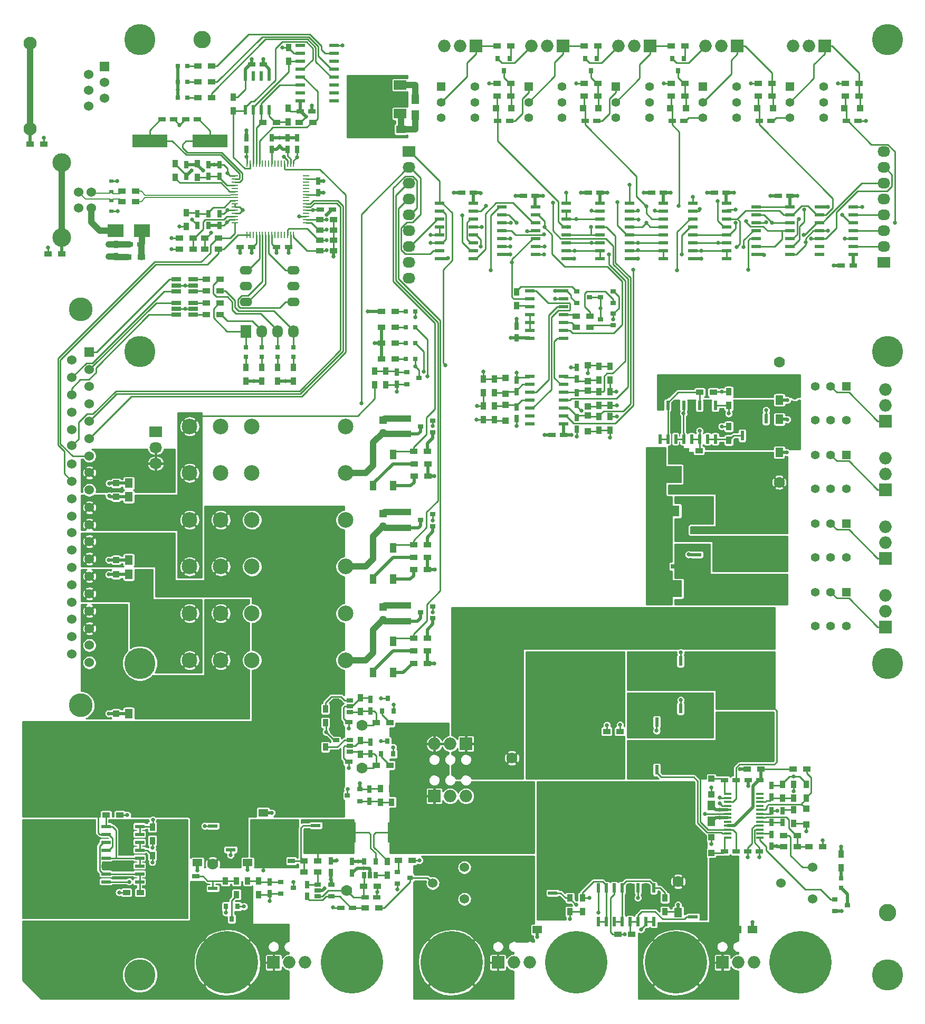
<source format=gtl>
G04 #@! TF.GenerationSoftware,KiCad,Pcbnew,(2017-01-06 revision 5fee9b2)-master*
G04 #@! TF.CreationDate,2017-03-29T10:20:31-06:00*
G04 #@! TF.ProjectId,egse_proto,656773655F70726F746F2E6B69636164,1*
G04 #@! TF.FileFunction,Copper,L1,Top,Signal*
G04 #@! TF.FilePolarity,Positive*
%FSLAX46Y46*%
G04 Gerber Fmt 4.6, Leading zero omitted, Abs format (unit mm)*
G04 Created by KiCad (PCBNEW (2017-01-06 revision 5fee9b2)-master) date Wednesday, March 29, 2017 'AMt' 10:20:31 AM*
%MOMM*%
%LPD*%
G01*
G04 APERTURE LIST*
%ADD10C,0.100000*%
%ADD11R,0.750000X1.200000*%
%ADD12R,1.200000X0.750000*%
%ADD13R,1.800860X3.500120*%
%ADD14O,2.000000X1.400000*%
%ADD15C,10.000000*%
%ADD16R,0.250000X1.000000*%
%ADD17R,1.000000X0.250000*%
%ADD18R,4.064000X2.540000*%
%ADD19R,5.400000X3.400000*%
%ADD20C,1.524000*%
%ADD21C,2.794000*%
%ADD22C,1.778000*%
%ADD23O,2.032000X1.727200*%
%ADD24R,2.032000X1.727200*%
%ADD25R,3.750000X2.700000*%
%ADD26R,1.397000X1.397000*%
%ADD27C,1.397000*%
%ADD28R,0.800000X0.900000*%
%ADD29R,1.250000X1.500000*%
%ADD30R,1.500000X1.250000*%
%ADD31R,2.500000X2.000000*%
%ADD32R,2.000000X2.500000*%
%ADD33R,2.500000X4.000000*%
%ADD34C,1.300000*%
%ADD35R,1.300000X1.300000*%
%ADD36R,3.500120X1.800860*%
%ADD37R,1.000000X1.000000*%
%ADD38R,1.500000X0.600000*%
%ADD39R,0.600000X1.500000*%
%ADD40R,1.550000X0.600000*%
%ADD41R,0.600000X1.550000*%
%ADD42R,1.200000X0.400000*%
%ADD43R,0.797560X0.797560*%
%ADD44R,1.000000X1.600000*%
%ADD45R,1.200000X0.900000*%
%ADD46R,0.900000X1.200000*%
%ADD47R,2.700000X3.200000*%
%ADD48R,2.000000X3.800000*%
%ADD49R,2.000000X1.500000*%
%ADD50R,0.900000X0.800000*%
%ADD51R,1.060000X0.650000*%
%ADD52R,0.650000X1.060000*%
%ADD53R,1.560000X0.650000*%
%ADD54O,1.998980X1.998980*%
%ADD55R,1.998980X1.998980*%
%ADD56R,1.727200X2.032000*%
%ADD57O,1.727200X2.032000*%
%ADD58C,2.500000*%
%ADD59R,5.600700X2.100580*%
%ADD60C,2.100000*%
%ADD61R,1.524000X1.524000*%
%ADD62R,2.651760X2.029460*%
%ADD63R,0.800000X0.600000*%
%ADD64C,3.810000*%
%ADD65C,3.000000*%
%ADD66C,5.000000*%
%ADD67C,0.635000*%
%ADD68C,0.889000*%
%ADD69C,0.254000*%
%ADD70C,0.508000*%
%ADD71C,1.016000*%
%ADD72C,0.152400*%
%ADD73C,0.125000*%
G04 APERTURE END LIST*
D10*
D11*
X77978000Y-138618000D03*
X77978000Y-136718000D03*
X77978000Y-129860000D03*
X77978000Y-131760000D03*
D12*
X109006000Y-87486000D03*
X107106000Y-87486000D03*
D11*
X101452000Y-70026000D03*
X101452000Y-71926000D03*
D13*
X130916000Y-124529360D03*
X130916000Y-119530640D03*
X130916000Y-133754640D03*
X130916000Y-138753360D03*
D14*
X65638000Y-61044600D03*
X58018000Y-61044600D03*
X65638000Y-63584600D03*
X58018000Y-63584600D03*
X65638000Y-66124600D03*
X58018000Y-66124600D03*
D15*
X111000000Y-172100000D03*
X55000000Y-172100000D03*
X75000000Y-172100000D03*
X91000000Y-172100000D03*
X147000000Y-172100000D03*
X127000000Y-172100000D03*
D16*
X58176600Y-43970000D03*
X58676600Y-43970000D03*
X59176600Y-43970000D03*
X59676600Y-43970000D03*
X60176600Y-43970000D03*
X60676600Y-43970000D03*
X61176600Y-43970000D03*
X61676600Y-43970000D03*
X62176600Y-43970000D03*
X62676600Y-43970000D03*
X63176600Y-43970000D03*
X63676600Y-43970000D03*
X64176600Y-43970000D03*
X64676600Y-43970000D03*
X65176600Y-43970000D03*
X65676600Y-43970000D03*
D17*
X67626600Y-45920000D03*
X67626600Y-46420000D03*
X67626600Y-46920000D03*
X67626600Y-47420000D03*
X67626600Y-47920000D03*
X67626600Y-48420000D03*
X67626600Y-48920000D03*
X67626600Y-49420000D03*
X67626600Y-49920000D03*
X67626600Y-50420000D03*
X67626600Y-50920000D03*
X67626600Y-51420000D03*
X67626600Y-51920000D03*
X67626600Y-52420000D03*
X67626600Y-52920000D03*
X67626600Y-53420000D03*
D16*
X65676600Y-55370000D03*
X65176600Y-55370000D03*
X64676600Y-55370000D03*
X64176600Y-55370000D03*
X63676600Y-55370000D03*
X63176600Y-55370000D03*
X62676600Y-55370000D03*
X62176600Y-55370000D03*
X61676600Y-55370000D03*
X61176600Y-55370000D03*
X60676600Y-55370000D03*
X60176600Y-55370000D03*
X59676600Y-55370000D03*
X59176600Y-55370000D03*
X58676600Y-55370000D03*
X58176600Y-55370000D03*
D17*
X56226600Y-53420000D03*
X56226600Y-52920000D03*
X56226600Y-52420000D03*
X56226600Y-51920000D03*
X56226600Y-51420000D03*
X56226600Y-50920000D03*
X56226600Y-50420000D03*
X56226600Y-49920000D03*
X56226600Y-49420000D03*
X56226600Y-48920000D03*
X56226600Y-48420000D03*
X56226600Y-47920000D03*
X56226600Y-47420000D03*
X56226600Y-46920000D03*
X56226600Y-46420000D03*
X56226600Y-45920000D03*
D18*
X139044000Y-97900000D03*
X139044000Y-108060000D03*
D19*
X139044000Y-136882000D03*
X139044000Y-126482000D03*
D20*
X148950000Y-156828000D03*
X148950000Y-161908000D03*
X143870000Y-159368000D03*
X87990000Y-159368000D03*
X93070000Y-161908000D03*
X93070000Y-156828000D03*
D21*
X161000000Y-164100000D03*
X51000000Y-24100000D03*
D22*
X143637000Y-75819000D03*
X143616000Y-95106000D03*
X76606000Y-140920000D03*
X76606000Y-134062000D03*
X52684000Y-156320000D03*
X74168000Y-160528000D03*
X100690000Y-139302000D03*
X127360000Y-159114000D03*
D23*
X160380000Y-42020000D03*
X160380000Y-44560000D03*
X160380000Y-47100000D03*
X160380000Y-49640000D03*
X160380000Y-52180000D03*
X160380000Y-54720000D03*
X160380000Y-57260000D03*
D24*
X160380000Y-59800000D03*
D23*
X84180000Y-62340000D03*
X84180000Y-59800000D03*
X84180000Y-57260000D03*
X84180000Y-54720000D03*
X84180000Y-52180000D03*
X84180000Y-49640000D03*
X84180000Y-47100000D03*
X84180000Y-44560000D03*
D24*
X84180000Y-42020000D03*
D25*
X133675000Y-93836000D03*
X126125000Y-93836000D03*
X133675000Y-112124000D03*
X126125000Y-112124000D03*
D26*
X117350000Y-31600000D03*
D27*
X117350000Y-34100000D03*
X117350000Y-36600000D03*
X122750000Y-36600000D03*
X122750000Y-34100000D03*
X122750000Y-31600000D03*
D26*
X89382000Y-31600000D03*
D27*
X89382000Y-34100000D03*
X89382000Y-36600000D03*
X94782000Y-36600000D03*
X94782000Y-34100000D03*
X94782000Y-31600000D03*
D26*
X103366000Y-31600000D03*
D27*
X103366000Y-34100000D03*
X103366000Y-36600000D03*
X108766000Y-36600000D03*
X108766000Y-34100000D03*
X108766000Y-31600000D03*
D26*
X131334000Y-31600000D03*
D27*
X131334000Y-34100000D03*
X131334000Y-36600000D03*
X136734000Y-36600000D03*
X136734000Y-34100000D03*
X136734000Y-31600000D03*
D26*
X145318000Y-31600000D03*
D27*
X145318000Y-34100000D03*
X145318000Y-36600000D03*
X150718000Y-36600000D03*
X150718000Y-34100000D03*
X150718000Y-31600000D03*
D26*
X154335000Y-79683000D03*
D27*
X151835000Y-79683000D03*
X149335000Y-79683000D03*
X149335000Y-85083000D03*
X151835000Y-85083000D03*
X154335000Y-85083000D03*
D26*
X154335000Y-90689666D03*
D27*
X151835000Y-90689666D03*
X149335000Y-90689666D03*
X149335000Y-96089666D03*
X151835000Y-96089666D03*
X154335000Y-96089666D03*
D26*
X154335000Y-101696332D03*
D27*
X151835000Y-101696332D03*
X149335000Y-101696332D03*
X149335000Y-107096332D03*
X151835000Y-107096332D03*
X154335000Y-107096332D03*
D26*
X154335000Y-112702998D03*
D27*
X151835000Y-112702998D03*
X149335000Y-112702998D03*
X149335000Y-118102998D03*
X151835000Y-118102998D03*
X154335000Y-118102998D03*
D28*
X55732000Y-165100000D03*
X54782000Y-163100000D03*
X56682000Y-163100000D03*
D12*
X74508000Y-139904000D03*
X72608000Y-139904000D03*
D11*
X82260000Y-77414000D03*
X82260000Y-79314000D03*
X61828000Y-161050000D03*
X61828000Y-159150000D03*
X77846600Y-144329600D03*
X77846600Y-146229600D03*
D12*
X49950000Y-158291117D03*
X48050000Y-158291117D03*
X126532000Y-90026000D03*
X124632000Y-90026000D03*
X126786000Y-108568000D03*
X124886000Y-108568000D03*
D11*
X142346000Y-145586000D03*
X142346000Y-143686000D03*
D12*
X136692000Y-142858000D03*
X134792000Y-142858000D03*
X140436000Y-154288000D03*
X138536000Y-154288000D03*
X134792000Y-154288000D03*
X136692000Y-154288000D03*
D11*
X144124000Y-149650000D03*
X144124000Y-147750000D03*
D12*
X100332000Y-37100000D03*
X98432000Y-37100000D03*
X74508000Y-133554000D03*
X72608000Y-133554000D03*
X112416000Y-37100000D03*
X114316000Y-37100000D03*
X128300000Y-37100000D03*
X126400000Y-37100000D03*
X155437200Y-60308000D03*
X153537200Y-60308000D03*
X142284000Y-37100000D03*
X140384000Y-37100000D03*
X154368000Y-37100000D03*
X156268000Y-37100000D03*
X143428000Y-49132000D03*
X145328000Y-49132000D03*
X135102000Y-48624000D03*
X133202000Y-48624000D03*
X114848000Y-48624000D03*
X112948000Y-48624000D03*
X92628000Y-48624000D03*
X94528000Y-48624000D03*
D11*
X111104000Y-84662301D03*
X111104000Y-86562301D03*
X111104000Y-82574000D03*
X111104000Y-80674000D03*
X111104000Y-78530000D03*
X111104000Y-76630000D03*
X101452000Y-78662000D03*
X101452000Y-80562000D03*
X101452000Y-82980000D03*
X101452000Y-84880000D03*
X142346000Y-147750000D03*
X142346000Y-149650000D03*
X142346000Y-151560000D03*
X142346000Y-153460000D03*
D12*
X138602000Y-142858000D03*
X140502000Y-142858000D03*
X63418000Y-155812000D03*
X65318000Y-155812000D03*
D11*
X67818000Y-161478000D03*
X67818000Y-159578000D03*
X71628000Y-157668000D03*
X71628000Y-155768000D03*
X75036000Y-157778000D03*
X75036000Y-155878000D03*
D12*
X77134000Y-161654000D03*
X79034000Y-161654000D03*
X73218000Y-163322000D03*
X75118000Y-163322000D03*
D29*
X85196000Y-33658000D03*
X85196000Y-36158000D03*
D30*
X82890000Y-38464000D03*
X80390000Y-38464000D03*
D29*
X39222000Y-132170000D03*
X39222000Y-129670000D03*
X39222000Y-112358000D03*
X39222000Y-109858000D03*
X39222000Y-107532000D03*
X39222000Y-105032000D03*
X39222000Y-99912000D03*
X39222000Y-97412000D03*
X39222000Y-95221579D03*
X39222000Y-92721579D03*
X143616000Y-87466000D03*
X143616000Y-84966000D03*
X132694000Y-146942000D03*
X132694000Y-149442000D03*
D30*
X136778000Y-166846000D03*
X139278000Y-166846000D03*
X104790000Y-166846000D03*
X102290000Y-166846000D03*
D29*
X127360000Y-161596000D03*
X127360000Y-164096000D03*
D30*
X58292000Y-156100000D03*
X60792000Y-156100000D03*
X47750000Y-156100000D03*
X50250000Y-156100000D03*
X60792000Y-148100000D03*
X58292000Y-148100000D03*
D29*
X143616000Y-79378000D03*
X143616000Y-81878000D03*
X143616000Y-90300000D03*
X143616000Y-92800000D03*
D31*
X109118400Y-141433800D03*
X109118400Y-145433800D03*
D32*
X100850000Y-131918000D03*
X104850000Y-131918000D03*
X104850000Y-135918000D03*
X100850000Y-135918000D03*
D33*
X116789200Y-138468600D03*
X116789200Y-146468600D03*
X116692000Y-119554000D03*
X116692000Y-127554000D03*
X105008000Y-127554000D03*
X105008000Y-119554000D03*
D34*
X80000000Y-117100000D03*
D35*
X80000000Y-115100000D03*
X80000000Y-85100000D03*
D34*
X80000000Y-87100000D03*
X80000000Y-102100000D03*
D35*
X80000000Y-100100000D03*
D36*
X125876640Y-99678000D03*
X130875360Y-99678000D03*
D37*
X37190000Y-97412000D03*
X37190000Y-99912000D03*
X84000000Y-114850000D03*
X84000000Y-117350000D03*
X84000000Y-87350000D03*
X84000000Y-84850000D03*
X84000000Y-99850000D03*
X84000000Y-102350000D03*
X132694000Y-145124000D03*
X132694000Y-142624000D03*
X132694000Y-154522000D03*
X132694000Y-152022000D03*
X147934000Y-149950000D03*
X147934000Y-147450000D03*
X112882000Y-78830000D03*
X112882000Y-76330000D03*
X99674000Y-78342000D03*
X99674000Y-80842000D03*
X37190000Y-92721579D03*
X37190000Y-95221579D03*
X37190000Y-132170000D03*
X37190000Y-129670000D03*
X37190000Y-105032000D03*
X37190000Y-107532000D03*
X37190000Y-109858000D03*
X37190000Y-112358000D03*
D38*
X155460000Y-58530000D03*
X155460000Y-57260000D03*
X155460000Y-55990000D03*
X155460000Y-54720000D03*
X155460000Y-53450000D03*
X155460000Y-52180000D03*
X155460000Y-50910000D03*
X150060000Y-50910000D03*
X150060000Y-52180000D03*
X150060000Y-53450000D03*
X150060000Y-54720000D03*
X150060000Y-55990000D03*
X150060000Y-57260000D03*
X150060000Y-58530000D03*
X99100000Y-50910000D03*
X99100000Y-52180000D03*
X99100000Y-53450000D03*
X99100000Y-54720000D03*
X99100000Y-55990000D03*
X99100000Y-57260000D03*
X99100000Y-58530000D03*
X104500000Y-58530000D03*
X104500000Y-57260000D03*
X104500000Y-55990000D03*
X104500000Y-54720000D03*
X104500000Y-53450000D03*
X104500000Y-52180000D03*
X104500000Y-50910000D03*
X103578000Y-85730000D03*
X103578000Y-84460000D03*
X103578000Y-83190000D03*
X103578000Y-81920000D03*
X103578000Y-80650000D03*
X103578000Y-79380000D03*
X103578000Y-78110000D03*
X108978000Y-78110000D03*
X108978000Y-79380000D03*
X108978000Y-80650000D03*
X108978000Y-81920000D03*
X108978000Y-83190000D03*
X108978000Y-84460000D03*
X108978000Y-85730000D03*
X108978000Y-71992000D03*
X108978000Y-70722000D03*
X108978000Y-69452000D03*
X108978000Y-68182000D03*
X108978000Y-66912000D03*
X108978000Y-65642000D03*
X108978000Y-64372000D03*
X103578000Y-64372000D03*
X103578000Y-65642000D03*
X103578000Y-66912000D03*
X103578000Y-68182000D03*
X103578000Y-69452000D03*
X103578000Y-70722000D03*
X103578000Y-71992000D03*
X145300000Y-50910000D03*
X145300000Y-52180000D03*
X145300000Y-53450000D03*
X145300000Y-54720000D03*
X145300000Y-55990000D03*
X145300000Y-57260000D03*
X145300000Y-58530000D03*
X139900000Y-58530000D03*
X139900000Y-57260000D03*
X139900000Y-55990000D03*
X139900000Y-54720000D03*
X139900000Y-53450000D03*
X139900000Y-52180000D03*
X139900000Y-50910000D03*
X94500000Y-50275000D03*
X94500000Y-51545000D03*
X94500000Y-52815000D03*
X94500000Y-54085000D03*
X94500000Y-55355000D03*
X94500000Y-56625000D03*
X94500000Y-57895000D03*
X94500000Y-59165000D03*
X89100000Y-59165000D03*
X89100000Y-57895000D03*
X89100000Y-56625000D03*
X89100000Y-55355000D03*
X89100000Y-54085000D03*
X89100000Y-52815000D03*
X89100000Y-51545000D03*
X89100000Y-50275000D03*
X109420000Y-50275000D03*
X109420000Y-51545000D03*
X109420000Y-52815000D03*
X109420000Y-54085000D03*
X109420000Y-55355000D03*
X109420000Y-56625000D03*
X109420000Y-57895000D03*
X109420000Y-59165000D03*
X114820000Y-59165000D03*
X114820000Y-57895000D03*
X114820000Y-56625000D03*
X114820000Y-55355000D03*
X114820000Y-54085000D03*
X114820000Y-52815000D03*
X114820000Y-51545000D03*
X114820000Y-50275000D03*
X124980000Y-50275000D03*
X124980000Y-51545000D03*
X124980000Y-52815000D03*
X124980000Y-54085000D03*
X124980000Y-55355000D03*
X124980000Y-56625000D03*
X124980000Y-57895000D03*
X124980000Y-59165000D03*
X119580000Y-59165000D03*
X119580000Y-57895000D03*
X119580000Y-56625000D03*
X119580000Y-55355000D03*
X119580000Y-54085000D03*
X119580000Y-52815000D03*
X119580000Y-51545000D03*
X119580000Y-50275000D03*
X129740000Y-50275000D03*
X129740000Y-51545000D03*
X129740000Y-52815000D03*
X129740000Y-54085000D03*
X129740000Y-55355000D03*
X129740000Y-56625000D03*
X129740000Y-57895000D03*
X129740000Y-59165000D03*
X135140000Y-59165000D03*
X135140000Y-57895000D03*
X135140000Y-56625000D03*
X135140000Y-55355000D03*
X135140000Y-54085000D03*
X135140000Y-52815000D03*
X135140000Y-51545000D03*
X135140000Y-50275000D03*
D39*
X114555000Y-160146000D03*
X115825000Y-160146000D03*
X117095000Y-160146000D03*
X118365000Y-160146000D03*
X119635000Y-160146000D03*
X120905000Y-160146000D03*
X122175000Y-160146000D03*
X123445000Y-160146000D03*
X123445000Y-165546000D03*
X122175000Y-165546000D03*
X120905000Y-165546000D03*
X119635000Y-165546000D03*
X118365000Y-165546000D03*
X117095000Y-165546000D03*
X115825000Y-165546000D03*
X114555000Y-165546000D03*
D38*
X40970000Y-159163000D03*
X40970000Y-157893000D03*
X40970000Y-156623000D03*
X40970000Y-155353000D03*
X40970000Y-154083000D03*
X40970000Y-152813000D03*
X40970000Y-151543000D03*
X40970000Y-150273000D03*
X35570000Y-150273000D03*
X35570000Y-151543000D03*
X35570000Y-152813000D03*
X35570000Y-154083000D03*
X35570000Y-155353000D03*
X35570000Y-156623000D03*
X35570000Y-157893000D03*
X35570000Y-159163000D03*
D39*
X124439166Y-82738930D03*
X125709166Y-82738930D03*
X126979166Y-82738930D03*
X128249166Y-82738930D03*
X129519166Y-82738930D03*
X130789166Y-82738930D03*
X132059166Y-82738930D03*
X133329166Y-82738930D03*
X133329166Y-88138930D03*
X132059166Y-88138930D03*
X130789166Y-88138930D03*
X129519166Y-88138930D03*
X128249166Y-88138930D03*
X126979166Y-88138930D03*
X125709166Y-88138930D03*
X124439166Y-88138930D03*
D40*
X124914000Y-106663000D03*
X124914000Y-105393000D03*
X124914000Y-104123000D03*
X124914000Y-102853000D03*
X130314000Y-102853000D03*
X130314000Y-104123000D03*
X130314000Y-105393000D03*
X130314000Y-106663000D03*
X69234814Y-153916138D03*
X69234814Y-152646138D03*
X69234814Y-151376138D03*
X69234814Y-150106138D03*
X63834814Y-150106138D03*
X63834814Y-151376138D03*
X63834814Y-152646138D03*
X63834814Y-153916138D03*
D41*
X127741000Y-146574000D03*
X126471000Y-146574000D03*
X125201000Y-146574000D03*
X123931000Y-146574000D03*
X123931000Y-141174000D03*
X125201000Y-141174000D03*
X126471000Y-141174000D03*
X127741000Y-141174000D03*
X127741000Y-133554000D03*
X126471000Y-133554000D03*
X125201000Y-133554000D03*
X123931000Y-133554000D03*
X123931000Y-138954000D03*
X125201000Y-138954000D03*
X126471000Y-138954000D03*
X127741000Y-138954000D03*
X123931000Y-125934000D03*
X125201000Y-125934000D03*
X126471000Y-125934000D03*
X127741000Y-125934000D03*
X127741000Y-131334000D03*
X126471000Y-131334000D03*
X125201000Y-131334000D03*
X123931000Y-131334000D03*
X123931000Y-123714000D03*
X125201000Y-123714000D03*
X126471000Y-123714000D03*
X127741000Y-123714000D03*
X127741000Y-118314000D03*
X126471000Y-118314000D03*
X125201000Y-118314000D03*
X123931000Y-118314000D03*
D40*
X135144000Y-160941000D03*
X135144000Y-162211000D03*
X135144000Y-163481000D03*
X135144000Y-164751000D03*
X129744000Y-164751000D03*
X129744000Y-163481000D03*
X129744000Y-162211000D03*
X129744000Y-160941000D03*
X107240000Y-164751000D03*
X107240000Y-163481000D03*
X107240000Y-162211000D03*
X107240000Y-160941000D03*
X101840000Y-160941000D03*
X101840000Y-162211000D03*
X101840000Y-163481000D03*
X101840000Y-164751000D03*
X60954000Y-150195000D03*
X60954000Y-151465000D03*
X60954000Y-152735000D03*
X60954000Y-154005000D03*
X55554000Y-154005000D03*
X55554000Y-152735000D03*
X55554000Y-151465000D03*
X55554000Y-150195000D03*
X52700000Y-154005000D03*
X52700000Y-152735000D03*
X52700000Y-151465000D03*
X52700000Y-150195000D03*
X47300000Y-150195000D03*
X47300000Y-151465000D03*
X47300000Y-152735000D03*
X47300000Y-154005000D03*
D41*
X137647000Y-79452000D03*
X138917000Y-79452000D03*
X140187000Y-79452000D03*
X141457000Y-79452000D03*
X141457000Y-84852000D03*
X140187000Y-84852000D03*
X138917000Y-84852000D03*
X137647000Y-84852000D03*
X141457000Y-87580000D03*
X140187000Y-87580000D03*
X138917000Y-87580000D03*
X137647000Y-87580000D03*
X137647000Y-92980000D03*
X138917000Y-92980000D03*
X140187000Y-92980000D03*
X141457000Y-92980000D03*
D40*
X47311924Y-164005000D03*
X47311924Y-162735000D03*
X47311924Y-161465000D03*
X47311924Y-160195000D03*
X52711924Y-160195000D03*
X52711924Y-161465000D03*
X52711924Y-162735000D03*
X52711924Y-164005000D03*
D42*
X135312457Y-152051383D03*
X135312457Y-151416383D03*
X135312457Y-150781383D03*
X135312457Y-150146383D03*
X135312457Y-149511383D03*
X135312457Y-148876383D03*
X135312457Y-148241383D03*
X135312457Y-147606383D03*
X135312457Y-146971383D03*
X135312457Y-146336383D03*
X135312457Y-145701383D03*
X135312457Y-145066383D03*
X140512457Y-145066383D03*
X140512457Y-145701383D03*
X140512457Y-146336383D03*
X140512457Y-146971383D03*
X140512457Y-147606383D03*
X140512457Y-148241383D03*
X140512457Y-148876383D03*
X140512457Y-149511383D03*
X140512457Y-150146383D03*
X140512457Y-150781383D03*
X140512457Y-151416383D03*
X140512457Y-152051383D03*
D43*
X83684700Y-67674000D03*
X85183300Y-67674000D03*
X153522000Y-158618700D03*
X153522000Y-160117300D03*
X85183300Y-75294000D03*
X83684700Y-75294000D03*
X83684700Y-72754000D03*
X85183300Y-72754000D03*
X85183300Y-70214000D03*
X83684700Y-70214000D03*
D44*
X78400000Y-110600000D03*
X81600000Y-110600000D03*
X78400000Y-105600000D03*
X81600000Y-105600000D03*
X81600000Y-90600000D03*
X78400000Y-90600000D03*
X81600000Y-95600000D03*
X78400000Y-95600000D03*
X78400000Y-125600000D03*
X81600000Y-125600000D03*
X78400000Y-120600000D03*
X81600000Y-120600000D03*
D45*
X87100000Y-122100000D03*
X84900000Y-122100000D03*
X84900000Y-124100000D03*
X87100000Y-124100000D03*
X84900000Y-120100000D03*
X87100000Y-120100000D03*
X85000000Y-92100000D03*
X87200000Y-92100000D03*
X87200000Y-94100000D03*
X85000000Y-94100000D03*
X87100000Y-90100000D03*
X84900000Y-90100000D03*
X87100000Y-107100000D03*
X84900000Y-107100000D03*
X84900000Y-109100000D03*
X87100000Y-109100000D03*
X84900000Y-105100000D03*
X87100000Y-105100000D03*
X79778000Y-70214000D03*
X81978000Y-70214000D03*
X81978000Y-72754000D03*
X79778000Y-72754000D03*
X79778000Y-75294000D03*
X81978000Y-75294000D03*
X81110000Y-133604000D03*
X78910000Y-133604000D03*
X81110000Y-140462000D03*
X78910000Y-140462000D03*
D46*
X76352000Y-129660000D03*
X76352000Y-131860000D03*
X76352000Y-138718000D03*
X76352000Y-136518000D03*
X70764000Y-133638000D03*
X70764000Y-131438000D03*
X70764000Y-137534000D03*
X70764000Y-139734000D03*
X80482000Y-79464000D03*
X80482000Y-77264000D03*
X60050000Y-159000000D03*
X60050000Y-161200000D03*
X79624600Y-146379600D03*
X79624600Y-144179600D03*
X78704000Y-77264000D03*
X78704000Y-79464000D03*
X58272000Y-161200000D03*
X58272000Y-159000000D03*
X81402600Y-144179600D03*
X81402600Y-146379600D03*
X56494000Y-161200000D03*
X56494000Y-159000000D03*
X54716000Y-161200000D03*
X54716000Y-159000000D03*
X135488000Y-86132000D03*
X135488000Y-88332000D03*
D45*
X130746000Y-90026000D03*
X128546000Y-90026000D03*
D46*
X135488000Y-80544000D03*
X135488000Y-82744000D03*
D45*
X130832000Y-80628000D03*
X133032000Y-80628000D03*
D46*
X43032000Y-150394000D03*
X43032000Y-152594000D03*
D45*
X51685600Y-62492400D03*
X53885600Y-62492400D03*
X53885600Y-64372000D03*
X51685600Y-64372000D03*
X140234000Y-31100000D03*
X142434000Y-31100000D03*
X156418000Y-31100000D03*
X154218000Y-31100000D03*
X140234000Y-33100000D03*
X142434000Y-33100000D03*
X156418000Y-33100000D03*
X154218000Y-33100000D03*
D46*
X116438000Y-86712301D03*
X116438000Y-84512301D03*
X116438000Y-80524000D03*
X116438000Y-82724000D03*
X116438000Y-78680000D03*
X116438000Y-76480000D03*
X96118000Y-78512000D03*
X96118000Y-80712000D03*
X96118000Y-82830000D03*
X96118000Y-85030000D03*
X114660000Y-84512301D03*
X114660000Y-86712301D03*
X114660000Y-82724000D03*
X114660000Y-80524000D03*
X114660000Y-78680000D03*
X114660000Y-76480000D03*
X97896000Y-78512000D03*
X97896000Y-80712000D03*
X97896000Y-82830000D03*
X97896000Y-85030000D03*
D45*
X111020000Y-70214000D03*
X113220000Y-70214000D03*
X113220000Y-68436000D03*
X111020000Y-68436000D03*
D46*
X43032000Y-154966000D03*
X43032000Y-157166000D03*
D45*
X37782000Y-148446000D03*
X35582000Y-148446000D03*
D46*
X101452000Y-64542000D03*
X101452000Y-66742000D03*
D45*
X79778000Y-67674000D03*
X81978000Y-67674000D03*
D46*
X80684151Y-155895537D03*
X80684151Y-158095537D03*
D45*
X38884000Y-160892000D03*
X41084000Y-160892000D03*
X82466000Y-155702000D03*
X84666000Y-155702000D03*
X79100000Y-159876000D03*
X76900000Y-159876000D03*
X77132000Y-163322000D03*
X79332000Y-163322000D03*
X67332000Y-155812000D03*
X69532000Y-155812000D03*
X67332000Y-157590000D03*
X69532000Y-157590000D03*
X140652000Y-141080000D03*
X138452000Y-141080000D03*
X145818000Y-141080000D03*
X148018000Y-141080000D03*
D46*
X147934000Y-143536000D03*
X147934000Y-145736000D03*
X145902000Y-147600000D03*
X145902000Y-149800000D03*
D45*
X118026000Y-135026400D03*
X120226000Y-135026400D03*
X113708000Y-135026400D03*
X115908000Y-135026400D03*
D46*
X110000000Y-163946000D03*
X110000000Y-161746000D03*
X144124000Y-145736000D03*
X144124000Y-143536000D03*
X145902000Y-145736000D03*
X145902000Y-143536000D03*
D45*
X150558000Y-153526000D03*
X148358000Y-153526000D03*
X144294000Y-151748000D03*
X146494000Y-151748000D03*
X146494000Y-153526000D03*
X144294000Y-153526000D03*
D46*
X153522000Y-156912000D03*
X153522000Y-154712000D03*
X112000000Y-161746000D03*
X112000000Y-163946000D03*
X125238000Y-163946000D03*
X125238000Y-161746000D03*
D45*
X119921200Y-167563800D03*
X117721200Y-167563800D03*
D47*
X112712200Y-132029200D03*
X120612200Y-132029200D03*
X74268814Y-151271138D03*
X82168814Y-151271138D03*
D48*
X76458000Y-33638000D03*
D49*
X82758000Y-33638000D03*
X82758000Y-31338000D03*
X82758000Y-35938000D03*
D50*
X88000000Y-116891117D03*
X88000000Y-114991117D03*
X86000000Y-115941117D03*
X86000000Y-86100000D03*
X88000000Y-85150000D03*
X88000000Y-87050000D03*
X88000000Y-102100000D03*
X88000000Y-100200000D03*
X86000000Y-101150000D03*
D28*
X80772000Y-129760000D03*
X81722000Y-131760000D03*
X79822000Y-131760000D03*
X79720000Y-138618000D03*
X81620000Y-138618000D03*
X80670000Y-136618000D03*
D50*
X85800000Y-78364000D03*
X83800000Y-79314000D03*
X83800000Y-77414000D03*
X63622000Y-159180000D03*
X63622000Y-161080000D03*
X65622000Y-160130000D03*
X76306600Y-146229600D03*
X76306600Y-144329600D03*
X74306600Y-145279600D03*
X152522000Y-161974000D03*
X152522000Y-163874000D03*
X154522000Y-162924000D03*
X84312000Y-158496000D03*
X82312000Y-159446000D03*
X82312000Y-157546000D03*
X111120000Y-64438000D03*
X111120000Y-66338000D03*
X113120000Y-65388000D03*
X116930000Y-66338000D03*
X116930000Y-64438000D03*
X114930000Y-65388000D03*
X114930000Y-68944000D03*
X116930000Y-67994000D03*
X116930000Y-69894000D03*
D28*
X113366000Y-29100000D03*
X112416000Y-27100000D03*
X114316000Y-27100000D03*
X100332000Y-27100000D03*
X98432000Y-27100000D03*
X99382000Y-29100000D03*
D51*
X74658000Y-131964000D03*
X74658000Y-131014000D03*
X74658000Y-130064000D03*
X72458000Y-130064000D03*
X72458000Y-131964000D03*
X72458000Y-138314000D03*
X72458000Y-136414000D03*
X74658000Y-136414000D03*
X74658000Y-137364000D03*
X74658000Y-138314000D03*
X69512000Y-159578000D03*
X69512000Y-160528000D03*
X69512000Y-161478000D03*
X71712000Y-161478000D03*
X71712000Y-159578000D03*
D52*
X76940151Y-155895537D03*
X78840151Y-155895537D03*
X78840151Y-158095537D03*
X77890151Y-158095537D03*
X76940151Y-158095537D03*
D53*
X46863600Y-67244000D03*
X46863600Y-68194000D03*
X46863600Y-66294000D03*
X49563600Y-66294000D03*
X49563600Y-67244000D03*
X49563600Y-68194000D03*
X49563600Y-64433000D03*
X49563600Y-63483000D03*
X49563600Y-62533000D03*
X46863600Y-62533000D03*
X46863600Y-64433000D03*
X46863600Y-63483000D03*
D54*
X160638000Y-82731000D03*
D55*
X160638000Y-85271000D03*
D54*
X160638000Y-80191000D03*
X160638000Y-93737666D03*
D55*
X160638000Y-96277666D03*
D54*
X160638000Y-91197666D03*
X160638000Y-102204332D03*
D55*
X160638000Y-107284332D03*
D54*
X160638000Y-104744332D03*
X160638000Y-115750998D03*
D55*
X160638000Y-118290998D03*
D54*
X160638000Y-113210998D03*
X93324000Y-145398000D03*
D55*
X88244000Y-145398000D03*
D54*
X90784000Y-145398000D03*
X90784000Y-137016000D03*
D55*
X93324000Y-137016000D03*
D54*
X88244000Y-137016000D03*
X101000000Y-172100000D03*
D55*
X98460000Y-172100000D03*
D54*
X103540000Y-172100000D03*
X139540000Y-172100000D03*
D55*
X134460000Y-172100000D03*
D54*
X137000000Y-172100000D03*
X67540000Y-172100000D03*
D55*
X62460000Y-172100000D03*
D54*
X65000000Y-172100000D03*
D12*
X102534000Y-49132000D03*
X104434000Y-49132000D03*
X125008000Y-48624000D03*
X123108000Y-48624000D03*
D24*
X43540000Y-86978000D03*
D23*
X43540000Y-89518000D03*
X43540000Y-92058000D03*
D45*
X126250000Y-33100000D03*
X128450000Y-33100000D03*
X114466000Y-33100000D03*
X112266000Y-33100000D03*
D54*
X92382000Y-25100000D03*
D55*
X94922000Y-25100000D03*
D54*
X89842000Y-25100000D03*
X103826000Y-25100000D03*
D55*
X108906000Y-25100000D03*
D54*
X106366000Y-25100000D03*
X120350000Y-25100000D03*
D55*
X122890000Y-25100000D03*
D54*
X117810000Y-25100000D03*
X131794000Y-25100000D03*
D55*
X136874000Y-25100000D03*
D54*
X134334000Y-25100000D03*
X148318000Y-25100000D03*
D55*
X150858000Y-25100000D03*
D54*
X145778000Y-25100000D03*
D56*
X57992600Y-70849000D03*
D57*
X60532600Y-70849000D03*
X63072600Y-70849000D03*
X65612600Y-70849000D03*
D45*
X114466000Y-25100000D03*
X112266000Y-25100000D03*
D37*
X112882000Y-80374000D03*
X112882000Y-82874000D03*
D45*
X98282000Y-31100000D03*
X100482000Y-31100000D03*
X128450000Y-31100000D03*
X126250000Y-31100000D03*
X50314000Y-33384000D03*
X52514000Y-33384000D03*
D28*
X127350000Y-29100000D03*
X126400000Y-27100000D03*
X128300000Y-27100000D03*
D37*
X112882000Y-86862301D03*
X112882000Y-84362301D03*
D45*
X128450000Y-25100000D03*
X126250000Y-25100000D03*
X112266000Y-31100000D03*
X114466000Y-31100000D03*
D37*
X99674000Y-82680000D03*
X99674000Y-85180000D03*
D45*
X100482000Y-33100000D03*
X98282000Y-33100000D03*
X53885600Y-66277000D03*
X51685600Y-66277000D03*
X51685600Y-68182000D03*
X53885600Y-68182000D03*
D58*
X48990000Y-101100000D03*
X48990000Y-108600000D03*
X53990000Y-101100000D03*
X53990000Y-108600000D03*
X58990000Y-101100000D03*
X58990000Y-108600000D03*
X73990000Y-101100000D03*
X73990000Y-108600000D03*
X73990000Y-123600000D03*
X73990000Y-116100000D03*
X58990000Y-123600000D03*
X58990000Y-116100000D03*
X53990000Y-123600000D03*
X53990000Y-116100000D03*
X48990000Y-123600000D03*
X48990000Y-116100000D03*
X48990000Y-86100000D03*
X48990000Y-93600000D03*
X53990000Y-86100000D03*
X53990000Y-93600000D03*
X58990000Y-86100000D03*
X58990000Y-93600000D03*
X73990000Y-86100000D03*
X73990000Y-93600000D03*
D59*
X42581036Y-40317004D03*
X52278756Y-40317004D03*
D60*
X23372400Y-38386800D03*
X23372400Y-24666800D03*
D20*
X35312400Y-33436800D03*
X35312400Y-30896800D03*
D61*
X35312400Y-28356800D03*
D20*
X32772400Y-34706800D03*
X32772400Y-29626800D03*
X32772400Y-32166800D03*
D62*
X37138660Y-54722000D03*
X41309340Y-54722000D03*
D63*
X36428000Y-49894000D03*
X36428000Y-51594000D03*
X36430000Y-46785400D03*
X36430000Y-48485400D03*
D64*
X31496000Y-67352000D03*
X31496000Y-130852000D03*
D61*
X32893000Y-74210000D03*
D20*
X32893000Y-77004000D03*
X32893000Y-79671000D03*
X32893000Y-82465000D03*
X32893000Y-85259000D03*
X32893000Y-88053000D03*
X32893000Y-90847000D03*
X32893000Y-93514000D03*
X32893000Y-96308000D03*
X32893000Y-99102000D03*
X32893000Y-101896000D03*
X32893000Y-104563000D03*
X32893000Y-107357000D03*
X32893000Y-110151000D03*
X32893000Y-112945000D03*
X32893000Y-115739000D03*
X32893000Y-118533000D03*
X32893000Y-121200000D03*
X32893000Y-123994000D03*
X30099000Y-75480000D03*
X30099000Y-78274000D03*
X30099000Y-81068000D03*
X30099000Y-83862000D03*
X30099000Y-86656000D03*
X30099000Y-89196000D03*
X30099000Y-92117000D03*
X30099000Y-94911000D03*
X30099000Y-97705000D03*
X30099000Y-100499000D03*
X30099000Y-103166000D03*
X30099000Y-105960000D03*
X30099000Y-108754000D03*
X30099000Y-111548000D03*
X30099000Y-114342000D03*
X30099000Y-117009000D03*
X30099000Y-119803000D03*
X30099000Y-122597000D03*
D65*
X28478000Y-55818000D03*
X28478000Y-43819040D03*
D20*
X31178020Y-48548520D03*
X31178020Y-51088520D03*
X33177000Y-51088520D03*
X33177000Y-48548520D03*
D37*
X100632000Y-35100000D03*
X98132000Y-35100000D03*
D12*
X41188000Y-56879000D03*
X39288000Y-56879000D03*
X60816846Y-28057104D03*
X58916846Y-28057104D03*
D11*
X37190000Y-56945000D03*
X37190000Y-58845000D03*
X48469600Y-46020000D03*
X48469600Y-44120000D03*
D12*
X66720000Y-35543000D03*
X68620000Y-35543000D03*
D11*
X52025600Y-46020000D03*
X52025600Y-44120000D03*
X50247600Y-51994000D03*
X50247600Y-53894000D03*
D12*
X46424096Y-36888004D03*
X44524096Y-36888004D03*
D11*
X53803600Y-53894000D03*
X53803600Y-51994000D03*
X64723600Y-41700000D03*
X64723600Y-39800000D03*
D12*
X48359496Y-36888004D03*
X50259496Y-36888004D03*
X69996600Y-51291000D03*
X71896600Y-51291000D03*
D11*
X66247600Y-39800000D03*
X66247600Y-41700000D03*
X58119600Y-39800000D03*
X58119600Y-41700000D03*
D12*
X58968000Y-57310800D03*
X57068000Y-57310800D03*
X64860800Y-57336200D03*
X62960800Y-57336200D03*
D11*
X69575000Y-46734200D03*
X69575000Y-48634200D03*
X62183600Y-41700000D03*
X62183600Y-39800000D03*
X53803600Y-44120000D03*
X53803600Y-46020000D03*
X52025600Y-51994000D03*
X52025600Y-53894000D03*
D43*
X48607300Y-33384000D03*
X47108700Y-33384000D03*
X47108700Y-30844000D03*
X48607300Y-30844000D03*
X48607300Y-28304000D03*
X47108700Y-28304000D03*
D45*
X41211000Y-58911000D03*
X39011000Y-58911000D03*
D46*
X48469600Y-54044000D03*
X48469600Y-51844000D03*
X50247600Y-46170000D03*
X50247600Y-43970000D03*
D45*
X26234800Y-58428400D03*
X28434800Y-58428400D03*
X25566600Y-40853600D03*
X23366600Y-40853600D03*
X50314000Y-30844000D03*
X52514000Y-30844000D03*
X52514000Y-28304000D03*
X50314000Y-28304000D03*
X40322000Y-48370000D03*
X38122000Y-48370000D03*
X38122000Y-50021000D03*
X40322000Y-50021000D03*
D46*
X64749000Y-37278000D03*
X64749000Y-35078000D03*
X64876000Y-27499000D03*
X64876000Y-25299000D03*
D45*
X60728000Y-37321000D03*
X62928000Y-37321000D03*
X49567600Y-55863000D03*
X47367600Y-55863000D03*
D46*
X55986000Y-35500000D03*
X55986000Y-33300000D03*
D45*
X66570000Y-37321000D03*
X68770000Y-37321000D03*
X47367600Y-57641000D03*
X49567600Y-57641000D03*
D46*
X46689600Y-43968000D03*
X46689600Y-46168000D03*
D45*
X53631600Y-55863000D03*
X51431600Y-55863000D03*
X51431600Y-57641000D03*
X53631600Y-57641000D03*
D46*
X58013600Y-76624000D03*
X58013600Y-78824000D03*
D45*
X69846600Y-56244000D03*
X72046600Y-56244000D03*
D46*
X60534600Y-76624000D03*
X60534600Y-78824000D03*
D45*
X72046600Y-57895000D03*
X69846600Y-57895000D03*
D46*
X63093600Y-76624000D03*
X63093600Y-78824000D03*
D41*
X57961846Y-35337712D03*
X59231846Y-35337712D03*
X60501846Y-35337712D03*
X61771846Y-35337712D03*
X61771846Y-29937712D03*
X60501846Y-29937712D03*
X59231846Y-29937712D03*
X57961846Y-29937712D03*
D38*
X72148000Y-33892000D03*
X72148000Y-32622000D03*
X72148000Y-31352000D03*
X72148000Y-30082000D03*
X72148000Y-28812000D03*
X72148000Y-27542000D03*
X72148000Y-26272000D03*
X72148000Y-25002000D03*
X66748000Y-25002000D03*
X66748000Y-26272000D03*
X66748000Y-27542000D03*
X66748000Y-28812000D03*
X66748000Y-30082000D03*
X66748000Y-31352000D03*
X66748000Y-32622000D03*
X66748000Y-33892000D03*
D43*
X58013600Y-73418700D03*
X58013600Y-74917300D03*
X60534600Y-73418700D03*
X60534600Y-74917300D03*
X63093600Y-73418700D03*
X63093600Y-74917300D03*
X65633600Y-73418700D03*
X65633600Y-74917300D03*
D37*
X114616000Y-35100000D03*
X112116000Y-35100000D03*
X126100000Y-35100000D03*
X128600000Y-35100000D03*
X142584000Y-35100000D03*
X140084000Y-35100000D03*
X154068000Y-35100000D03*
X156568000Y-35100000D03*
D66*
X41002000Y-24102000D03*
X41002000Y-74102000D03*
X161002000Y-174102000D03*
X41002000Y-174102000D03*
X161002000Y-24102000D03*
X161002000Y-74102000D03*
X41002000Y-124102000D03*
X161002000Y-124102000D03*
D45*
X69846600Y-54593000D03*
X72046600Y-54593000D03*
D46*
X65633600Y-78824000D03*
X65633600Y-76624000D03*
D45*
X69846600Y-52942000D03*
X72046600Y-52942000D03*
X100482000Y-25100000D03*
X98282000Y-25100000D03*
D67*
X145923000Y-142265400D03*
X157505400Y-37109400D03*
X70967298Y-52146189D03*
X129057402Y-106654600D03*
D68*
X123190000Y-105410000D03*
X123190000Y-104140000D03*
X123190000Y-102870000D03*
X123190000Y-101600000D03*
X36017200Y-56921400D03*
D67*
X37388800Y-46761400D03*
X37414200Y-51587400D03*
X25552400Y-39827200D03*
X26238200Y-57404000D03*
X49377600Y-52959000D03*
X46101000Y-57658000D03*
X49326800Y-45085000D03*
X52908200Y-44119800D03*
X66548000Y-52425600D03*
X57073800Y-58267600D03*
X62966600Y-58293000D03*
X70485000Y-46736000D03*
X64109600Y-42875200D03*
D68*
X107950000Y-135890000D03*
X107950000Y-130810000D03*
X107950000Y-132080000D03*
X107950000Y-133350000D03*
X107950000Y-134620000D03*
D67*
X82245200Y-80518000D03*
X88011000Y-115951000D03*
X87985600Y-101168200D03*
X87985600Y-86080600D03*
X116941600Y-68961000D03*
X101473000Y-77495400D03*
X110134400Y-76657200D03*
X111836200Y-83616800D03*
X111099600Y-87757000D03*
X105918000Y-87477600D03*
X101447600Y-86080600D03*
X101447600Y-68859400D03*
X107619800Y-64363600D03*
X144856200Y-81889600D03*
X144881600Y-84988400D03*
X144805400Y-90297000D03*
X134366000Y-86106000D03*
X134366000Y-80518000D03*
X58140600Y-38658800D03*
X68630800Y-34645600D03*
X73482200Y-24968200D03*
X60807600Y-27228800D03*
X110007400Y-165125400D03*
X104775000Y-168021000D03*
X81711800Y-130759200D03*
X74498200Y-134594600D03*
X74498200Y-140868400D03*
X81610200Y-137566400D03*
X61823600Y-162280600D03*
X72009000Y-163296600D03*
X123621800Y-51536600D03*
X113487200Y-51536600D03*
X100431600Y-58547000D03*
X120929400Y-59182000D03*
X131064000Y-59182000D03*
X141198600Y-58572400D03*
X152349200Y-60299600D03*
X151434800Y-50901600D03*
X142214600Y-49123600D03*
X131978400Y-48615600D03*
X121894600Y-48615600D03*
X110718600Y-59182000D03*
X111760000Y-48590200D03*
X101295200Y-49098200D03*
X90424000Y-59156600D03*
X91414600Y-48615600D03*
X36063544Y-97243890D03*
X76301600Y-143357600D03*
X139293600Y-165658800D03*
X127355600Y-162839400D03*
X72542400Y-155752800D03*
X82292365Y-160371476D03*
X70637400Y-160223200D03*
X79095600Y-160782000D03*
X76936600Y-156972000D03*
X62179200Y-148082000D03*
X58293000Y-157276800D03*
X50241200Y-157327600D03*
X54787800Y-164084000D03*
X37693600Y-160883600D03*
X43053000Y-153720800D03*
X38989000Y-148437600D03*
X36047000Y-95233000D03*
X36021600Y-107526600D03*
X36021600Y-109863400D03*
X36021600Y-132164600D03*
X153623600Y-163863800D03*
X143184200Y-153475200D03*
X143260400Y-147760200D03*
X147934000Y-151062200D03*
X138586800Y-143772400D03*
X134065600Y-147607800D03*
D68*
X85196000Y-38464000D03*
D67*
X48239000Y-67242200D03*
X48239000Y-63483000D03*
X47121400Y-32114000D03*
X55020800Y-45449000D03*
X47375400Y-37752800D03*
X63453600Y-39784800D03*
X57484600Y-51418000D03*
X54970000Y-53348400D03*
X70866000Y-135128000D03*
D68*
X76200000Y-39370000D03*
X76200000Y-38100000D03*
X76200000Y-36830000D03*
D67*
X47371000Y-54051200D03*
X52451000Y-55067200D03*
X51155600Y-45085000D03*
X72059800Y-58877200D03*
X58978800Y-58242200D03*
X64871600Y-58242200D03*
X70485000Y-48615600D03*
X63449200Y-41173400D03*
X77546200Y-67665600D03*
X63855600Y-25298400D03*
X58928000Y-27228800D03*
X64368000Y-78824600D03*
X59288000Y-78824600D03*
X67644600Y-36406600D03*
D68*
X146050000Y-81280000D03*
X146050000Y-80010000D03*
X146050000Y-78740000D03*
D67*
X46105400Y-55863000D03*
D68*
X36021600Y-58834800D03*
D67*
X58079690Y-42878995D03*
X68798370Y-51435946D03*
X66247600Y-42909000D03*
X55020800Y-51418000D03*
X141456630Y-53387321D03*
X111046311Y-52819290D03*
X130818094Y-51257191D03*
X97078800Y-31064200D03*
X111023400Y-31089600D03*
X125044200Y-31064200D03*
X139014200Y-31115000D03*
X153009600Y-31089600D03*
X88201479Y-94081600D03*
X88290400Y-109093000D03*
D68*
X146050000Y-86360000D03*
X146050000Y-87630000D03*
X146050000Y-88900000D03*
D67*
X78663800Y-72745600D03*
X88265000Y-124104400D03*
X95072200Y-82854800D03*
X117500400Y-84505800D03*
X117475000Y-80518000D03*
X110236000Y-87477600D03*
X100482400Y-71932800D03*
X131064000Y-57937400D03*
X120904000Y-51536600D03*
X120904000Y-57886600D03*
X110744000Y-57912000D03*
X100482400Y-53467000D03*
X146532600Y-49149000D03*
X136296400Y-48615600D03*
X126187200Y-48641000D03*
X116027200Y-48641000D03*
X95681800Y-48666400D03*
X105664000Y-49123600D03*
D68*
X85196000Y-31352000D03*
D67*
X103911400Y-168224200D03*
X118821200Y-167563800D03*
X124714000Y-166039800D03*
X114554000Y-164084000D03*
X71628000Y-158750000D03*
X76022200Y-155879800D03*
X142519400Y-121437400D03*
X150545800Y-152501600D03*
X70967600Y-56235600D03*
X70942200Y-57886600D03*
X70942200Y-54584600D03*
X119557800Y-47345600D03*
X76530200Y-82423000D03*
X57708800Y-163118800D03*
X70967600Y-52933600D03*
X85191600Y-68605400D03*
X114909600Y-67157600D03*
X116433600Y-87934800D03*
X74320400Y-144297400D03*
X117500400Y-82727800D03*
X65633600Y-159181800D03*
X85191600Y-76454000D03*
X112852200Y-77571600D03*
X86512400Y-77292200D03*
X96088200Y-77292200D03*
X79679800Y-136601200D03*
X87172800Y-78054200D03*
X95021400Y-85013800D03*
X79730600Y-129768600D03*
X120904000Y-161721800D03*
X113106200Y-161721800D03*
X132694000Y-153119600D03*
X132694000Y-144051800D03*
X145902000Y-144636000D03*
X153522000Y-153500600D03*
X134040200Y-148852400D03*
X121412000Y-166801800D03*
X110998000Y-162864800D03*
X115925600Y-134010400D03*
X138557000Y-155219400D03*
X118033800Y-133985000D03*
X140436600Y-155219400D03*
D68*
X143510000Y-113030000D03*
X142240000Y-113030000D03*
X140970000Y-113030000D03*
X139700000Y-113030000D03*
D67*
X137304110Y-141102970D03*
X90043986Y-76288879D03*
X85877400Y-155702000D03*
X43027600Y-156057600D03*
X55549800Y-154838400D03*
X127939800Y-58496200D03*
X116281200Y-58521600D03*
X105867200Y-58521600D03*
X147828000Y-56616600D03*
X133832600Y-56625000D03*
X151409400Y-54711600D03*
X162179000Y-53441600D03*
X136753600Y-57302400D03*
X120929400Y-56625000D03*
X113487200Y-56625000D03*
X127482600Y-50736510D03*
X156921200Y-50901600D03*
X153720800Y-52171600D03*
X96513547Y-50711110D03*
X122250200Y-50800000D03*
X109641197Y-54098201D03*
X154076400Y-55981600D03*
X43078400Y-149225000D03*
X51409600Y-150190200D03*
X135483600Y-84048600D03*
X128244600Y-84048600D03*
X130810000Y-86791800D03*
X141478000Y-83489800D03*
X109423200Y-48590200D03*
X146786600Y-52882800D03*
X92735400Y-52273200D03*
X129743200Y-49276000D03*
X100722599Y-59817000D03*
X107619800Y-65608200D03*
X95821490Y-54095179D03*
X105918000Y-54127400D03*
X148675920Y-55997280D03*
X100431600Y-55981600D03*
X147509676Y-55384557D03*
X105892600Y-55321200D03*
X133705600Y-49974490D03*
X117602000Y-50114200D03*
X107264200Y-50190400D03*
X122250208Y-53454310D03*
X136570820Y-53441611D03*
X101422200Y-53416200D03*
X142468600Y-53466998D03*
X113385600Y-54102000D03*
X137896600Y-57302400D03*
X127228600Y-61087000D03*
X120142000Y-61010800D03*
X97307400Y-61036200D03*
X138582400Y-61010800D03*
X123926600Y-134924800D03*
X131648200Y-148234400D03*
X127787400Y-129997200D03*
X134061200Y-146583400D03*
X127762000Y-122351800D03*
X134061200Y-145669000D03*
X60782200Y-157327600D03*
X39319200Y-159156400D03*
X136601200Y-51333400D03*
X147599400Y-51333400D03*
X121031000Y-52933623D03*
X138277600Y-53162200D03*
X103174800Y-54813200D03*
X87680800Y-55372000D03*
X100457000Y-57277000D03*
X95732600Y-57277000D03*
X105943400Y-57226200D03*
X87655400Y-56642000D03*
D69*
X103578000Y-70722000D02*
X103578000Y-69452000D01*
X103578000Y-68182000D02*
X103578000Y-69452000D01*
X34340800Y-151317800D02*
X34340800Y-148590000D01*
X35570000Y-151543000D02*
X34566000Y-151543000D01*
X34566000Y-151543000D02*
X34340800Y-151317800D01*
X35570000Y-151543000D02*
X35120000Y-151543000D01*
X35570000Y-154083000D02*
X36020000Y-154083000D01*
X36020000Y-154083000D02*
X36599401Y-153503599D01*
X36599401Y-153503599D02*
X36599401Y-152122401D01*
X36599401Y-152122401D02*
X36020000Y-151543000D01*
X36020000Y-151543000D02*
X35570000Y-151543000D01*
X144124000Y-143353200D02*
X145211800Y-142265400D01*
X145211800Y-142265400D02*
X145923000Y-142265400D01*
X144124000Y-143536000D02*
X144124000Y-143353200D01*
X147934000Y-143536000D02*
X147934000Y-143386000D01*
X147934000Y-143386000D02*
X146813400Y-142265400D01*
X146813400Y-142265400D02*
X145923000Y-142265400D01*
X156268000Y-37100000D02*
X157496000Y-37100000D01*
X157496000Y-37100000D02*
X157505400Y-37109400D01*
D70*
X71822487Y-51291000D02*
X70967298Y-52146189D01*
X71896600Y-51291000D02*
X71822487Y-51291000D01*
X129065802Y-106663000D02*
X129057402Y-106654600D01*
X130314000Y-106663000D02*
X129065802Y-106663000D01*
D71*
X123190000Y-104140000D02*
X123190000Y-105410000D01*
X123190000Y-102870000D02*
X123190000Y-104140000D01*
X123190000Y-101600000D02*
X123190000Y-102870000D01*
X125876640Y-99678000D02*
X125112000Y-99678000D01*
X125112000Y-99678000D02*
X123190000Y-101600000D01*
X37190000Y-56945000D02*
X36040800Y-56945000D01*
X36040800Y-56945000D02*
X36017200Y-56921400D01*
D69*
X36430000Y-46785400D02*
X37364800Y-46785400D01*
X37364800Y-46785400D02*
X37388800Y-46761400D01*
X36428000Y-51594000D02*
X37407600Y-51594000D01*
X37407600Y-51594000D02*
X37414200Y-51587400D01*
X25566600Y-40853600D02*
X25566600Y-39841400D01*
X25566600Y-39841400D02*
X25552400Y-39827200D01*
X26234800Y-58428400D02*
X26234800Y-57407400D01*
X26234800Y-57407400D02*
X26238200Y-57404000D01*
X50247600Y-53894000D02*
X50247600Y-53829000D01*
X50247600Y-53829000D02*
X49377600Y-52959000D01*
X47367600Y-57641000D02*
X46118000Y-57641000D01*
X46118000Y-57641000D02*
X46101000Y-57658000D01*
D70*
X48469600Y-46020000D02*
X48469600Y-45942200D01*
X48469600Y-45942200D02*
X49326800Y-45085000D01*
X53803600Y-44120000D02*
X52908400Y-44120000D01*
X52908400Y-44120000D02*
X52908200Y-44119800D01*
X52025600Y-44120000D02*
X52908000Y-44120000D01*
X52908000Y-44120000D02*
X52908200Y-44119800D01*
D69*
X67626600Y-52420000D02*
X66553600Y-52420000D01*
X66553600Y-52420000D02*
X66548000Y-52425600D01*
D70*
X57068000Y-57310800D02*
X57068000Y-58261800D01*
X57068000Y-58261800D02*
X57073800Y-58267600D01*
X62960800Y-57336200D02*
X62960800Y-58287200D01*
X62960800Y-58287200D02*
X62966600Y-58293000D01*
X69575000Y-46734200D02*
X70483200Y-46734200D01*
X70483200Y-46734200D02*
X70485000Y-46736000D01*
D69*
X64676600Y-43970000D02*
X64676600Y-43442200D01*
X64676600Y-43442200D02*
X64109600Y-42875200D01*
D70*
X107950000Y-132080000D02*
X107950000Y-130810000D01*
X107950000Y-133350000D02*
X107950000Y-132080000D01*
X107950000Y-134620000D02*
X107950000Y-133350000D01*
X107950000Y-135890000D02*
X107950000Y-134620000D01*
X104850000Y-135918000D02*
X107922000Y-135918000D01*
X107922000Y-135918000D02*
X107950000Y-135890000D01*
D69*
X82260000Y-79314000D02*
X82260000Y-80503200D01*
X82260000Y-80503200D02*
X82245200Y-80518000D01*
X83800000Y-79314000D02*
X82260000Y-79314000D01*
X80482000Y-79464000D02*
X82110000Y-79464000D01*
X82110000Y-79464000D02*
X82260000Y-79314000D01*
X88000000Y-114991117D02*
X88000000Y-115940000D01*
X88000000Y-115940000D02*
X88011000Y-115951000D01*
X88000000Y-100200000D02*
X88000000Y-101153800D01*
X88000000Y-101153800D02*
X87985600Y-101168200D01*
X88000000Y-85150000D02*
X88000000Y-86066200D01*
X88000000Y-86066200D02*
X87985600Y-86080600D01*
X111120000Y-66338000D02*
X111067400Y-66338000D01*
X111067400Y-66338000D02*
X110210600Y-65481200D01*
X110210600Y-65481200D02*
X110210600Y-65049400D01*
X110210600Y-65049400D02*
X109533200Y-64372000D01*
X109533200Y-64372000D02*
X108978000Y-64372000D01*
X116930000Y-67994000D02*
X116980000Y-67994000D01*
X116980000Y-67994000D02*
X117856000Y-67118000D01*
X117856000Y-67118000D02*
X117856000Y-65303400D01*
X117856000Y-65303400D02*
X116990600Y-64438000D01*
X116990600Y-64438000D02*
X116930000Y-64438000D01*
X116930000Y-67994000D02*
X116930000Y-68949400D01*
X116930000Y-68949400D02*
X116941600Y-68961000D01*
X101452000Y-78662000D02*
X101452000Y-77516400D01*
X101452000Y-77516400D02*
X101473000Y-77495400D01*
X101452000Y-78662000D02*
X101452000Y-78634000D01*
X101452000Y-78634000D02*
X101803200Y-78282800D01*
X101803200Y-78282800D02*
X103405200Y-78282800D01*
X103405200Y-78282800D02*
X103578000Y-78110000D01*
X111104000Y-76630000D02*
X110161600Y-76630000D01*
X110161600Y-76630000D02*
X110134400Y-76657200D01*
X111104000Y-82574000D02*
X111104000Y-82884600D01*
X111104000Y-82884600D02*
X111836200Y-83616800D01*
X111104000Y-86562301D02*
X111104000Y-87752600D01*
X111104000Y-87752600D02*
X111099600Y-87757000D01*
D70*
X107106000Y-87486000D02*
X105926400Y-87486000D01*
X105926400Y-87486000D02*
X105918000Y-87477600D01*
D69*
X101452000Y-84880000D02*
X101452000Y-86076200D01*
X101452000Y-86076200D02*
X101447600Y-86080600D01*
D70*
X101452000Y-70026000D02*
X101452000Y-68863800D01*
X101452000Y-68863800D02*
X101447600Y-68859400D01*
X108978000Y-64372000D02*
X107628200Y-64372000D01*
X107628200Y-64372000D02*
X107619800Y-64363600D01*
X143616000Y-81878000D02*
X144844600Y-81878000D01*
X144844600Y-81878000D02*
X144856200Y-81889600D01*
X143616000Y-84966000D02*
X144859200Y-84966000D01*
X144859200Y-84966000D02*
X144881600Y-84988400D01*
X143616000Y-90300000D02*
X144802400Y-90300000D01*
X144802400Y-90300000D02*
X144805400Y-90297000D01*
D69*
X135488000Y-86132000D02*
X134392000Y-86132000D01*
X134392000Y-86132000D02*
X134366000Y-86106000D01*
X134366000Y-80518000D02*
X133142000Y-80518000D01*
X133142000Y-80518000D02*
X133032000Y-80628000D01*
X135488000Y-80544000D02*
X134392000Y-80544000D01*
X134392000Y-80544000D02*
X134366000Y-80518000D01*
D70*
X58119600Y-39800000D02*
X58119600Y-38679800D01*
X58119600Y-38679800D02*
X58140600Y-38658800D01*
X68620000Y-35543000D02*
X68620000Y-34656400D01*
X68620000Y-34656400D02*
X68630800Y-34645600D01*
D69*
X72148000Y-25002000D02*
X73448400Y-25002000D01*
X73448400Y-25002000D02*
X73482200Y-24968200D01*
D70*
X60816846Y-28057104D02*
X60816846Y-27238046D01*
X60816846Y-27238046D02*
X60807600Y-27228800D01*
D69*
X110000000Y-163946000D02*
X110000000Y-165118000D01*
X110000000Y-165118000D02*
X110007400Y-165125400D01*
X110000000Y-163946000D02*
X112000000Y-163946000D01*
D70*
X104790000Y-166846000D02*
X104790000Y-168006000D01*
X104790000Y-168006000D02*
X104775000Y-168021000D01*
D69*
X81722000Y-131760000D02*
X81722000Y-130769400D01*
X81722000Y-130769400D02*
X81711800Y-130759200D01*
X74658000Y-131014000D02*
X74998000Y-131014000D01*
X74998000Y-131014000D02*
X76352000Y-129660000D01*
X76352000Y-129660000D02*
X77778000Y-129660000D01*
X77778000Y-129660000D02*
X77978000Y-129860000D01*
X74658000Y-131014000D02*
X73874000Y-131014000D01*
X73874000Y-131014000D02*
X73654000Y-131234000D01*
X73654000Y-131234000D02*
X73654000Y-132925000D01*
X73654000Y-132925000D02*
X74283000Y-133554000D01*
X74283000Y-133554000D02*
X74508000Y-133554000D01*
X74508000Y-133554000D02*
X74508000Y-134584800D01*
X74508000Y-134584800D02*
X74498200Y-134594600D01*
X74658000Y-137364000D02*
X73874000Y-137364000D01*
X74283000Y-139904000D02*
X74508000Y-139904000D01*
X73874000Y-137364000D02*
X73654000Y-137584000D01*
X73654000Y-137584000D02*
X73654000Y-139275000D01*
X73654000Y-139275000D02*
X74283000Y-139904000D01*
X74508000Y-139904000D02*
X74508000Y-140858600D01*
X74508000Y-140858600D02*
X74498200Y-140868400D01*
X74658000Y-137364000D02*
X75506000Y-137364000D01*
X75506000Y-137364000D02*
X76352000Y-136518000D01*
X77978000Y-136718000D02*
X76552000Y-136718000D01*
X76552000Y-136718000D02*
X76352000Y-136518000D01*
X81620000Y-138618000D02*
X81620000Y-137576200D01*
X81620000Y-137576200D02*
X81610200Y-137566400D01*
X61828000Y-161050000D02*
X61828000Y-162276200D01*
X61828000Y-162276200D02*
X61823600Y-162280600D01*
X63622000Y-161080000D02*
X61858000Y-161080000D01*
X61858000Y-161080000D02*
X61828000Y-161050000D01*
X60050000Y-161200000D02*
X61678000Y-161200000D01*
X61678000Y-161200000D02*
X61828000Y-161050000D01*
X73218000Y-163322000D02*
X72034400Y-163322000D01*
X72034400Y-163322000D02*
X72009000Y-163296600D01*
X124980000Y-51545000D02*
X123630200Y-51545000D01*
X123630200Y-51545000D02*
X123621800Y-51536600D01*
X114820000Y-51545000D02*
X113495600Y-51545000D01*
X113495600Y-51545000D02*
X113487200Y-51536600D01*
D70*
X99100000Y-58530000D02*
X100414600Y-58530000D01*
X100414600Y-58530000D02*
X100431600Y-58547000D01*
X119580000Y-59165000D02*
X120912400Y-59165000D01*
X120912400Y-59165000D02*
X120929400Y-59182000D01*
X129740000Y-59165000D02*
X131047000Y-59165000D01*
X131047000Y-59165000D02*
X131064000Y-59182000D01*
X139900000Y-58530000D02*
X141156200Y-58530000D01*
X141156200Y-58530000D02*
X141198600Y-58572400D01*
X153537200Y-60308000D02*
X152357600Y-60308000D01*
X152357600Y-60308000D02*
X152349200Y-60299600D01*
X150060000Y-50910000D02*
X151426400Y-50910000D01*
X151426400Y-50910000D02*
X151434800Y-50901600D01*
X143428000Y-49132000D02*
X142223000Y-49132000D01*
X142223000Y-49132000D02*
X142214600Y-49123600D01*
X133202000Y-48624000D02*
X131986800Y-48624000D01*
X131986800Y-48624000D02*
X131978400Y-48615600D01*
X123108000Y-48624000D02*
X121903000Y-48624000D01*
X121903000Y-48624000D02*
X121894600Y-48615600D01*
X109420000Y-59165000D02*
X110701600Y-59165000D01*
X110701600Y-59165000D02*
X110718600Y-59182000D01*
X112948000Y-48624000D02*
X111793800Y-48624000D01*
X111793800Y-48624000D02*
X111760000Y-48590200D01*
X102534000Y-49132000D02*
X101329000Y-49132000D01*
X101329000Y-49132000D02*
X101295200Y-49098200D01*
X89100000Y-59165000D02*
X90415600Y-59165000D01*
X90415600Y-59165000D02*
X90424000Y-59156600D01*
X92628000Y-48624000D02*
X91423000Y-48624000D01*
X91423000Y-48624000D02*
X91414600Y-48615600D01*
X36063544Y-97293544D02*
X36063544Y-97243890D01*
X36182000Y-97412000D02*
X36063544Y-97293544D01*
X37190000Y-97412000D02*
X36182000Y-97412000D01*
D69*
X112636400Y-132435600D02*
X112628000Y-132444000D01*
D70*
X76306600Y-144329600D02*
X76306600Y-143362600D01*
X76306600Y-143362600D02*
X76301600Y-143357600D01*
D69*
X76306600Y-144329600D02*
X77846600Y-144329600D01*
X79624600Y-144179600D02*
X77996600Y-144179600D01*
X77996600Y-144179600D02*
X77846600Y-144329600D01*
D70*
X139278000Y-166846000D02*
X139278000Y-165674400D01*
X139278000Y-165674400D02*
X139293600Y-165658800D01*
D69*
X125238000Y-163946000D02*
X127210000Y-163946000D01*
X127210000Y-163946000D02*
X127360000Y-164096000D01*
D70*
X127360000Y-164096000D02*
X127360000Y-162843800D01*
X127360000Y-162843800D02*
X127355600Y-162839400D01*
X71628000Y-155768000D02*
X72527200Y-155768000D01*
X72527200Y-155768000D02*
X72542400Y-155752800D01*
D69*
X82312000Y-160351841D02*
X82292365Y-160371476D01*
X82312000Y-159446000D02*
X82312000Y-160351841D01*
D70*
X69512000Y-160528000D02*
X70332600Y-160528000D01*
X70332600Y-160528000D02*
X70637400Y-160223200D01*
D69*
X79034000Y-161654000D02*
X79034000Y-160843600D01*
X79034000Y-160843600D02*
X79095600Y-160782000D01*
X79100000Y-159876000D02*
X79100000Y-160777600D01*
X79100000Y-160777600D02*
X79095600Y-160782000D01*
D70*
X77890151Y-158095537D02*
X77890151Y-157057537D01*
X77804614Y-156972000D02*
X76936600Y-156972000D01*
X77890151Y-157057537D02*
X77804614Y-156972000D01*
X75036000Y-157778000D02*
X75842000Y-156972000D01*
X75842000Y-156972000D02*
X76936600Y-156972000D01*
D69*
X79100000Y-161588000D02*
X79034000Y-161654000D01*
D70*
X60792000Y-148100000D02*
X62161200Y-148100000D01*
X62161200Y-148100000D02*
X62179200Y-148082000D01*
X58292000Y-156100000D02*
X58292000Y-157275800D01*
X58292000Y-157275800D02*
X58293000Y-157276800D01*
X50250000Y-156100000D02*
X50250000Y-157318800D01*
X50250000Y-157318800D02*
X50241200Y-157327600D01*
D69*
X54782000Y-163100000D02*
X54782000Y-164078200D01*
X54782000Y-164078200D02*
X54787800Y-164084000D01*
X38884000Y-160892000D02*
X37702000Y-160892000D01*
X37702000Y-160892000D02*
X37693600Y-160883600D01*
X43032000Y-152594000D02*
X43032000Y-153699800D01*
X43032000Y-153699800D02*
X43053000Y-153720800D01*
X37782000Y-148446000D02*
X38980600Y-148446000D01*
X38980600Y-148446000D02*
X38989000Y-148437600D01*
D70*
X37190000Y-95221579D02*
X36058421Y-95221579D01*
X36058421Y-95221579D02*
X36047000Y-95233000D01*
X37190000Y-107532000D02*
X36027000Y-107532000D01*
X36027000Y-107532000D02*
X36021600Y-107526600D01*
X37190000Y-109858000D02*
X36027000Y-109858000D01*
X36027000Y-109858000D02*
X36021600Y-109863400D01*
X37190000Y-132170000D02*
X36027000Y-132170000D01*
X36027000Y-132170000D02*
X36021600Y-132164600D01*
X39222000Y-132170000D02*
X37190000Y-132170000D01*
X39222000Y-109858000D02*
X37190000Y-109858000D01*
X39222000Y-107532000D02*
X37190000Y-107532000D01*
X39222000Y-97412000D02*
X37190000Y-97412000D01*
X39222000Y-95221579D02*
X37190000Y-95221579D01*
X152522000Y-163874000D02*
X153613400Y-163874000D01*
X153613400Y-163874000D02*
X153623600Y-163863800D01*
X144294000Y-153526000D02*
X143235000Y-153526000D01*
X143235000Y-153526000D02*
X143184200Y-153475200D01*
X142346000Y-153460000D02*
X143169000Y-153460000D01*
X143169000Y-153460000D02*
X143184200Y-153475200D01*
D69*
X142346000Y-147750000D02*
X143250200Y-147750000D01*
X143250200Y-147750000D02*
X143260400Y-147760200D01*
X147934000Y-149950000D02*
X147934000Y-151062200D01*
X145902000Y-149800000D02*
X147784000Y-149800000D01*
X147784000Y-149800000D02*
X147934000Y-149950000D01*
X142346000Y-143686000D02*
X143974000Y-143686000D01*
X143974000Y-143686000D02*
X144124000Y-143536000D01*
D70*
X138602000Y-143757200D02*
X138586800Y-143772400D01*
X138602000Y-142858000D02*
X138602000Y-143757200D01*
D69*
X142346000Y-147750000D02*
X142346000Y-147988800D01*
X142346000Y-147988800D02*
X142371400Y-148014200D01*
X142371400Y-148014200D02*
X142144217Y-148241383D01*
X142144217Y-148241383D02*
X140512457Y-148241383D01*
D70*
X133379800Y-147607800D02*
X134065600Y-147607800D01*
X132714000Y-146942000D02*
X133379800Y-147607800D01*
X132694000Y-146942000D02*
X132714000Y-146942000D01*
X135312457Y-147606383D02*
X134067017Y-147606383D01*
X134067017Y-147606383D02*
X134065600Y-147607800D01*
D71*
X82890000Y-38464000D02*
X85196000Y-38464000D01*
X85196000Y-36158000D02*
X85196000Y-38464000D01*
X82978000Y-36158000D02*
X82758000Y-35938000D01*
X82890000Y-38464000D02*
X82890000Y-36070000D01*
X82890000Y-36070000D02*
X82758000Y-35938000D01*
D69*
X126400000Y-27100000D02*
X126400000Y-27140800D01*
X127088601Y-27829401D02*
X129064599Y-27829401D01*
X126400000Y-27140800D02*
X127088601Y-27829401D01*
X129064599Y-27829401D02*
X131794000Y-25100000D01*
X112416000Y-27100000D02*
X112416000Y-27126800D01*
X112416000Y-27126800D02*
X113118601Y-27829401D01*
X113118601Y-27829401D02*
X115080599Y-27829401D01*
X115080599Y-27829401D02*
X117810000Y-25100000D01*
X98432000Y-27100000D02*
X98432000Y-27150000D01*
X98432000Y-27150000D02*
X99111401Y-27829401D01*
X99111401Y-27829401D02*
X101096599Y-27829401D01*
X101096599Y-27829401D02*
X103826000Y-25100000D01*
X100332000Y-37100000D02*
X101186000Y-37100000D01*
X101186000Y-37100000D02*
X102388099Y-35897901D01*
X102388099Y-35897901D02*
X102388099Y-33530401D01*
X102388099Y-33530401D02*
X103366000Y-32552500D01*
X103366000Y-32552500D02*
X103366000Y-31600000D01*
X114316000Y-37100000D02*
X115170000Y-37100000D01*
X115170000Y-37100000D02*
X116372099Y-35897901D01*
X116372099Y-35897901D02*
X116372099Y-33530401D01*
X116372099Y-33530401D02*
X117350000Y-32552500D01*
X117350000Y-32552500D02*
X117350000Y-31600000D01*
X129071600Y-36600000D02*
X128571600Y-37100000D01*
X128571600Y-37100000D02*
X128300000Y-37100000D01*
X131334000Y-36600000D02*
X129071600Y-36600000D01*
X143067000Y-36600000D02*
X142567000Y-37100000D01*
X142567000Y-37100000D02*
X142284000Y-37100000D01*
X145318000Y-36600000D02*
X143067000Y-36600000D01*
D71*
X37190000Y-56945000D02*
X39222000Y-56945000D01*
X39222000Y-56945000D02*
X39288000Y-56879000D01*
D69*
X49563600Y-67244000D02*
X48240800Y-67244000D01*
X48240800Y-67244000D02*
X48239000Y-67242200D01*
X46863600Y-67244000D02*
X48237200Y-67244000D01*
X48237200Y-67244000D02*
X48239000Y-67242200D01*
X49563600Y-63483000D02*
X48239000Y-63483000D01*
X46863600Y-63483000D02*
X48239000Y-63483000D01*
D70*
X47108700Y-33384000D02*
X47108700Y-32126700D01*
X47108700Y-32126700D02*
X47121400Y-32114000D01*
X47108700Y-30844000D02*
X47108700Y-32101300D01*
X47108700Y-32101300D02*
X47121400Y-32114000D01*
D69*
X67626600Y-46420000D02*
X69260800Y-46420000D01*
X69260800Y-46420000D02*
X69575000Y-46734200D01*
D70*
X47108700Y-28304000D02*
X47108700Y-30844000D01*
X50247600Y-53894000D02*
X50247600Y-54108400D01*
X48469600Y-46020000D02*
X48469600Y-45929600D01*
D69*
X53803600Y-44120000D02*
X54432600Y-44120000D01*
X54432600Y-44120000D02*
X55020800Y-44708200D01*
X55020800Y-44708200D02*
X55020800Y-45449000D01*
X56226600Y-45920000D02*
X55491800Y-45920000D01*
X55491800Y-45920000D02*
X55020800Y-45449000D01*
X46424096Y-36888004D02*
X46510604Y-36888004D01*
X46510604Y-36888004D02*
X47375400Y-37752800D01*
X48359496Y-36888004D02*
X48240196Y-36888004D01*
X48240196Y-36888004D02*
X47375400Y-37752800D01*
D70*
X61771846Y-29937712D02*
X61771846Y-28787104D01*
X61771846Y-28787104D02*
X61041846Y-28057104D01*
D69*
X61041846Y-28057104D02*
X60816846Y-28057104D01*
X62176600Y-56821200D02*
X62691600Y-57336200D01*
X62691600Y-57336200D02*
X62960800Y-57336200D01*
X62176600Y-55370000D02*
X62176600Y-56821200D01*
D70*
X71896600Y-51291000D02*
X71759400Y-51291000D01*
X66247600Y-39800000D02*
X64723600Y-39800000D01*
X64723600Y-39800000D02*
X63468800Y-39800000D01*
X63468800Y-39800000D02*
X63453600Y-39784800D01*
X62183600Y-39800000D02*
X63438400Y-39800000D01*
X63438400Y-39800000D02*
X63453600Y-39784800D01*
D69*
X56226600Y-51920000D02*
X56982600Y-51920000D01*
X56982600Y-51920000D02*
X57484600Y-51418000D01*
X56226600Y-50920000D02*
X56986600Y-50920000D01*
X56986600Y-50920000D02*
X57484600Y-51418000D01*
D70*
X52025600Y-53894000D02*
X53803600Y-53894000D01*
D69*
X56226600Y-52920000D02*
X55398400Y-52920000D01*
X55398400Y-52920000D02*
X54970000Y-53348400D01*
X53803600Y-53894000D02*
X54424400Y-53894000D01*
X54424400Y-53894000D02*
X54970000Y-53348400D01*
X56226600Y-50920000D02*
X56226600Y-50420000D01*
X48469600Y-46020000D02*
X48469600Y-45795000D01*
X48469600Y-45795000D02*
X46689600Y-44015000D01*
X46689600Y-44015000D02*
X46689600Y-43968000D01*
X75971400Y-84404200D02*
X78704000Y-81671600D01*
X78704000Y-81671600D02*
X78704000Y-79464000D01*
X50685800Y-84404200D02*
X75971400Y-84404200D01*
X48990000Y-86100000D02*
X50685800Y-84404200D01*
X70866000Y-135128000D02*
X70866000Y-133740000D01*
X70866000Y-133740000D02*
X70764000Y-133638000D01*
X72458000Y-136414000D02*
X72152000Y-136414000D01*
X72152000Y-136414000D02*
X70866000Y-135128000D01*
D70*
X23366600Y-40853600D02*
X23366600Y-38392600D01*
X23366600Y-38392600D02*
X23372400Y-38386800D01*
D71*
X23372400Y-24666800D02*
X23372400Y-38386800D01*
D69*
X53631600Y-55863000D02*
X53481600Y-55863000D01*
X28884200Y-93696200D02*
X30099000Y-94911000D01*
X53481600Y-55863000D02*
X52311001Y-57033599D01*
X52311001Y-57033599D02*
X52311001Y-58252048D01*
X27842789Y-89055814D02*
X28884200Y-90097225D01*
X52311001Y-58252048D02*
X50839260Y-59723789D01*
X50839260Y-59723789D02*
X43362211Y-59723789D01*
X28884200Y-90097225D02*
X28884200Y-93696200D01*
X43362211Y-59723789D02*
X27842789Y-75243211D01*
X27842789Y-75243211D02*
X27842789Y-89055814D01*
X56226600Y-53420000D02*
X56226600Y-55139800D01*
X56226600Y-55139800D02*
X55503400Y-55863000D01*
X55503400Y-55863000D02*
X53631600Y-55863000D01*
X72597600Y-50300400D02*
X69000200Y-50300400D01*
X31140401Y-88154599D02*
X31140401Y-85470325D01*
X73181800Y-50884600D02*
X72597600Y-50300400D01*
X68380600Y-50920000D02*
X67626600Y-50920000D01*
X30099000Y-89196000D02*
X31140401Y-88154599D01*
X31140401Y-85470325D02*
X32502926Y-84107800D01*
X32502926Y-84107800D02*
X33465650Y-84107800D01*
X33465650Y-84107800D02*
X37148650Y-80424800D01*
X37148650Y-80424800D02*
X66628600Y-80424800D01*
X66628600Y-80424800D02*
X73181800Y-73871600D01*
X73181800Y-73871600D02*
X73181800Y-50884600D01*
X69000200Y-50300400D02*
X68380600Y-50920000D01*
X30099000Y-79990370D02*
X30099000Y-81068000D01*
X33934401Y-76695399D02*
X33934401Y-77503873D01*
X31459771Y-78629599D02*
X30099000Y-79990370D01*
X42435800Y-68194000D02*
X33934401Y-76695399D01*
X32808675Y-78629599D02*
X31459771Y-78629599D01*
X33934401Y-77503873D02*
X32808675Y-78629599D01*
X46863600Y-68194000D02*
X42435800Y-68194000D01*
X32410401Y-75962599D02*
X30099000Y-78274000D01*
X33359651Y-75962599D02*
X32410401Y-75962599D01*
X44889250Y-64433000D02*
X33359651Y-75962599D01*
X46863600Y-64433000D02*
X44889250Y-64433000D01*
X53631600Y-57641000D02*
X53631600Y-58345000D01*
X53631600Y-58345000D02*
X51846400Y-60130200D01*
X51846400Y-60130200D02*
X43540000Y-60130200D01*
X28249200Y-75421000D02*
X28249200Y-88887474D01*
X30208726Y-90847000D02*
X32893000Y-90847000D01*
X43540000Y-60130200D02*
X28249200Y-75421000D01*
X28249200Y-88887474D02*
X30208726Y-90847000D01*
X58176600Y-55370000D02*
X58185400Y-55370000D01*
X58185400Y-55370000D02*
X58195800Y-55380400D01*
X58195800Y-55380400D02*
X56746200Y-55380400D01*
X56746200Y-55380400D02*
X54485600Y-57641000D01*
X54485600Y-57641000D02*
X53631600Y-57641000D01*
X58676600Y-55370000D02*
X58176600Y-55370000D01*
X66958800Y-81288400D02*
X39657600Y-81288400D01*
X39657600Y-81288400D02*
X32893000Y-88053000D01*
X74020000Y-74227200D02*
X66958800Y-81288400D01*
X74020000Y-48979600D02*
X74020000Y-74227200D01*
X69905000Y-44864600D02*
X74020000Y-48979600D01*
X64317200Y-44864600D02*
X69905000Y-44864600D01*
X64176600Y-43970000D02*
X64176600Y-44724000D01*
X64176600Y-44724000D02*
X64317200Y-44864600D01*
X37270000Y-80882000D02*
X32893000Y-85259000D01*
X73588211Y-50716260D02*
X73588211Y-74039940D01*
X68831860Y-49893989D02*
X72765940Y-49893989D01*
X68305849Y-50420000D02*
X68831860Y-49893989D01*
X67626600Y-50420000D02*
X68305849Y-50420000D01*
X72765940Y-49893989D02*
X73588211Y-50716260D01*
X66746151Y-80882000D02*
X37270000Y-80882000D01*
X73588211Y-74039940D02*
X66746151Y-80882000D01*
X43603000Y-66294000D02*
X32893000Y-77004000D01*
X46863600Y-66294000D02*
X43603000Y-66294000D01*
X46863600Y-62533000D02*
X45734600Y-62533000D01*
X45734600Y-62533000D02*
X34057600Y-74210000D01*
X34057600Y-74210000D02*
X32893000Y-74210000D01*
D70*
X28434800Y-58428400D02*
X28434800Y-55861200D01*
X28434800Y-55861200D02*
X28478000Y-55818000D01*
X28446600Y-55849400D02*
X28478000Y-55818000D01*
D71*
X28478000Y-43819040D02*
X28478000Y-55818000D01*
X41211000Y-58911000D02*
X41211000Y-56902000D01*
X41211000Y-56902000D02*
X41188000Y-56879000D01*
X41309340Y-54722000D02*
X41309340Y-56757660D01*
X41309340Y-56757660D02*
X41188000Y-56879000D01*
X76200000Y-38100000D02*
X76200000Y-39370000D01*
X76200000Y-36830000D02*
X76200000Y-38100000D01*
X76458000Y-33638000D02*
X76458000Y-36572000D01*
X76458000Y-36572000D02*
X76200000Y-36830000D01*
D69*
X48469600Y-54044000D02*
X47378200Y-54044000D01*
X47378200Y-54044000D02*
X47371000Y-54051200D01*
X51431600Y-55863000D02*
X51655200Y-55863000D01*
X51655200Y-55863000D02*
X52451000Y-55067200D01*
D70*
X50247600Y-43970000D02*
X50247600Y-44177000D01*
X50247600Y-44177000D02*
X51155600Y-45085000D01*
X72046600Y-57895000D02*
X72046600Y-58864000D01*
X72046600Y-58864000D02*
X72059800Y-58877200D01*
X58968000Y-57310800D02*
X58968000Y-58231400D01*
X58968000Y-58231400D02*
X58978800Y-58242200D01*
X64860800Y-57336200D02*
X64860800Y-58231400D01*
X64860800Y-58231400D02*
X64871600Y-58242200D01*
X69575000Y-48634200D02*
X70466400Y-48634200D01*
X70466400Y-48634200D02*
X70485000Y-48615600D01*
X64723600Y-41700000D02*
X63975800Y-41700000D01*
X63975800Y-41700000D02*
X63449200Y-41173400D01*
X62183600Y-41700000D02*
X62922600Y-41700000D01*
X62922600Y-41700000D02*
X63449200Y-41173400D01*
D69*
X65176600Y-43970000D02*
X65176600Y-43216000D01*
X65176600Y-43216000D02*
X64723600Y-42763000D01*
X64723600Y-42763000D02*
X64723600Y-41700000D01*
X62183600Y-41700000D02*
X62183600Y-43963000D01*
X62183600Y-43963000D02*
X62176600Y-43970000D01*
D70*
X79778000Y-67674000D02*
X77554600Y-67674000D01*
X77554600Y-67674000D02*
X77546200Y-67665600D01*
D69*
X64876000Y-25299000D02*
X63856200Y-25299000D01*
X63856200Y-25299000D02*
X63855600Y-25298400D01*
D70*
X58916846Y-28057104D02*
X58916846Y-27239954D01*
X58916846Y-27239954D02*
X58928000Y-27228800D01*
D69*
X69575000Y-48634200D02*
X69289200Y-48920000D01*
X69289200Y-48920000D02*
X67626600Y-48920000D01*
X72046600Y-56244000D02*
X72046600Y-57895000D01*
X72046600Y-54593000D02*
X72046600Y-56244000D01*
X72046600Y-52942000D02*
X72046600Y-54593000D01*
X51431600Y-55863000D02*
X51718800Y-55863000D01*
X51431600Y-55863000D02*
X51431600Y-57641000D01*
D70*
X65633600Y-78824000D02*
X64368600Y-78824000D01*
X64368600Y-78824000D02*
X64368000Y-78824600D01*
X63093600Y-78824000D02*
X64367400Y-78824000D01*
X64367400Y-78824000D02*
X64368000Y-78824600D01*
X60534600Y-78824000D02*
X59288600Y-78824000D01*
X59288600Y-78824000D02*
X59288000Y-78824600D01*
X58013600Y-78824000D02*
X59287400Y-78824000D01*
X59287400Y-78824000D02*
X59288000Y-78824600D01*
D69*
X66720000Y-35543000D02*
X65214000Y-35543000D01*
X65214000Y-35543000D02*
X64749000Y-35078000D01*
X66570000Y-37321000D02*
X66730200Y-37321000D01*
X66730200Y-37321000D02*
X67644600Y-36406600D01*
D70*
X66720000Y-35543000D02*
X66781000Y-35543000D01*
X66781000Y-35543000D02*
X67644600Y-36406600D01*
X66748000Y-33892000D02*
X66748000Y-35515000D01*
X66748000Y-35515000D02*
X66720000Y-35543000D01*
X48469600Y-54044000D02*
X48469600Y-53854400D01*
X50247600Y-43970000D02*
X50247600Y-44130200D01*
D69*
X66570000Y-35693000D02*
X66720000Y-35543000D01*
X64876000Y-25459200D02*
X65688800Y-26272000D01*
X65688800Y-26272000D02*
X66748000Y-26272000D01*
X64876000Y-25299000D02*
X64876000Y-25459200D01*
D70*
X57961846Y-29937712D02*
X57961846Y-28787104D01*
X57961846Y-28787104D02*
X58691846Y-28057104D01*
D69*
X58691846Y-28057104D02*
X58916846Y-28057104D01*
X55986000Y-33300000D02*
X56690000Y-33300000D01*
X56690000Y-33300000D02*
X57961846Y-32028154D01*
X57961846Y-32028154D02*
X57961846Y-29937712D01*
X65176600Y-55370000D02*
X65176600Y-57020400D01*
X65176600Y-57020400D02*
X64860800Y-57336200D01*
X59676600Y-56769800D02*
X59135600Y-57310800D01*
X59135600Y-57310800D02*
X58968000Y-57310800D01*
X59676600Y-55370000D02*
X59676600Y-56769800D01*
D70*
X48469600Y-44120000D02*
X50097600Y-44120000D01*
D69*
X50097600Y-44120000D02*
X50247600Y-43970000D01*
D71*
X146050000Y-80010000D02*
X146050000Y-81280000D01*
X146050000Y-78740000D02*
X146050000Y-80010000D01*
X143616000Y-79378000D02*
X145412000Y-79378000D01*
X145412000Y-79378000D02*
X146050000Y-78740000D01*
D69*
X47367600Y-55863000D02*
X46105400Y-55863000D01*
D71*
X37190000Y-58845000D02*
X36031800Y-58845000D01*
X36031800Y-58845000D02*
X36021600Y-58834800D01*
X39011000Y-58911000D02*
X37256000Y-58911000D01*
X37256000Y-58911000D02*
X37190000Y-58845000D01*
D69*
X56226600Y-47420000D02*
X54978600Y-47420000D01*
X54978600Y-47420000D02*
X53803600Y-46245000D01*
X53803600Y-46245000D02*
X53803600Y-46020000D01*
X52025600Y-46020000D02*
X53803600Y-46020000D01*
X50247600Y-46170000D02*
X51875600Y-46170000D01*
X51875600Y-46170000D02*
X52025600Y-46020000D01*
X52025600Y-51994000D02*
X52025600Y-51769000D01*
X52808400Y-50986200D02*
X54512800Y-50986200D01*
X52025600Y-51769000D02*
X52808400Y-50986200D01*
X54512800Y-50986200D02*
X55572999Y-49926001D01*
X55572999Y-49926001D02*
X56226600Y-49926001D01*
X52025600Y-51994000D02*
X50247600Y-51994000D01*
X48469600Y-51844000D02*
X50097600Y-51844000D01*
X50097600Y-51844000D02*
X50247600Y-51994000D01*
X58176600Y-43970000D02*
X58176600Y-42975905D01*
X58119600Y-42839085D02*
X58079690Y-42878995D01*
X58119600Y-41700000D02*
X58119600Y-42839085D01*
X58176600Y-42975905D02*
X58079690Y-42878995D01*
X69996600Y-51291000D02*
X68943316Y-51291000D01*
X68943316Y-51291000D02*
X68798370Y-51435946D01*
X67626600Y-51420000D02*
X68782424Y-51420000D01*
X68782424Y-51420000D02*
X68798370Y-51435946D01*
X66247600Y-41700000D02*
X66247600Y-42909000D01*
X65676600Y-43970000D02*
X65676600Y-43480000D01*
X65676600Y-43480000D02*
X66247600Y-42909000D01*
X56226600Y-51420000D02*
X55022800Y-51420000D01*
X54444800Y-51994000D02*
X55020800Y-51418000D01*
X53803600Y-51994000D02*
X54444800Y-51994000D01*
X55022800Y-51420000D02*
X55020800Y-51418000D01*
X48607300Y-33384000D02*
X50314000Y-33384000D01*
X50314000Y-30844000D02*
X48607300Y-30844000D01*
X50314000Y-28304000D02*
X48607300Y-28304000D01*
D71*
X33177000Y-53374000D02*
X34525000Y-54722000D01*
X34525000Y-54722000D02*
X37138660Y-54722000D01*
X33177000Y-51088520D02*
X33177000Y-53374000D01*
D69*
X160638000Y-107284332D02*
X159384510Y-107284332D01*
X159384510Y-107284332D02*
X154774411Y-102674233D01*
X154774411Y-102674233D02*
X152812901Y-102674233D01*
X152812901Y-102674233D02*
X151835000Y-101696332D01*
X160638000Y-85271000D02*
X159384510Y-85271000D01*
X152812901Y-80660901D02*
X151835000Y-79683000D01*
X159384510Y-85271000D02*
X154774411Y-80660901D01*
X154774411Y-80660901D02*
X152812901Y-80660901D01*
X160638000Y-96277666D02*
X159384510Y-96277666D01*
X159384510Y-96277666D02*
X154774411Y-91667567D01*
X154774411Y-91667567D02*
X152812901Y-91667567D01*
X152812901Y-91667567D02*
X151835000Y-90689666D01*
X160638000Y-118290998D02*
X159384510Y-118290998D01*
X159384510Y-118290998D02*
X154774411Y-113680899D01*
X154774411Y-113680899D02*
X152812901Y-113680899D01*
X152812901Y-113680899D02*
X151835000Y-112702998D01*
X49567600Y-57641000D02*
X49567600Y-55863000D01*
X56226600Y-52420000D02*
X54996720Y-52420000D01*
X54996720Y-52420000D02*
X54474720Y-52942000D01*
X51134600Y-53307078D02*
X51134600Y-54446000D01*
X54474720Y-52942000D02*
X51499678Y-52942000D01*
X51499678Y-52942000D02*
X51134600Y-53307078D01*
X49717600Y-55863000D02*
X49567600Y-55863000D01*
X51134600Y-54446000D02*
X49717600Y-55863000D01*
X42581036Y-40317004D02*
X42581036Y-38606064D01*
X42581036Y-38606064D02*
X44299096Y-36888004D01*
X44299096Y-36888004D02*
X44524096Y-36888004D01*
X57006001Y-45595951D02*
X57006001Y-46319849D01*
X48426260Y-42553411D02*
X53963461Y-42553411D01*
X46189853Y-40317004D02*
X48426260Y-42553411D01*
X56905850Y-46420000D02*
X56226600Y-46420000D01*
X42581036Y-40317004D02*
X46189853Y-40317004D01*
X57006001Y-46319849D02*
X56905850Y-46420000D01*
X53963461Y-42553411D02*
X57006001Y-45595951D01*
X52278756Y-40317004D02*
X52278756Y-38682264D01*
X52278756Y-38682264D02*
X50484496Y-36888004D01*
X50484496Y-36888004D02*
X50259496Y-36888004D01*
X56226600Y-46920000D02*
X56980600Y-46920000D01*
X56980600Y-46920000D02*
X57433800Y-46466800D01*
X57433800Y-46466800D02*
X57433800Y-45449000D01*
X57433800Y-45449000D02*
X54131800Y-42147000D01*
X54131800Y-42147000D02*
X48594600Y-42147000D01*
X48594600Y-42147000D02*
X47832600Y-41385000D01*
X47832600Y-41385000D02*
X47832600Y-40877000D01*
X47832600Y-40877000D02*
X48392596Y-40317004D01*
X48392596Y-40317004D02*
X52278756Y-40317004D01*
X58013600Y-76624000D02*
X58013600Y-74917300D01*
X60534600Y-76624000D02*
X60534600Y-74917300D01*
X63093600Y-76624000D02*
X63093600Y-74917300D01*
X65633600Y-76624000D02*
X65633600Y-74917300D01*
X69193986Y-25320313D02*
X67886861Y-24013188D01*
X61180812Y-24013188D02*
X52514000Y-32680000D01*
X67886861Y-24013188D02*
X61180812Y-24013188D01*
X69193986Y-27577986D02*
X69193986Y-25320313D01*
X71698000Y-30082000D02*
X69193986Y-27577986D01*
X52514000Y-32680000D02*
X52514000Y-33384000D01*
X72148000Y-30082000D02*
X71698000Y-30082000D01*
X72148000Y-28812000D02*
X71698000Y-28812000D01*
X53368000Y-30844000D02*
X52514000Y-30844000D01*
X60605223Y-23606777D02*
X53368000Y-30844000D01*
X68055200Y-23606777D02*
X60605223Y-23606777D01*
X69600397Y-26714397D02*
X69600397Y-25151974D01*
X69600397Y-25151974D02*
X68055200Y-23606777D01*
X71698000Y-28812000D02*
X69600397Y-26714397D01*
X72148000Y-26272000D02*
X70718000Y-26272000D01*
X70718000Y-26272000D02*
X70083000Y-25637000D01*
X70083000Y-25637000D02*
X70083000Y-25059827D01*
X70083000Y-25059827D02*
X68223539Y-23200366D01*
X68223539Y-23200366D02*
X58471634Y-23200366D01*
X58471634Y-23200366D02*
X53368000Y-28304000D01*
X53368000Y-28304000D02*
X52514000Y-28304000D01*
X66748000Y-27542000D02*
X64919000Y-27542000D01*
X64919000Y-27542000D02*
X64876000Y-27499000D01*
X59231846Y-35337712D02*
X59231846Y-34862712D01*
X59231846Y-34862712D02*
X64876000Y-29218558D01*
X64876000Y-29218558D02*
X64876000Y-27499000D01*
X59176600Y-43970000D02*
X59176600Y-35392958D01*
X59176600Y-35392958D02*
X59231846Y-35337712D01*
X60501846Y-35337712D02*
X60501846Y-34308712D01*
X60501846Y-34308712D02*
X63458558Y-31352000D01*
X63458558Y-31352000D02*
X66748000Y-31352000D01*
X60501846Y-35337712D02*
X60501846Y-37094846D01*
X60501846Y-37094846D02*
X60728000Y-37321000D01*
X59676600Y-43970000D02*
X59676600Y-38222400D01*
X59676600Y-38222400D02*
X60578000Y-37321000D01*
X60578000Y-37321000D02*
X60728000Y-37321000D01*
X67198000Y-28812000D02*
X66748000Y-28812000D01*
X68762200Y-27247800D02*
X67198000Y-28812000D01*
X58830958Y-33993600D02*
X59293880Y-33993600D01*
X68762200Y-25463278D02*
X68762200Y-27247800D01*
X57961846Y-34862712D02*
X58830958Y-33993600D01*
X63850985Y-24419599D02*
X67718521Y-24419599D01*
X62738000Y-25532584D02*
X63850985Y-24419599D01*
X59293880Y-33993600D02*
X62738000Y-30549480D01*
X57961846Y-35337712D02*
X57961846Y-34862712D01*
X67718521Y-24419599D02*
X68762200Y-25463278D01*
X62738000Y-30549480D02*
X62738000Y-25532584D01*
X55986000Y-35500000D02*
X57799558Y-35500000D01*
X57799558Y-35500000D02*
X57961846Y-35337712D01*
X58676600Y-43970000D02*
X58676600Y-44724000D01*
X58676600Y-44724000D02*
X58651199Y-44749401D01*
X58651199Y-44749401D02*
X57828079Y-44749401D01*
X57828079Y-44749401D02*
X55986000Y-42907322D01*
X55986000Y-42907322D02*
X55986000Y-35500000D01*
X68770000Y-37321000D02*
X68920000Y-37321000D01*
X68920000Y-37321000D02*
X69499401Y-36741599D01*
X69499401Y-36741599D02*
X69499401Y-32383401D01*
X67198000Y-30082000D02*
X66748000Y-30082000D01*
X69499401Y-32383401D02*
X67198000Y-30082000D01*
X60176600Y-43970000D02*
X60176600Y-40329078D01*
X68620000Y-37321000D02*
X68770000Y-37321000D01*
X60176600Y-40329078D02*
X62348277Y-38157401D01*
X62348277Y-38157401D02*
X67783599Y-38157401D01*
X67783599Y-38157401D02*
X68620000Y-37321000D01*
X46689600Y-46168000D02*
X46689600Y-46312600D01*
X46689600Y-46312600D02*
X47426401Y-47049401D01*
X47426401Y-47049401D02*
X54030401Y-47049401D01*
X54030401Y-47049401D02*
X55394999Y-48413999D01*
X55394999Y-48413999D02*
X56226600Y-48413999D01*
X100482000Y-25100000D02*
X100482000Y-26950000D01*
X100482000Y-26950000D02*
X100332000Y-27100000D01*
X114466000Y-25100000D02*
X114466000Y-26950000D01*
X114466000Y-26950000D02*
X114316000Y-27100000D01*
D72*
X31178020Y-48548520D02*
X32294900Y-49665400D01*
X32294900Y-49665400D02*
X36199400Y-49665400D01*
X36199400Y-49665400D02*
X36428000Y-49894000D01*
X36428000Y-49894000D02*
X36682000Y-49640000D01*
X36682000Y-49640000D02*
X37741000Y-49640000D01*
X37741000Y-49640000D02*
X38122000Y-50021000D01*
D69*
X141393951Y-53450000D02*
X141456630Y-53387321D01*
X139900000Y-53450000D02*
X141393951Y-53450000D01*
X111050601Y-52815000D02*
X111046311Y-52819290D01*
X114820000Y-52815000D02*
X111050601Y-52815000D01*
X109420000Y-52815000D02*
X111042021Y-52815000D01*
X111042021Y-52815000D02*
X111046311Y-52819290D01*
X130818094Y-51470906D02*
X130818094Y-51257191D01*
X130744000Y-51545000D02*
X130818094Y-51470906D01*
X129740000Y-51545000D02*
X130744000Y-51545000D01*
X98282000Y-31100000D02*
X97114600Y-31100000D01*
X97114600Y-31100000D02*
X97078800Y-31064200D01*
X112266000Y-31100000D02*
X111033800Y-31100000D01*
X111033800Y-31100000D02*
X111023400Y-31089600D01*
X126250000Y-31100000D02*
X125080000Y-31100000D01*
X125080000Y-31100000D02*
X125044200Y-31064200D01*
X140234000Y-31100000D02*
X139029200Y-31100000D01*
X139029200Y-31100000D02*
X139014200Y-31115000D01*
X154218000Y-31100000D02*
X153020000Y-31100000D01*
X153020000Y-31100000D02*
X153009600Y-31089600D01*
D70*
X87218400Y-94081600D02*
X87752467Y-94081600D01*
X87200000Y-94100000D02*
X87218400Y-94081600D01*
X87752467Y-94081600D02*
X88201479Y-94081600D01*
X88283400Y-109100000D02*
X88290400Y-109093000D01*
X87100000Y-109100000D02*
X88283400Y-109100000D01*
D71*
X146050000Y-87630000D02*
X146050000Y-86360000D01*
X146050000Y-88900000D02*
X146050000Y-87630000D01*
X143616000Y-87466000D02*
X144616000Y-87466000D01*
X144616000Y-87466000D02*
X146050000Y-88900000D01*
D70*
X78663800Y-72747800D02*
X78663800Y-72745600D01*
X78670000Y-72754000D02*
X78663800Y-72747800D01*
X79778000Y-72754000D02*
X78670000Y-72754000D01*
X79778000Y-70214000D02*
X79778000Y-72754000D01*
X79778000Y-75294000D02*
X79778000Y-72754000D01*
X87100000Y-124100000D02*
X88260600Y-124100000D01*
X88260600Y-124100000D02*
X88265000Y-124104400D01*
D69*
X96118000Y-82830000D02*
X95097000Y-82830000D01*
X95097000Y-82830000D02*
X95072200Y-82854800D01*
X96118000Y-82830000D02*
X96118000Y-80712000D01*
X116438000Y-84512301D02*
X117493899Y-84512301D01*
X117493899Y-84512301D02*
X117500400Y-84505800D01*
X116438000Y-80524000D02*
X117469000Y-80524000D01*
X117469000Y-80524000D02*
X117475000Y-80518000D01*
X116438000Y-78680000D02*
X116438000Y-80524000D01*
D70*
X109006000Y-87486000D02*
X110227600Y-87486000D01*
X110227600Y-87486000D02*
X110236000Y-87477600D01*
X109006000Y-87486000D02*
X109006000Y-85758000D01*
X109006000Y-85758000D02*
X108978000Y-85730000D01*
X101452000Y-71926000D02*
X100489200Y-71926000D01*
X100489200Y-71926000D02*
X100482400Y-71932800D01*
X101452000Y-71926000D02*
X103512000Y-71926000D01*
X103512000Y-71926000D02*
X103578000Y-71992000D01*
D69*
X139900000Y-50910000D02*
X145300000Y-50910000D01*
X135140000Y-57895000D02*
X131106400Y-57895000D01*
X131106400Y-57895000D02*
X131064000Y-57937400D01*
X129740000Y-57895000D02*
X131021600Y-57895000D01*
X131021600Y-57895000D02*
X131064000Y-57937400D01*
X135140000Y-57895000D02*
X135140000Y-59165000D01*
X119580000Y-51545000D02*
X120895600Y-51545000D01*
X120895600Y-51545000D02*
X120904000Y-51536600D01*
X124980000Y-57895000D02*
X124980000Y-59165000D01*
X124980000Y-57895000D02*
X120912400Y-57895000D01*
X120912400Y-57895000D02*
X120904000Y-57886600D01*
X119580000Y-57895000D02*
X120895600Y-57895000D01*
X120895600Y-57895000D02*
X120904000Y-57886600D01*
X114820000Y-57895000D02*
X110761000Y-57895000D01*
X110761000Y-57895000D02*
X110744000Y-57912000D01*
X109420000Y-57895000D02*
X110727000Y-57895000D01*
X110727000Y-57895000D02*
X110744000Y-57912000D01*
X114820000Y-57895000D02*
X114820000Y-59165000D01*
X109420000Y-51545000D02*
X109420000Y-52815000D01*
X99100000Y-53450000D02*
X100465400Y-53450000D01*
X100465400Y-53450000D02*
X100482400Y-53467000D01*
D70*
X155460000Y-58530000D02*
X155460000Y-60285200D01*
X155460000Y-60285200D02*
X155437200Y-60308000D01*
X145328000Y-49132000D02*
X146515600Y-49132000D01*
X146515600Y-49132000D02*
X146532600Y-49149000D01*
X145328000Y-49132000D02*
X145328000Y-50882000D01*
X145328000Y-50882000D02*
X145300000Y-50910000D01*
X135102000Y-48624000D02*
X136288000Y-48624000D01*
X136288000Y-48624000D02*
X136296400Y-48615600D01*
X135102000Y-48624000D02*
X135102000Y-50237000D01*
X135102000Y-50237000D02*
X135140000Y-50275000D01*
X125008000Y-48624000D02*
X126170200Y-48624000D01*
X126170200Y-48624000D02*
X126187200Y-48641000D01*
X125008000Y-48624000D02*
X125008000Y-50247000D01*
X125008000Y-50247000D02*
X124980000Y-50275000D01*
X114848000Y-48624000D02*
X116010200Y-48624000D01*
X116010200Y-48624000D02*
X116027200Y-48641000D01*
X114848000Y-48624000D02*
X114848000Y-50247000D01*
X114848000Y-50247000D02*
X114820000Y-50275000D01*
X94528000Y-48624000D02*
X95639400Y-48624000D01*
X95639400Y-48624000D02*
X95681800Y-48666400D01*
X104434000Y-49132000D02*
X105655600Y-49132000D01*
X105655600Y-49132000D02*
X105664000Y-49123600D01*
X104434000Y-49132000D02*
X104434000Y-50844000D01*
X104434000Y-50844000D02*
X104500000Y-50910000D01*
X94528000Y-48624000D02*
X94528000Y-50247000D01*
X94528000Y-50247000D02*
X94500000Y-50275000D01*
X87200000Y-92100000D02*
X87200000Y-94100000D01*
X87100000Y-107100000D02*
X87100000Y-109100000D01*
X87100000Y-122100000D02*
X87100000Y-124100000D01*
D71*
X84000000Y-114850000D02*
X80250000Y-114850000D01*
X80250000Y-114850000D02*
X80000000Y-115100000D01*
X84000000Y-99850000D02*
X80250000Y-99850000D01*
X80250000Y-99850000D02*
X80000000Y-100100000D01*
X84000000Y-84850000D02*
X80250000Y-84850000D01*
X80250000Y-84850000D02*
X80000000Y-85100000D01*
X82758000Y-31338000D02*
X85182000Y-31338000D01*
X85182000Y-31338000D02*
X85196000Y-31352000D01*
X85196000Y-33658000D02*
X85196000Y-31352000D01*
D69*
X51685600Y-64372000D02*
X49624600Y-64372000D01*
X49624600Y-64372000D02*
X49563600Y-64433000D01*
X51685600Y-68182000D02*
X49575600Y-68182000D01*
X49575600Y-68182000D02*
X49563600Y-68194000D01*
X128450000Y-25100000D02*
X128450000Y-26950000D01*
X128450000Y-26950000D02*
X128300000Y-27100000D01*
X83684700Y-67674000D02*
X81978000Y-67674000D01*
D72*
X33177000Y-48548520D02*
X33354080Y-48725600D01*
X33354080Y-48725600D02*
X36189800Y-48725600D01*
X36189800Y-48725600D02*
X36430000Y-48485400D01*
X36430000Y-48485400D02*
X36695600Y-48751000D01*
X36695600Y-48751000D02*
X37741000Y-48751000D01*
X37741000Y-48751000D02*
X38122000Y-48370000D01*
X56226600Y-49420000D02*
X55574200Y-49420000D01*
X55574200Y-49420000D02*
X55527500Y-49373300D01*
X55527500Y-49373300D02*
X41869700Y-49373300D01*
X41869700Y-49373300D02*
X41222000Y-50021000D01*
X41222000Y-50021000D02*
X40322000Y-50021000D01*
D73*
X40322000Y-50021000D02*
X40703000Y-49640000D01*
D72*
X56226600Y-48920000D02*
X55574200Y-48920000D01*
X55574200Y-48920000D02*
X55476500Y-49017700D01*
X55476500Y-49017700D02*
X41869700Y-49017700D01*
X41869700Y-49017700D02*
X41222000Y-48370000D01*
X41222000Y-48370000D02*
X40322000Y-48370000D01*
D73*
X40322000Y-48370000D02*
X40728400Y-48776400D01*
D69*
X117721200Y-167563800D02*
X118821200Y-167563800D01*
X117721200Y-167563800D02*
X116867200Y-167563800D01*
X116867200Y-167563800D02*
X116515599Y-167212199D01*
X116515599Y-167212199D02*
X116515599Y-161729401D01*
X116515599Y-161729401D02*
X117095000Y-161150000D01*
X117095000Y-161150000D02*
X117095000Y-160146000D01*
X114555000Y-160146000D02*
X114555000Y-164083000D01*
X114555000Y-164083000D02*
X114554000Y-164084000D01*
X64749000Y-37278000D02*
X62971000Y-37278000D01*
X62971000Y-37278000D02*
X62928000Y-37321000D01*
X61771846Y-35337712D02*
X61771846Y-36314846D01*
X61771846Y-36314846D02*
X62778000Y-37321000D01*
X62778000Y-37321000D02*
X62928000Y-37321000D01*
X80684151Y-155895537D02*
X80684151Y-155745537D01*
X80684151Y-155745537D02*
X78511400Y-153572786D01*
X78511400Y-153572786D02*
X78511400Y-151587200D01*
X78511400Y-151587200D02*
X78827462Y-151271138D01*
X78827462Y-151271138D02*
X82168814Y-151271138D01*
D70*
X71712000Y-159578000D02*
X71712000Y-158834000D01*
X71712000Y-158834000D02*
X71628000Y-158750000D01*
X71628000Y-157668000D02*
X71628000Y-158750000D01*
X75036000Y-155878000D02*
X76020400Y-155878000D01*
X76020400Y-155878000D02*
X76022200Y-155879800D01*
X76940151Y-155895537D02*
X76037937Y-155895537D01*
X76037937Y-155895537D02*
X76022200Y-155879800D01*
D69*
X150558000Y-153526000D02*
X150558000Y-152513800D01*
X150558000Y-152513800D02*
X150545800Y-152501600D01*
X69846600Y-56244000D02*
X70959200Y-56244000D01*
X70959200Y-56244000D02*
X70967600Y-56235600D01*
X98282000Y-25100000D02*
X94922000Y-25100000D01*
X89382000Y-34100000D02*
X93451000Y-30031000D01*
X93451000Y-30031000D02*
X93451000Y-27824490D01*
X93451000Y-27824490D02*
X94922000Y-26353490D01*
X94922000Y-26353490D02*
X94922000Y-25100000D01*
X64676600Y-55370000D02*
X64676600Y-54616000D01*
X64676600Y-54616000D02*
X64877400Y-54415200D01*
X64877400Y-54415200D02*
X67867800Y-54415200D01*
X67867800Y-54415200D02*
X69696600Y-56244000D01*
X69696600Y-56244000D02*
X69846600Y-56244000D01*
X69846600Y-57895000D02*
X70933800Y-57895000D01*
X70933800Y-57895000D02*
X70942200Y-57886600D01*
X112266000Y-25100000D02*
X108906000Y-25100000D01*
X103366000Y-34100000D02*
X107522600Y-29943400D01*
X107522600Y-29943400D02*
X107522600Y-27736890D01*
X107522600Y-27736890D02*
X108906000Y-26353490D01*
X108906000Y-26353490D02*
X108906000Y-25100000D01*
X65676600Y-55370000D02*
X65676600Y-55745000D01*
X65676600Y-55745000D02*
X67826600Y-57895000D01*
X67826600Y-57895000D02*
X69846600Y-57895000D01*
X69846600Y-54593000D02*
X70933800Y-54593000D01*
X70933800Y-54593000D02*
X70942200Y-54584600D01*
X122890000Y-25100000D02*
X126250000Y-25100000D01*
X117350000Y-34100000D02*
X121179401Y-30270599D01*
X121179401Y-30270599D02*
X121179401Y-28064089D01*
X121179401Y-28064089D02*
X122890000Y-26353490D01*
X122890000Y-26353490D02*
X122890000Y-25100000D01*
X67626600Y-53420000D02*
X68523600Y-53420000D01*
X68523600Y-53420000D02*
X69696600Y-54593000D01*
X69696600Y-54593000D02*
X69846600Y-54593000D01*
X142584000Y-35100000D02*
X142584000Y-33250000D01*
X142584000Y-33250000D02*
X142434000Y-33100000D01*
X142434000Y-33100000D02*
X142434000Y-31100000D01*
X136874000Y-25100000D02*
X138127490Y-25100000D01*
X138127490Y-25100000D02*
X142434000Y-29406510D01*
X142434000Y-29406510D02*
X142434000Y-31100000D01*
X131334000Y-34100000D02*
X135869000Y-29565000D01*
X135869000Y-29565000D02*
X135869000Y-27358490D01*
X136874000Y-26353490D02*
X136874000Y-25100000D01*
X135869000Y-27358490D02*
X136874000Y-26353490D01*
X156568000Y-35100000D02*
X156568000Y-33250000D01*
X156568000Y-33250000D02*
X156418000Y-33100000D01*
X156418000Y-33100000D02*
X156418000Y-31100000D01*
X150858000Y-25100000D02*
X152111490Y-25100000D01*
X152111490Y-25100000D02*
X156418000Y-29406510D01*
X156418000Y-29406510D02*
X156418000Y-31100000D01*
X145318000Y-34100000D02*
X149147401Y-30270599D01*
X149147401Y-30270599D02*
X149147401Y-28064089D01*
X149147401Y-28064089D02*
X150858000Y-26353490D01*
X150858000Y-26353490D02*
X150858000Y-25100000D01*
X53735600Y-62492400D02*
X53885600Y-62492400D01*
X52785600Y-63442400D02*
X53735600Y-62492400D01*
X55808200Y-66124600D02*
X55020800Y-65337200D01*
X53297878Y-65337200D02*
X52785600Y-64824922D01*
X55808200Y-67401102D02*
X55808200Y-66124600D01*
X55020800Y-65337200D02*
X53297878Y-65337200D01*
X56411298Y-68004200D02*
X55808200Y-67401102D01*
X52785600Y-64824922D02*
X52785600Y-63442400D01*
X60380200Y-68004200D02*
X56411298Y-68004200D01*
X63072600Y-70696600D02*
X60380200Y-68004200D01*
X63072600Y-70849000D02*
X63072600Y-70696600D01*
X61176600Y-55370000D02*
X61176600Y-63266000D01*
X61176600Y-63266000D02*
X58318000Y-66124600D01*
X58318000Y-66124600D02*
X58018000Y-66124600D01*
X63072600Y-70849000D02*
X63072600Y-73397700D01*
X63072600Y-73397700D02*
X63093600Y-73418700D01*
X60532600Y-70849000D02*
X60532600Y-70696600D01*
X60532600Y-70696600D02*
X59059400Y-69223400D01*
X59059400Y-69223400D02*
X55077000Y-69223400D01*
X55077000Y-69223400D02*
X54035600Y-68182000D01*
X54035600Y-68182000D02*
X53885600Y-68182000D01*
X60676600Y-55370000D02*
X60676600Y-62831000D01*
X57312316Y-65145190D02*
X56738590Y-65718916D01*
X56738590Y-65718916D02*
X56738590Y-66750190D01*
X60676600Y-62831000D02*
X58362410Y-65145190D01*
X63404590Y-67104010D02*
X64384000Y-66124600D01*
X58362410Y-65145190D02*
X57312316Y-65145190D01*
X57092410Y-67104010D02*
X63404590Y-67104010D01*
X56738590Y-66750190D02*
X57092410Y-67104010D01*
X64384000Y-66124600D02*
X65638000Y-66124600D01*
X60532600Y-70849000D02*
X60532600Y-73416700D01*
X60532600Y-73416700D02*
X60534600Y-73418700D01*
X57992600Y-70849000D02*
X54999678Y-70849000D01*
X53735600Y-66277000D02*
X53885600Y-66277000D01*
X54999678Y-70849000D02*
X52811000Y-68660322D01*
X52811000Y-67201600D02*
X53735600Y-66277000D01*
X52811000Y-68660322D02*
X52811000Y-67201600D01*
X57992600Y-70849000D02*
X57992600Y-73397700D01*
X57992600Y-73397700D02*
X58013600Y-73418700D01*
X58318000Y-61044600D02*
X58018000Y-61044600D01*
X60176600Y-55370000D02*
X60176600Y-59186000D01*
X60176600Y-59186000D02*
X58318000Y-61044600D01*
X54739600Y-64372000D02*
X53885600Y-64372000D01*
X56240000Y-65872400D02*
X54739600Y-64372000D01*
X62488400Y-67572400D02*
X56798800Y-67572400D01*
X65612600Y-70849000D02*
X65612600Y-70696600D01*
X56240000Y-67013600D02*
X56240000Y-65872400D01*
X56798800Y-67572400D02*
X56240000Y-67013600D01*
X65612600Y-70696600D02*
X62488400Y-67572400D01*
X65612600Y-70849000D02*
X65612600Y-73397700D01*
X65612600Y-73397700D02*
X65633600Y-73418700D01*
X64384000Y-61044600D02*
X65638000Y-61044600D01*
X61676600Y-58337200D02*
X64384000Y-61044600D01*
X61676600Y-55370000D02*
X61676600Y-58337200D01*
D70*
X86000000Y-86100000D02*
X86000000Y-87008000D01*
X86000000Y-87008000D02*
X85658000Y-87350000D01*
X85658000Y-87350000D02*
X84000000Y-87350000D01*
D71*
X84000000Y-87350000D02*
X80250000Y-87350000D01*
X80250000Y-87350000D02*
X80000000Y-87100000D01*
X78400000Y-90600000D02*
X78400000Y-88700000D01*
X78400000Y-88700000D02*
X80000000Y-87100000D01*
X73990000Y-93600000D02*
X77216000Y-93600000D01*
X77216000Y-93600000D02*
X78400000Y-92416000D01*
X78400000Y-92416000D02*
X78400000Y-90600000D01*
D70*
X86000000Y-115941117D02*
X86000000Y-116849117D01*
X86000000Y-116849117D02*
X85499117Y-117350000D01*
X85499117Y-117350000D02*
X84000000Y-117350000D01*
D71*
X84000000Y-117350000D02*
X80250000Y-117350000D01*
X80250000Y-117350000D02*
X80000000Y-117100000D01*
X78400000Y-120600000D02*
X78400000Y-118700000D01*
X78400000Y-118700000D02*
X80000000Y-117100000D01*
X73990000Y-123600000D02*
X77216000Y-123600000D01*
X77216000Y-123600000D02*
X78400000Y-122416000D01*
X78400000Y-122416000D02*
X78400000Y-120600000D01*
D70*
X86000000Y-101150000D02*
X86000000Y-102058000D01*
X86000000Y-102058000D02*
X85708000Y-102350000D01*
X85708000Y-102350000D02*
X84000000Y-102350000D01*
D71*
X84000000Y-102350000D02*
X80250000Y-102350000D01*
X80250000Y-102350000D02*
X80000000Y-102100000D01*
X78400000Y-105600000D02*
X78400000Y-103700000D01*
X78400000Y-103700000D02*
X80000000Y-102100000D01*
X73990000Y-108600000D02*
X77216000Y-108600000D01*
X77216000Y-108600000D02*
X78400000Y-107416000D01*
X78400000Y-107416000D02*
X78400000Y-105600000D01*
D69*
X55732000Y-165100000D02*
X55732000Y-162112000D01*
X55732000Y-162112000D02*
X56494000Y-161350000D01*
X56494000Y-161350000D02*
X56494000Y-161200000D01*
X119557800Y-47345600D02*
X119557800Y-50252800D01*
X119557800Y-50252800D02*
X119580000Y-50275000D01*
X86055200Y-52073660D02*
X86055200Y-46282800D01*
X86055200Y-46282800D02*
X84332400Y-44560000D01*
X84332400Y-44560000D02*
X84180000Y-44560000D01*
X84805850Y-53323010D02*
X86055200Y-52073660D01*
X87587990Y-58403010D02*
X83554150Y-58403010D01*
X89100000Y-57895000D02*
X88096000Y-57895000D01*
X88096000Y-57895000D02*
X87587990Y-58403010D01*
X83554150Y-58403010D02*
X82884590Y-57733450D01*
X82884590Y-57733450D02*
X82884590Y-54246550D01*
X82884590Y-54246550D02*
X83808130Y-53323010D01*
X83808130Y-53323010D02*
X84805850Y-53323010D01*
X84180000Y-44560000D02*
X84027600Y-44560000D01*
X84027600Y-44560000D02*
X76530200Y-52057400D01*
X76530200Y-52057400D02*
X76530200Y-82423000D01*
X56682000Y-163100000D02*
X57690000Y-163100000D01*
X57690000Y-163100000D02*
X57708800Y-163118800D01*
X51685600Y-62492400D02*
X49604200Y-62492400D01*
X49604200Y-62492400D02*
X49563600Y-62533000D01*
X51685600Y-66277000D02*
X49580600Y-66277000D01*
X49580600Y-66277000D02*
X49563600Y-66294000D01*
X80684151Y-158095537D02*
X78840151Y-158095537D01*
X67818000Y-159578000D02*
X69512000Y-159578000D01*
X69532000Y-157590000D02*
X69532000Y-159558000D01*
X69532000Y-159558000D02*
X69512000Y-159578000D01*
X77132000Y-163322000D02*
X75118000Y-163322000D01*
X75118000Y-163322000D02*
X74893000Y-163322000D01*
X74893000Y-163322000D02*
X73049000Y-161478000D01*
X73049000Y-161478000D02*
X71712000Y-161478000D01*
X67818000Y-161478000D02*
X67818000Y-161703000D01*
X67818000Y-161703000D02*
X68197401Y-162082401D01*
X68197401Y-162082401D02*
X70323599Y-162082401D01*
X70323599Y-162082401D02*
X70928000Y-161478000D01*
X70928000Y-161478000D02*
X71712000Y-161478000D01*
X70764000Y-137534000D02*
X72695922Y-137534000D01*
X72695922Y-137534000D02*
X73815922Y-136414000D01*
X73815922Y-136414000D02*
X74658000Y-136414000D01*
X70764000Y-131438000D02*
X70764000Y-130400078D01*
X70764000Y-130400078D02*
X71704479Y-129459599D01*
X71704479Y-129459599D02*
X73269599Y-129459599D01*
X73269599Y-129459599D02*
X73874000Y-130064000D01*
X73874000Y-130064000D02*
X74658000Y-130064000D01*
X100632000Y-35100000D02*
X100632000Y-33250000D01*
X100632000Y-33250000D02*
X100482000Y-33100000D01*
X100482000Y-33100000D02*
X100482000Y-31100000D01*
X99382000Y-29100000D02*
X99382000Y-30150000D01*
X99382000Y-30150000D02*
X100332000Y-31100000D01*
X100332000Y-31100000D02*
X100482000Y-31100000D01*
X114616000Y-35100000D02*
X114616000Y-33250000D01*
X114616000Y-33250000D02*
X114466000Y-33100000D01*
X114466000Y-33100000D02*
X114466000Y-31100000D01*
X113366000Y-29100000D02*
X113366000Y-30150000D01*
X113366000Y-30150000D02*
X114316000Y-31100000D01*
X114316000Y-31100000D02*
X114466000Y-31100000D01*
X128600000Y-35100000D02*
X128600000Y-33250000D01*
X128600000Y-33250000D02*
X128450000Y-33100000D01*
X128450000Y-31100000D02*
X128450000Y-33100000D01*
X127350000Y-29100000D02*
X127350000Y-30150000D01*
X127350000Y-30150000D02*
X128300000Y-31100000D01*
X128300000Y-31100000D02*
X128450000Y-31100000D01*
X116930000Y-69894000D02*
X113540000Y-69894000D01*
X113540000Y-69894000D02*
X113220000Y-70214000D01*
X69846600Y-52942000D02*
X70959200Y-52942000D01*
X70959200Y-52942000D02*
X70967600Y-52933600D01*
X85183300Y-68597100D02*
X85191600Y-68605400D01*
X85183300Y-67674000D02*
X85183300Y-68597100D01*
X114930000Y-65388000D02*
X114930000Y-67137200D01*
X114930000Y-67137200D02*
X114909600Y-67157600D01*
X114930000Y-68944000D02*
X114930000Y-67178000D01*
X114930000Y-67178000D02*
X114909600Y-67157600D01*
X113120000Y-65388000D02*
X114930000Y-65388000D01*
X69846600Y-52942000D02*
X67648600Y-52942000D01*
X67648600Y-52942000D02*
X67626600Y-52920000D01*
X112689878Y-64465200D02*
X115711200Y-64465200D01*
X115711200Y-64465200D02*
X116930000Y-65684000D01*
X116930000Y-65684000D02*
X116930000Y-66338000D01*
X113220000Y-68436000D02*
X113220000Y-67732000D01*
X113220000Y-67732000D02*
X112390599Y-66902599D01*
X112390599Y-66902599D02*
X112390599Y-64764479D01*
X112390599Y-64764479D02*
X112689878Y-64465200D01*
X111120000Y-64438000D02*
X111070000Y-64438000D01*
X111070000Y-64438000D02*
X110320000Y-63688000D01*
X110320000Y-63688000D02*
X102156000Y-63688000D01*
X102156000Y-63688000D02*
X101452000Y-64392000D01*
X101452000Y-64392000D02*
X101452000Y-64542000D01*
X79332000Y-163322000D02*
X80186000Y-163322000D01*
X80186000Y-163322000D02*
X84312000Y-159196000D01*
X84312000Y-159196000D02*
X84312000Y-158496000D01*
X84312000Y-158496000D02*
X87118000Y-158496000D01*
X87118000Y-158496000D02*
X87990000Y-159368000D01*
X82466000Y-155702000D02*
X82466000Y-157392000D01*
X82466000Y-157392000D02*
X82312000Y-157546000D01*
X147766678Y-160358600D02*
X150202600Y-160358600D01*
X150202600Y-160358600D02*
X151818000Y-161974000D01*
X151818000Y-161974000D02*
X152522000Y-161974000D01*
X141533200Y-153526126D02*
X141533200Y-154125122D01*
X141533200Y-154125122D02*
X147766678Y-160358600D01*
X140512457Y-152051383D02*
X140512457Y-152505383D01*
X140512457Y-152505383D02*
X141533200Y-153526126D01*
D70*
X154522000Y-162924000D02*
X154522000Y-161117300D01*
X154522000Y-161117300D02*
X153522000Y-160117300D01*
D69*
X116433600Y-87934800D02*
X116433600Y-86716701D01*
X116433600Y-86716701D02*
X116438000Y-86712301D01*
X74306600Y-145279600D02*
X74306600Y-144311200D01*
X74306600Y-144311200D02*
X74320400Y-144297400D01*
X112882000Y-86862301D02*
X114510000Y-86862301D01*
X114510000Y-86862301D02*
X114660000Y-86712301D01*
X116438000Y-86712301D02*
X114660000Y-86712301D01*
X76306600Y-146229600D02*
X77846600Y-146229600D01*
X77846600Y-146229600D02*
X79474600Y-146229600D01*
X79474600Y-146229600D02*
X79624600Y-146379600D01*
X81402600Y-146379600D02*
X79624600Y-146379600D01*
X63622000Y-159180000D02*
X61858000Y-159180000D01*
X61858000Y-159180000D02*
X61828000Y-159150000D01*
X61828000Y-159150000D02*
X60200000Y-159150000D01*
X60200000Y-159150000D02*
X60050000Y-159000000D01*
X58272000Y-159000000D02*
X60050000Y-159000000D01*
X112882000Y-82874000D02*
X114510000Y-82874000D01*
X114510000Y-82874000D02*
X114660000Y-82724000D01*
X116438000Y-82724000D02*
X114660000Y-82724000D01*
X117500400Y-82727800D02*
X116441800Y-82727800D01*
X116441800Y-82727800D02*
X116438000Y-82724000D01*
X65622000Y-160130000D02*
X65622000Y-159193400D01*
X65622000Y-159193400D02*
X65633600Y-159181800D01*
X85800000Y-78364000D02*
X85800000Y-77062400D01*
X85800000Y-77062400D02*
X85191600Y-76454000D01*
X85191600Y-76454000D02*
X85191600Y-75302300D01*
X85191600Y-75302300D02*
X85183300Y-75294000D01*
X112882000Y-76330000D02*
X112882000Y-77541800D01*
X112882000Y-77541800D02*
X112852200Y-77571600D01*
X116438000Y-76480000D02*
X114660000Y-76480000D01*
X112882000Y-76330000D02*
X114510000Y-76330000D01*
X114510000Y-76330000D02*
X114660000Y-76480000D01*
X78704000Y-77264000D02*
X80482000Y-77264000D01*
X80482000Y-77264000D02*
X82110000Y-77264000D01*
X82110000Y-77264000D02*
X82260000Y-77414000D01*
X82260000Y-77414000D02*
X83800000Y-77414000D01*
X79720000Y-138618000D02*
X79720000Y-139072000D01*
X79720000Y-139072000D02*
X81110000Y-140462000D01*
X86512400Y-77292200D02*
X86512400Y-74066400D01*
X85200000Y-72754000D02*
X85183300Y-72754000D01*
X86512400Y-74066400D02*
X85200000Y-72754000D01*
X96088200Y-77292200D02*
X96088200Y-78482200D01*
X96088200Y-78482200D02*
X96118000Y-78512000D01*
X80670000Y-136618000D02*
X79696600Y-136618000D01*
X79696600Y-136618000D02*
X79679800Y-136601200D01*
X96118000Y-78512000D02*
X97896000Y-78512000D01*
X99674000Y-78342000D02*
X98066000Y-78342000D01*
X98066000Y-78342000D02*
X97896000Y-78512000D01*
X87172800Y-78054200D02*
X87172800Y-72186800D01*
X87172800Y-72186800D02*
X85200000Y-70214000D01*
X85200000Y-70214000D02*
X85183300Y-70214000D01*
X95021400Y-85013800D02*
X96101800Y-85013800D01*
X96101800Y-85013800D02*
X96118000Y-85030000D01*
X80772000Y-129760000D02*
X79739200Y-129760000D01*
X79739200Y-129760000D02*
X79730600Y-129768600D01*
X99674000Y-85180000D02*
X98046000Y-85180000D01*
X98046000Y-85180000D02*
X97896000Y-85030000D01*
X96118000Y-85030000D02*
X97896000Y-85030000D01*
X79822000Y-131760000D02*
X79822000Y-132316000D01*
X79822000Y-132316000D02*
X81110000Y-133604000D01*
D70*
X88000000Y-102100000D02*
X88000000Y-103008000D01*
X88000000Y-103008000D02*
X87100000Y-103908000D01*
X87100000Y-103908000D02*
X87100000Y-105100000D01*
X88000000Y-87050000D02*
X88000000Y-87958000D01*
X88000000Y-87958000D02*
X87100000Y-88858000D01*
X87100000Y-88858000D02*
X87100000Y-90100000D01*
X88000000Y-116891117D02*
X88000000Y-117799117D01*
X88000000Y-117799117D02*
X87100000Y-118699117D01*
X87100000Y-118699117D02*
X87100000Y-120100000D01*
D69*
X129744000Y-164751000D02*
X128715000Y-164751000D01*
X128715000Y-164751000D02*
X128340599Y-165125401D01*
X128340599Y-165125401D02*
X124864479Y-165125401D01*
X124864479Y-165125401D02*
X123670669Y-163931591D01*
X123670669Y-163931591D02*
X121515409Y-163931591D01*
X121515409Y-163931591D02*
X120905000Y-164542000D01*
X120905000Y-164542000D02*
X120905000Y-165546000D01*
X119635000Y-165546000D02*
X119635000Y-167328400D01*
X119635000Y-167328400D02*
X119845000Y-167538400D01*
X119635000Y-167381000D02*
X120100000Y-167846000D01*
X119635000Y-165546000D02*
X120905000Y-165546000D01*
X125238000Y-161746000D02*
X125238000Y-161596000D01*
X125238000Y-161596000D02*
X125222000Y-161580000D01*
X125222000Y-161580000D02*
X125222000Y-160909000D01*
X125222000Y-160909000D02*
X124459000Y-160146000D01*
X124459000Y-160146000D02*
X123445000Y-160146000D01*
X119057000Y-159004000D02*
X122753000Y-159004000D01*
X122753000Y-159004000D02*
X123445000Y-159696000D01*
X123445000Y-159696000D02*
X123445000Y-160146000D01*
X118365000Y-160146000D02*
X118365000Y-159696000D01*
X118365000Y-159696000D02*
X119057000Y-159004000D01*
X118365000Y-165546000D02*
X118365000Y-160146000D01*
X117095000Y-165546000D02*
X118365000Y-165546000D01*
X120904000Y-161721800D02*
X120904000Y-160147000D01*
X120904000Y-160147000D02*
X120905000Y-160146000D01*
X112000000Y-161746000D02*
X113082000Y-161746000D01*
X113082000Y-161746000D02*
X113106200Y-161721800D01*
X115825000Y-159696000D02*
X115825000Y-160146000D01*
X120905000Y-160146000D02*
X120905000Y-160596000D01*
X114555000Y-165546000D02*
X115825000Y-165546000D01*
X115825000Y-159696000D02*
X115245599Y-159116599D01*
X115245599Y-159116599D02*
X113775401Y-159116599D01*
X113775401Y-159116599D02*
X112000000Y-160892000D01*
X112000000Y-160892000D02*
X112000000Y-161746000D01*
X115825000Y-165546000D02*
X115825000Y-160146000D01*
D70*
X153522000Y-158618700D02*
X153522000Y-156912000D01*
D69*
X132694000Y-152022000D02*
X132694000Y-153119600D01*
X132694000Y-145124000D02*
X132694000Y-144051800D01*
X145902000Y-143536000D02*
X145902000Y-144636000D01*
D70*
X153522000Y-154712000D02*
X153522000Y-153500600D01*
X133354400Y-148852400D02*
X134040200Y-148852400D01*
X132764800Y-149442000D02*
X133354400Y-148852400D01*
X132694000Y-149442000D02*
X132764800Y-149442000D01*
X135312457Y-148876383D02*
X134064183Y-148876383D01*
X134064183Y-148876383D02*
X134040200Y-148852400D01*
D69*
X146494000Y-151748000D02*
X146494000Y-153526000D01*
X148358000Y-153526000D02*
X146494000Y-153526000D01*
X140512457Y-148876383D02*
X141366457Y-148876383D01*
X141366457Y-148876383D02*
X141472241Y-148770599D01*
X141472241Y-148770599D02*
X144722521Y-148770599D01*
X144722521Y-148770599D02*
X145172599Y-149220677D01*
X145172599Y-149220677D02*
X145172599Y-150576599D01*
X145172599Y-150576599D02*
X146344000Y-151748000D01*
X146344000Y-151748000D02*
X146494000Y-151748000D01*
X147299000Y-156828000D02*
X148950000Y-156828000D01*
X145419400Y-154948400D02*
X147299000Y-156828000D01*
X144294000Y-151748000D02*
X145148000Y-151748000D01*
X145419400Y-152019400D02*
X145419400Y-154948400D01*
X145148000Y-151748000D02*
X145419400Y-152019400D01*
X145902000Y-145736000D02*
X144124000Y-145736000D01*
X144124000Y-145736000D02*
X142496000Y-145736000D01*
X142496000Y-145736000D02*
X142346000Y-145586000D01*
X140512457Y-146336383D02*
X141366457Y-146336383D01*
X141366457Y-146336383D02*
X141542840Y-146160000D01*
X141542840Y-146160000D02*
X142066600Y-146160000D01*
X142066600Y-146160000D02*
X142346000Y-145880600D01*
X142346000Y-145880600D02*
X142346000Y-145586000D01*
X121412000Y-166759000D02*
X121412000Y-166801800D01*
X122175000Y-165996000D02*
X121412000Y-166759000D01*
X122175000Y-165546000D02*
X122175000Y-165996000D01*
X110000000Y-161746000D02*
X110000000Y-161866800D01*
X110000000Y-161866800D02*
X110998000Y-162864800D01*
X110000000Y-161746000D02*
X110000000Y-161896000D01*
X122175000Y-165546000D02*
X123445000Y-165546000D01*
X110000000Y-161746000D02*
X109296000Y-161746000D01*
X109296000Y-161746000D02*
X108491000Y-160941000D01*
X108491000Y-160941000D02*
X107240000Y-160941000D01*
X115925600Y-134010400D02*
X115925600Y-135008800D01*
X115925600Y-135008800D02*
X115908000Y-135026400D01*
X138536000Y-154288000D02*
X138536000Y-155198400D01*
X138536000Y-155198400D02*
X138557000Y-155219400D01*
X139196400Y-152998600D02*
X139196400Y-150608440D01*
X139196400Y-150608440D02*
X139658457Y-150146383D01*
X139658457Y-150146383D02*
X140512457Y-150146383D01*
X138536000Y-154288000D02*
X138536000Y-153659000D01*
X138536000Y-153659000D02*
X139196400Y-152998600D01*
X118033800Y-133985000D02*
X118033800Y-135018600D01*
X118033800Y-135018600D02*
X118026000Y-135026400D01*
X140436000Y-154288000D02*
X140436000Y-155218800D01*
X140436000Y-155218800D02*
X140436600Y-155219400D01*
X140436000Y-154288000D02*
X140436000Y-153659000D01*
X140436000Y-153659000D02*
X139633056Y-152856056D01*
X139633056Y-152856056D02*
X139633056Y-150806784D01*
X139633056Y-150806784D02*
X139658457Y-150781383D01*
X139658457Y-150781383D02*
X140512457Y-150781383D01*
X145902000Y-147600000D02*
X144274000Y-147600000D01*
X144274000Y-147600000D02*
X144124000Y-147750000D01*
X147204599Y-146720599D02*
X147204599Y-146615401D01*
X147204599Y-146615401D02*
X147934000Y-145886000D01*
X147934000Y-145886000D02*
X147934000Y-145736000D01*
X148018000Y-141080000D02*
X148018000Y-141784000D01*
X148018000Y-141784000D02*
X148663401Y-142429401D01*
X148663401Y-142429401D02*
X148663401Y-144856599D01*
X148663401Y-144856599D02*
X147934000Y-145586000D01*
X147934000Y-145586000D02*
X147934000Y-145736000D01*
X141609400Y-147008678D02*
X141609400Y-147363440D01*
X141609400Y-147363440D02*
X141366457Y-147606383D01*
X141366457Y-147606383D02*
X140512457Y-147606383D01*
X147934000Y-147450000D02*
X147204599Y-146720599D01*
X147204599Y-146720599D02*
X141897479Y-146720599D01*
X141897479Y-146720599D02*
X141609400Y-147008678D01*
D70*
X140277000Y-142858000D02*
X140502000Y-142858000D01*
X139394000Y-143741000D02*
X140277000Y-142858000D01*
X139394000Y-147172840D02*
X139394000Y-143741000D01*
X136420457Y-150146383D02*
X139394000Y-147172840D01*
X135312457Y-150146383D02*
X136420457Y-150146383D01*
X140652000Y-141080000D02*
X140652000Y-142708000D01*
X140652000Y-142708000D02*
X140502000Y-142858000D01*
D69*
X140652000Y-141080000D02*
X145818000Y-141080000D01*
D70*
X142240000Y-113030000D02*
X143510000Y-113030000D01*
X140970000Y-113030000D02*
X142240000Y-113030000D01*
X139700000Y-113030000D02*
X140970000Y-113030000D01*
X133675000Y-112124000D02*
X138794000Y-112124000D01*
X138794000Y-112124000D02*
X139700000Y-113030000D01*
X138452000Y-141080000D02*
X137327080Y-141080000D01*
X137327080Y-141080000D02*
X137304110Y-141102970D01*
D69*
X67332000Y-155812000D02*
X66852800Y-155332800D01*
X66852800Y-155332800D02*
X66852800Y-150495000D01*
X66852800Y-150495000D02*
X67241662Y-150106138D01*
X67241662Y-150106138D02*
X69234814Y-150106138D01*
X67332000Y-157590000D02*
X67332000Y-155812000D01*
X65318000Y-155812000D02*
X67332000Y-155812000D01*
X89100000Y-50275000D02*
X89550000Y-50275000D01*
X89550000Y-50275000D02*
X91135200Y-51860200D01*
X91135200Y-51860200D02*
X91135200Y-59486800D01*
X91135200Y-59486800D02*
X89662000Y-60960000D01*
X89662000Y-60960000D02*
X89662000Y-75920600D01*
X89662000Y-75920600D02*
X90030279Y-76288879D01*
X90030279Y-76288879D02*
X90043986Y-76288879D01*
X84180000Y-42020000D02*
X84332400Y-42020000D01*
X84332400Y-42020000D02*
X89100000Y-46787600D01*
X89100000Y-46787600D02*
X89100000Y-50275000D01*
X84180000Y-42020000D02*
X84027600Y-42020000D01*
X84666000Y-155702000D02*
X85877400Y-155702000D01*
X35570000Y-157893000D02*
X35120000Y-157893000D01*
X35120000Y-157893000D02*
X34540599Y-157313599D01*
X34540599Y-157313599D02*
X34540599Y-153392401D01*
X35120000Y-152813000D02*
X35570000Y-152813000D01*
X34540599Y-153392401D02*
X35120000Y-152813000D01*
X35570000Y-157893000D02*
X40970000Y-157893000D01*
X40970000Y-159163000D02*
X40970000Y-157893000D01*
X40970000Y-159163000D02*
X40970000Y-160778000D01*
X40970000Y-160778000D02*
X41084000Y-160892000D01*
X101452000Y-66742000D02*
X103408000Y-66742000D01*
X103408000Y-66742000D02*
X103578000Y-66912000D01*
X35570000Y-150273000D02*
X35570000Y-148458000D01*
X35570000Y-148458000D02*
X35582000Y-148446000D01*
X35570000Y-155353000D02*
X37190000Y-155353000D01*
X37190000Y-155353000D02*
X40970000Y-155353000D01*
X35570000Y-150273000D02*
X36574000Y-150273000D01*
X36574000Y-150273000D02*
X37190000Y-150889000D01*
X37190000Y-150889000D02*
X37190000Y-155353000D01*
X40970000Y-156623000D02*
X40970000Y-155353000D01*
X43027600Y-156057600D02*
X43027600Y-154970400D01*
X43027600Y-154970400D02*
X43032000Y-154966000D01*
X55554000Y-154005000D02*
X55554000Y-154834200D01*
X55554000Y-154834200D02*
X55549800Y-154838400D01*
X40970000Y-152813000D02*
X40970000Y-154083000D01*
X40970000Y-154083000D02*
X42149000Y-154083000D01*
X42149000Y-154083000D02*
X43032000Y-154966000D01*
X108978000Y-68182000D02*
X110766000Y-68182000D01*
X110766000Y-68182000D02*
X111020000Y-68436000D01*
X111020000Y-70214000D02*
X110258000Y-69452000D01*
X110258000Y-69452000D02*
X108978000Y-69452000D01*
X103578000Y-81920000D02*
X102287000Y-81920000D01*
X102287000Y-81920000D02*
X101452000Y-82755000D01*
X101452000Y-82755000D02*
X101452000Y-82980000D01*
X99674000Y-82680000D02*
X101152000Y-82680000D01*
X101152000Y-82680000D02*
X101452000Y-82980000D01*
X97896000Y-82830000D02*
X99524000Y-82830000D01*
X99524000Y-82830000D02*
X99674000Y-82680000D01*
X103578000Y-79380000D02*
X102409000Y-79380000D01*
X102409000Y-79380000D02*
X101452000Y-80337000D01*
X101452000Y-80337000D02*
X101452000Y-80562000D01*
X101452000Y-80562000D02*
X99954000Y-80562000D01*
X99954000Y-80562000D02*
X99674000Y-80842000D01*
X97896000Y-80712000D02*
X99544000Y-80712000D01*
X99544000Y-80712000D02*
X99674000Y-80842000D01*
X108978000Y-78110000D02*
X109125400Y-78257400D01*
X109125400Y-78257400D02*
X110831400Y-78257400D01*
X110831400Y-78257400D02*
X111104000Y-78530000D01*
X112882000Y-78830000D02*
X111404000Y-78830000D01*
X111404000Y-78830000D02*
X111104000Y-78530000D01*
X114660000Y-78680000D02*
X113032000Y-78680000D01*
X113032000Y-78680000D02*
X112882000Y-78830000D01*
X127939800Y-55435200D02*
X127939800Y-58496200D01*
X129290000Y-54085000D02*
X127939800Y-55435200D01*
X129740000Y-54085000D02*
X129290000Y-54085000D01*
X116281200Y-58521600D02*
X116281200Y-60172600D01*
X115493800Y-78071278D02*
X115493800Y-80394200D01*
X116281200Y-60172600D02*
X118872000Y-62763400D01*
X118872000Y-62763400D02*
X118872000Y-75615800D01*
X118872000Y-75615800D02*
X116890800Y-77597000D01*
X115968078Y-77597000D02*
X115493800Y-78071278D01*
X115364000Y-80524000D02*
X114660000Y-80524000D01*
X116890800Y-77597000D02*
X115968078Y-77597000D01*
X115493800Y-80394200D02*
X115364000Y-80524000D01*
X104500000Y-58530000D02*
X105858800Y-58530000D01*
X105858800Y-58530000D02*
X105867200Y-58521600D01*
X114660000Y-80524000D02*
X113032000Y-80524000D01*
X113032000Y-80524000D02*
X112882000Y-80374000D01*
X112882000Y-80374000D02*
X111404000Y-80374000D01*
X111404000Y-80374000D02*
X111104000Y-80674000D01*
X108978000Y-80650000D02*
X111080000Y-80650000D01*
X111080000Y-80650000D02*
X111104000Y-80674000D01*
X114660000Y-84512301D02*
X114660000Y-84362301D01*
X114660000Y-84362301D02*
X115389401Y-83632900D01*
X115389401Y-83632900D02*
X118525700Y-83632900D01*
X118525700Y-83632900D02*
X119710200Y-82448400D01*
X119710200Y-82448400D02*
X119710200Y-62230000D01*
X114820000Y-54085000D02*
X115824000Y-54085000D01*
X115824000Y-54085000D02*
X117322611Y-55583611D01*
X117322611Y-55583611D02*
X117322611Y-59842411D01*
X117322611Y-59842411D02*
X119710200Y-62230000D01*
X114660000Y-84512301D02*
X113032000Y-84512301D01*
X113032000Y-84512301D02*
X112882000Y-84362301D01*
X112882000Y-84362301D02*
X111404000Y-84362301D01*
X111404000Y-84362301D02*
X111104000Y-84662301D01*
X111104000Y-84662301D02*
X111104000Y-84437301D01*
X111104000Y-84437301D02*
X109856699Y-83190000D01*
X109856699Y-83190000D02*
X108978000Y-83190000D01*
X147828000Y-57006000D02*
X147828000Y-56616600D01*
X147828000Y-56616600D02*
X147828000Y-55948000D01*
X145300000Y-58530000D02*
X146304000Y-58530000D01*
X146304000Y-58530000D02*
X147828000Y-57006000D01*
X147828000Y-55948000D02*
X149056000Y-54720000D01*
X149056000Y-54720000D02*
X150060000Y-54720000D01*
X133832600Y-56625000D02*
X129740000Y-56625000D01*
X135140000Y-56625000D02*
X133832600Y-56625000D01*
X151409400Y-54711600D02*
X150068400Y-54711600D01*
X150068400Y-54711600D02*
X150060000Y-54720000D01*
X162153600Y-42024740D02*
X162153600Y-53416200D01*
X162153600Y-53416200D02*
X162179000Y-53441600D01*
X154593000Y-37100000D02*
X158369990Y-40876990D01*
X158369990Y-40876990D02*
X161005850Y-40876990D01*
X161005850Y-40876990D02*
X162153600Y-42024740D01*
X154368000Y-37100000D02*
X154593000Y-37100000D01*
X145300000Y-58530000D02*
X145800000Y-58530000D01*
X149610000Y-54720000D02*
X150060000Y-54720000D01*
X154368000Y-37100000D02*
X154368000Y-35400000D01*
X154368000Y-35400000D02*
X154068000Y-35100000D01*
X154218000Y-33100000D02*
X154218000Y-34950000D01*
X154218000Y-34950000D02*
X154068000Y-35100000D01*
X143627200Y-51511200D02*
X138167400Y-51511200D01*
X138167400Y-51511200D02*
X136863600Y-52815000D01*
X145300000Y-52180000D02*
X144296000Y-52180000D01*
X144296000Y-52180000D02*
X143627200Y-51511200D01*
X145750000Y-52180000D02*
X145300000Y-52180000D01*
X147193502Y-50736498D02*
X145750000Y-52180000D01*
X148166498Y-50736498D02*
X147193502Y-50736498D01*
X149610000Y-52180000D02*
X148166498Y-50736498D01*
X150060000Y-52180000D02*
X149610000Y-52180000D01*
X136753600Y-57302400D02*
X137236200Y-56819800D01*
X137236200Y-56819800D02*
X137236200Y-53187600D01*
X137236200Y-53187600D02*
X136863600Y-52815000D01*
X136863600Y-52815000D02*
X135140000Y-52815000D01*
X113487200Y-56625000D02*
X114820000Y-56625000D01*
X109420000Y-56625000D02*
X113487200Y-56625000D01*
X152196800Y-51079400D02*
X151096200Y-52180000D01*
X151096200Y-52180000D02*
X150060000Y-52180000D01*
X152196800Y-49541800D02*
X152196800Y-51079400D01*
X140384000Y-37100000D02*
X140384000Y-37729000D01*
X140384000Y-37729000D02*
X152196800Y-49541800D01*
X124980000Y-56625000D02*
X119580000Y-56625000D01*
X140234000Y-33100000D02*
X140234000Y-34950000D01*
X140234000Y-34950000D02*
X140084000Y-35100000D01*
X140384000Y-37100000D02*
X140384000Y-35400000D01*
X140384000Y-35400000D02*
X140084000Y-35100000D01*
X126400000Y-37100000D02*
X126400000Y-37729000D01*
X126400000Y-37729000D02*
X127508000Y-38837000D01*
X127508000Y-38837000D02*
X127508000Y-50711110D01*
X127508000Y-50711110D02*
X127482600Y-50736510D01*
X155460000Y-50910000D02*
X156912800Y-50910000D01*
X156912800Y-50910000D02*
X156921200Y-50901600D01*
X126250000Y-33100000D02*
X126250000Y-34950000D01*
X126250000Y-34950000D02*
X126100000Y-35100000D01*
X126400000Y-37100000D02*
X126400000Y-35400000D01*
X126400000Y-35400000D02*
X126100000Y-35100000D01*
X155460000Y-53450000D02*
X154999200Y-53450000D01*
X154999200Y-53450000D02*
X153720800Y-52171600D01*
X122250200Y-50800000D02*
X122250200Y-51943000D01*
X122250200Y-51943000D02*
X123122200Y-52815000D01*
X123122200Y-52815000D02*
X124980000Y-52815000D01*
X120650000Y-45963000D02*
X120650000Y-49199800D01*
X120650000Y-49199800D02*
X122250200Y-50800000D01*
X112416000Y-37100000D02*
X112416000Y-37729000D01*
X112416000Y-37729000D02*
X120650000Y-45963000D01*
X95679657Y-51545000D02*
X96513547Y-50711110D01*
X94500000Y-51545000D02*
X95679657Y-51545000D01*
X112266000Y-33100000D02*
X112266000Y-34950000D01*
X112266000Y-34950000D02*
X112116000Y-35100000D01*
X112416000Y-37100000D02*
X112416000Y-35400000D01*
X112416000Y-35400000D02*
X112116000Y-35100000D01*
X98432000Y-40322384D02*
X108140502Y-50030886D01*
X108140502Y-53255502D02*
X108970000Y-54085000D01*
X108140502Y-50030886D02*
X108140502Y-53255502D01*
X109433201Y-54098201D02*
X109641197Y-54098201D01*
X109420000Y-54085000D02*
X109433201Y-54098201D01*
X108970000Y-54085000D02*
X109420000Y-54085000D01*
X98432000Y-37100000D02*
X98432000Y-40322384D01*
X155460000Y-55990000D02*
X154084800Y-55990000D01*
X154084800Y-55990000D02*
X154076400Y-55981600D01*
X98282000Y-33100000D02*
X98282000Y-34950000D01*
X98282000Y-34950000D02*
X98132000Y-35100000D01*
X98432000Y-37100000D02*
X98432000Y-35400000D01*
X98432000Y-35400000D02*
X98132000Y-35100000D01*
X43078400Y-149225000D02*
X43078400Y-150347600D01*
X43078400Y-150347600D02*
X43032000Y-150394000D01*
X52700000Y-150195000D02*
X51414400Y-150195000D01*
X51414400Y-150195000D02*
X51409600Y-150190200D01*
X40970000Y-150273000D02*
X42911000Y-150273000D01*
X42911000Y-150273000D02*
X43032000Y-150394000D01*
X40970000Y-151543000D02*
X40970000Y-150273000D01*
X130789166Y-82738930D02*
X130789166Y-80670834D01*
X130789166Y-80670834D02*
X130832000Y-80628000D01*
X125709166Y-82738930D02*
X125709166Y-82288930D01*
X125709166Y-82288930D02*
X127370096Y-80628000D01*
X127370096Y-80628000D02*
X130832000Y-80628000D01*
X125709166Y-88138930D02*
X125709166Y-82738930D01*
X124439166Y-88138930D02*
X125709166Y-88138930D01*
X128249166Y-87134930D02*
X128244600Y-87130364D01*
X128244600Y-87130364D02*
X128244600Y-84048600D01*
X135483600Y-84048600D02*
X135483600Y-82748400D01*
X135483600Y-82748400D02*
X135488000Y-82744000D01*
X128249166Y-82738930D02*
X128249166Y-84044034D01*
X128249166Y-84044034D02*
X128244600Y-84048600D01*
X135488000Y-82744000D02*
X133334236Y-82744000D01*
X133334236Y-82744000D02*
X133329166Y-82738930D01*
X128249166Y-88138930D02*
X128249166Y-87134930D01*
X126979166Y-88138930D02*
X128249166Y-88138930D01*
X130810000Y-86791800D02*
X130810000Y-88118096D01*
X130810000Y-88118096D02*
X130789166Y-88138930D01*
X141457000Y-84852000D02*
X141457000Y-83510800D01*
X141457000Y-83510800D02*
X141478000Y-83489800D01*
X130789166Y-88138930D02*
X130789166Y-89982834D01*
X130789166Y-89982834D02*
X130746000Y-90026000D01*
X129519166Y-88138930D02*
X130789166Y-88138930D01*
X133329166Y-88138930D02*
X135294930Y-88138930D01*
X135294930Y-88138930D02*
X135488000Y-88332000D01*
X137647000Y-87580000D02*
X136240000Y-87580000D01*
X136240000Y-87580000D02*
X135488000Y-88332000D01*
X132059166Y-88138930D02*
X133329166Y-88138930D01*
X54716000Y-159000000D02*
X56494000Y-159000000D01*
X54716000Y-159000000D02*
X52705000Y-159000000D01*
X52711924Y-159006924D02*
X52705000Y-159000000D01*
X52705000Y-159000000D02*
X51862800Y-159000000D01*
X52711924Y-160195000D02*
X52711924Y-159006924D01*
X51862800Y-159000000D02*
X51153917Y-158291117D01*
X51153917Y-158291117D02*
X49950000Y-158291117D01*
X81978000Y-75294000D02*
X83684700Y-75294000D01*
X83684700Y-72754000D02*
X81978000Y-72754000D01*
X81978000Y-70214000D02*
X83684700Y-70214000D01*
X109420000Y-48593400D02*
X109423200Y-48590200D01*
X109420000Y-50275000D02*
X109420000Y-48593400D01*
X86995000Y-102301000D02*
X86995000Y-99852078D01*
X84027600Y-47100000D02*
X84180000Y-47100000D01*
X84900000Y-104396000D02*
X86995000Y-102301000D01*
X82071768Y-49055832D02*
X84027600Y-47100000D01*
X88798389Y-69413856D02*
X82071768Y-62687235D01*
X88798389Y-98048689D02*
X88798389Y-69413856D01*
X82071768Y-62687235D02*
X82071768Y-49055832D01*
X86995000Y-99852078D02*
X88798389Y-98048689D01*
X84900000Y-105100000D02*
X84900000Y-104396000D01*
X84900000Y-105100000D02*
X82100000Y-105100000D01*
X82100000Y-105100000D02*
X81600000Y-105600000D01*
D70*
X84900000Y-109100000D02*
X84900000Y-110058000D01*
X84900000Y-110058000D02*
X84358000Y-110600000D01*
X84358000Y-110600000D02*
X81600000Y-110600000D01*
X84900000Y-107100000D02*
X81600000Y-107100000D01*
X81600000Y-107100000D02*
X78400000Y-110300000D01*
X78400000Y-110300000D02*
X78400000Y-110600000D01*
D69*
X146456389Y-55283611D02*
X145750000Y-55990000D01*
X146456389Y-53213011D02*
X146456389Y-55283611D01*
X146786600Y-52882800D02*
X146456389Y-53213011D01*
X145750000Y-55990000D02*
X145300000Y-55990000D01*
X92735400Y-52273200D02*
X92735400Y-56580400D01*
X92735400Y-56580400D02*
X94050000Y-57895000D01*
X94050000Y-57895000D02*
X94500000Y-57895000D01*
X84900000Y-90100000D02*
X84900000Y-89396000D01*
X86944200Y-84709000D02*
X88341200Y-83312000D01*
X85475410Y-51036990D02*
X84332400Y-52180000D01*
X84900000Y-89396000D02*
X86944200Y-87351800D01*
X86944200Y-87351800D02*
X86944200Y-84709000D01*
X88341200Y-83312000D02*
X88341200Y-69531418D01*
X88341200Y-69531418D02*
X81665357Y-62855575D01*
X81665357Y-62855575D02*
X81665357Y-47845783D01*
X84332400Y-52180000D02*
X84180000Y-52180000D01*
X81665357Y-47845783D02*
X83554150Y-45956990D01*
X83554150Y-45956990D02*
X84805850Y-45956990D01*
X84805850Y-45956990D02*
X85475410Y-46626550D01*
X85475410Y-46626550D02*
X85475410Y-51036990D01*
X84900000Y-90100000D02*
X82100000Y-90100000D01*
X82100000Y-90100000D02*
X81600000Y-90600000D01*
D70*
X84444000Y-95614000D02*
X84430000Y-95600000D01*
X84430000Y-95600000D02*
X81600000Y-95600000D01*
X85000000Y-94100000D02*
X85000000Y-95058000D01*
X85000000Y-95058000D02*
X84444000Y-95614000D01*
X85000000Y-92100000D02*
X81600000Y-92100000D01*
X81600000Y-92100000D02*
X78400000Y-95300000D01*
X78400000Y-95300000D02*
X78400000Y-95600000D01*
D69*
X129740000Y-50275000D02*
X129740000Y-49279200D01*
X129740000Y-49279200D02*
X129743200Y-49276000D01*
X84900000Y-119396000D02*
X87020400Y-117275600D01*
X82478179Y-62407040D02*
X82478179Y-51189421D01*
X87020400Y-117275600D02*
X87020400Y-114617795D01*
X84900000Y-120100000D02*
X84900000Y-119396000D01*
X87020400Y-114617795D02*
X89204800Y-112433395D01*
X89204800Y-112433395D02*
X89204800Y-69132299D01*
X89204800Y-69132299D02*
X86747481Y-66674980D01*
X86746119Y-66674980D02*
X82478179Y-62407040D01*
X86747481Y-66674980D02*
X86746119Y-66674980D01*
X82478179Y-51189421D02*
X84027600Y-49640000D01*
X84027600Y-49640000D02*
X84180000Y-49640000D01*
X84900000Y-120100000D02*
X82100000Y-120100000D01*
X82100000Y-120100000D02*
X81600000Y-120600000D01*
D70*
X84900000Y-124100000D02*
X84750000Y-124100000D01*
X84750000Y-124100000D02*
X83250000Y-125600000D01*
X83250000Y-125600000D02*
X81600000Y-125600000D01*
X84900000Y-122100000D02*
X81600000Y-122100000D01*
X81600000Y-122100000D02*
X78400000Y-125300000D01*
X78400000Y-125300000D02*
X78400000Y-125600000D01*
D69*
X100722599Y-65365521D02*
X100722599Y-59817000D01*
X100722599Y-59817000D02*
X100722599Y-59317401D01*
X103578000Y-65642000D02*
X100999078Y-65642000D01*
X100999078Y-65642000D02*
X100722599Y-65365521D01*
X100722599Y-59317401D02*
X104050000Y-55990000D01*
X104050000Y-55990000D02*
X104500000Y-55990000D01*
X108978000Y-65642000D02*
X107653600Y-65642000D01*
X107653600Y-65642000D02*
X107619800Y-65608200D01*
X84180000Y-57260000D02*
X84332400Y-57260000D01*
X84332400Y-57260000D02*
X88777400Y-52815000D01*
X88777400Y-52815000D02*
X89100000Y-52815000D01*
X108978000Y-70722000D02*
X109982000Y-70722000D01*
X109982000Y-70722000D02*
X110405400Y-71145400D01*
X107162600Y-55372000D02*
X105918000Y-54127400D01*
X110405400Y-71145400D02*
X117031522Y-71145400D01*
X117031522Y-71145400D02*
X118389400Y-69787522D01*
X118389400Y-69787522D02*
X118389400Y-62865000D01*
X118389400Y-62865000D02*
X115976400Y-60452000D01*
X115976400Y-60452000D02*
X109154078Y-60452000D01*
X109154078Y-60452000D02*
X107162600Y-58460522D01*
X107162600Y-58460522D02*
X107162600Y-55372000D01*
X95811311Y-54085000D02*
X95821490Y-54095179D01*
X94500000Y-54085000D02*
X95811311Y-54085000D01*
X105918000Y-54127400D02*
X105918000Y-53148000D01*
X105918000Y-53148000D02*
X104950000Y-52180000D01*
X104950000Y-52180000D02*
X104500000Y-52180000D01*
X148683200Y-55990000D02*
X148675920Y-55997280D01*
X150060000Y-55990000D02*
X148683200Y-55990000D01*
X100431600Y-55981600D02*
X99108400Y-55981600D01*
X99108400Y-55981600D02*
X99100000Y-55990000D01*
X152781000Y-51739800D02*
X156159200Y-48361600D01*
X160532400Y-44560000D02*
X160380000Y-44560000D01*
X161675410Y-47573450D02*
X161675410Y-45703010D01*
X150060000Y-55990000D02*
X151064000Y-55990000D01*
X161675410Y-45703010D02*
X160532400Y-44560000D01*
X151064000Y-55990000D02*
X152781000Y-54273000D01*
X156159200Y-48361600D02*
X160887260Y-48361600D01*
X152781000Y-54273000D02*
X152781000Y-51739800D01*
X160887260Y-48361600D02*
X161675410Y-47573450D01*
X147675443Y-55384557D02*
X147509676Y-55384557D01*
X149610000Y-53450000D02*
X147675443Y-55384557D01*
X150060000Y-53450000D02*
X149610000Y-53450000D01*
X100617800Y-54720000D02*
X101308399Y-55410599D01*
X101308399Y-55410599D02*
X105803201Y-55410599D01*
X105803201Y-55410599D02*
X105892600Y-55321200D01*
X99100000Y-54720000D02*
X100617800Y-54720000D01*
X151064000Y-52896000D02*
X150510000Y-53450000D01*
X151064000Y-52882049D02*
X151064000Y-52896000D01*
X156846049Y-47100000D02*
X151064000Y-52882049D01*
X160380000Y-47100000D02*
X156846049Y-47100000D01*
X150510000Y-53450000D02*
X150060000Y-53450000D01*
X133705600Y-53100600D02*
X133705600Y-49974490D01*
X135140000Y-54085000D02*
X134690000Y-54085000D01*
X134690000Y-54085000D02*
X133705600Y-53100600D01*
X108978000Y-81920000D02*
X109982000Y-81920000D01*
X109982000Y-81920000D02*
X110266400Y-81635600D01*
X110266400Y-81635600D02*
X117449600Y-81635600D01*
X116916200Y-60096400D02*
X116916200Y-57168278D01*
X117449600Y-81635600D02*
X119278400Y-79806800D01*
X119278400Y-79806800D02*
X119278400Y-62458600D01*
X119278400Y-62458600D02*
X116916200Y-60096400D01*
X108519078Y-56007000D02*
X107264200Y-54752122D01*
X116916200Y-57168278D02*
X115754922Y-56007000D01*
X115754922Y-56007000D02*
X108519078Y-56007000D01*
X107264200Y-54752122D02*
X107264200Y-50190400D01*
X117602000Y-53827000D02*
X117602000Y-50114200D01*
X119130000Y-55355000D02*
X117602000Y-53827000D01*
X119580000Y-55355000D02*
X119130000Y-55355000D01*
X119580000Y-55355000D02*
X124980000Y-55355000D01*
X121619518Y-54085000D02*
X122250208Y-53454310D01*
X119580000Y-54085000D02*
X121619518Y-54085000D01*
X124980000Y-54085000D02*
X122880898Y-54085000D01*
X122880898Y-54085000D02*
X122250208Y-53454310D01*
X136570820Y-54374180D02*
X136570820Y-53441611D01*
X135590000Y-55355000D02*
X136570820Y-54374180D01*
X135140000Y-55355000D02*
X135590000Y-55355000D01*
X99100000Y-52180000D02*
X100186000Y-52180000D01*
X100186000Y-52180000D02*
X101422200Y-53416200D01*
X155460000Y-52180000D02*
X160380000Y-52180000D01*
X129740000Y-55355000D02*
X135140000Y-55355000D01*
X141181602Y-52180000D02*
X142468600Y-53466998D01*
X139900000Y-52180000D02*
X141181602Y-52180000D01*
X145300000Y-53450000D02*
X142485598Y-53450000D01*
X142485598Y-53450000D02*
X142468600Y-53466998D01*
X109420000Y-55355000D02*
X113385600Y-55355000D01*
X113385600Y-55355000D02*
X114820000Y-55355000D01*
X113385600Y-54102000D02*
X113385600Y-55355000D01*
X155460000Y-54720000D02*
X160380000Y-54720000D01*
X137896600Y-57302400D02*
X137896600Y-56273400D01*
X137896600Y-56273400D02*
X139450000Y-54720000D01*
X139450000Y-54720000D02*
X139900000Y-54720000D01*
X160380000Y-57260000D02*
X155460000Y-57260000D01*
X155010000Y-57260000D02*
X155460000Y-57260000D01*
X127228600Y-54876400D02*
X127228600Y-61087000D01*
X129290000Y-52815000D02*
X127228600Y-54876400D01*
X129740000Y-52815000D02*
X129290000Y-52815000D01*
X108978000Y-84460000D02*
X109428000Y-84460000D01*
X109428000Y-84460000D02*
X110566000Y-85598000D01*
X110566000Y-85598000D02*
X117297200Y-85598000D01*
X117297200Y-85598000D02*
X120142000Y-82753200D01*
X120142000Y-82753200D02*
X120142000Y-61010800D01*
X97307400Y-61036200D02*
X97307400Y-52252600D01*
X97307400Y-52252600D02*
X98650000Y-50910000D01*
X98650000Y-50910000D02*
X99100000Y-50910000D01*
X139900000Y-55990000D02*
X138896000Y-55990000D01*
X138896000Y-55990000D02*
X138582400Y-56303600D01*
X138582400Y-56303600D02*
X138582400Y-61010800D01*
X139450000Y-55990000D02*
X139900000Y-55990000D01*
X134930617Y-152051383D02*
X134792000Y-152190000D01*
X134792000Y-152190000D02*
X134792000Y-154288000D01*
X135312457Y-152051383D02*
X134930617Y-152051383D01*
X132694000Y-154522000D02*
X134558000Y-154522000D01*
X134558000Y-154522000D02*
X134792000Y-154288000D01*
X135312457Y-151416383D02*
X134458457Y-151416383D01*
X134458457Y-151416383D02*
X134284673Y-151242599D01*
X132010799Y-151242599D02*
X130509600Y-149741400D01*
X134284673Y-151242599D02*
X132010799Y-151242599D01*
X130509600Y-149741400D02*
X130509600Y-142985000D01*
X130509600Y-142985000D02*
X129874600Y-142350000D01*
X129874600Y-142350000D02*
X124632000Y-142350000D01*
X124632000Y-142350000D02*
X123931000Y-141649000D01*
X123931000Y-141649000D02*
X123931000Y-141174000D01*
X123926600Y-134924800D02*
X123926600Y-133558400D01*
X123926600Y-133558400D02*
X123931000Y-133554000D01*
X135312457Y-148241383D02*
X131655183Y-148241383D01*
X131655183Y-148241383D02*
X131648200Y-148234400D01*
X127787400Y-129997200D02*
X127787400Y-131287600D01*
X127787400Y-131287600D02*
X127741000Y-131334000D01*
X135312457Y-146971383D02*
X134449183Y-146971383D01*
X134449183Y-146971383D02*
X134061200Y-146583400D01*
X127762000Y-122351800D02*
X127762000Y-123693000D01*
X127762000Y-123693000D02*
X127741000Y-123714000D01*
X135312457Y-145701383D02*
X134093583Y-145701383D01*
X134093583Y-145701383D02*
X134061200Y-145669000D01*
X134876983Y-145066383D02*
X134792000Y-144981400D01*
X134792000Y-144981400D02*
X134792000Y-142858000D01*
X135312457Y-145066383D02*
X134876983Y-145066383D01*
X132694000Y-142624000D02*
X134558000Y-142624000D01*
X134558000Y-142624000D02*
X134792000Y-142858000D01*
X140512457Y-149511383D02*
X142207383Y-149511383D01*
X142207383Y-149511383D02*
X142346000Y-149650000D01*
X142346000Y-149650000D02*
X144124000Y-149650000D01*
X140512457Y-151416383D02*
X142202383Y-151416383D01*
X142202383Y-151416383D02*
X142346000Y-151560000D01*
X60782200Y-157327600D02*
X60782200Y-156109800D01*
X60782200Y-156109800D02*
X60792000Y-156100000D01*
X35570000Y-159163000D02*
X39312600Y-159163000D01*
X39312600Y-159163000D02*
X39319200Y-159156400D01*
X136601200Y-51333400D02*
X135351600Y-51333400D01*
X135351600Y-51333400D02*
X135140000Y-51545000D01*
X146862800Y-54051200D02*
X147599400Y-53314600D01*
X147599400Y-53314600D02*
X147599400Y-51333400D01*
X146862800Y-56147200D02*
X146862800Y-54051200D01*
X145750000Y-57260000D02*
X146862800Y-56147200D01*
X145300000Y-57260000D02*
X145750000Y-57260000D01*
X119580000Y-52815000D02*
X120912377Y-52815000D01*
X120912377Y-52815000D02*
X121031000Y-52933623D01*
X141715000Y-54720000D02*
X141024401Y-54029401D01*
X141024401Y-54029401D02*
X138926479Y-54029401D01*
X138926479Y-54029401D02*
X138277600Y-53380522D01*
X138277600Y-53380522D02*
X138277600Y-53162200D01*
X144035000Y-54720000D02*
X141715000Y-54720000D01*
X139900000Y-57260000D02*
X140350000Y-57260000D01*
X140350000Y-57260000D02*
X140358400Y-57251600D01*
X140358400Y-57251600D02*
X142849600Y-57251600D01*
X142849600Y-57251600D02*
X144035000Y-56066200D01*
X144035000Y-56066200D02*
X144035000Y-54720000D01*
X144035000Y-54720000D02*
X145300000Y-54720000D01*
X98190478Y-50266600D02*
X100866600Y-50266600D01*
X100866600Y-50266600D02*
X104050000Y-53450000D01*
X104050000Y-53450000D02*
X104500000Y-53450000D01*
X96418400Y-52038678D02*
X98190478Y-50266600D01*
X96418400Y-57696600D02*
X96418400Y-52038678D01*
X94500000Y-59165000D02*
X94950000Y-59165000D01*
X94950000Y-59165000D02*
X96418400Y-57696600D01*
X103174800Y-54813200D02*
X104406800Y-54813200D01*
X104406800Y-54813200D02*
X104500000Y-54720000D01*
X89100000Y-55355000D02*
X87697800Y-55355000D01*
X87697800Y-55355000D02*
X87680800Y-55372000D01*
X89100000Y-55355000D02*
X89100000Y-54085000D01*
X108978000Y-71992000D02*
X107974000Y-71992000D01*
X107974000Y-71992000D02*
X107442000Y-72524000D01*
X107442000Y-72524000D02*
X107442000Y-78294000D01*
X107442000Y-78294000D02*
X108528000Y-79380000D01*
X108528000Y-79380000D02*
X108978000Y-79380000D01*
X103578000Y-80650000D02*
X104582000Y-80650000D01*
X104582000Y-80650000D02*
X106603800Y-78628200D01*
X106603800Y-78628200D02*
X106603800Y-68282200D01*
X106603800Y-68282200D02*
X107974000Y-66912000D01*
X107974000Y-66912000D02*
X108978000Y-66912000D01*
X104582000Y-64372000D02*
X103578000Y-64372000D01*
X106542599Y-66332599D02*
X104582000Y-64372000D01*
X109951521Y-66332599D02*
X106542599Y-66332599D01*
X110007401Y-67435521D02*
X110007401Y-66388479D01*
X109929711Y-67513211D02*
X110007401Y-67435521D01*
X108118340Y-67513211D02*
X109929711Y-67513211D01*
X107035600Y-80182400D02*
X107035600Y-68595951D01*
X110007401Y-66388479D02*
X109951521Y-66332599D01*
X107035600Y-68595951D02*
X108118340Y-67513211D01*
X104028000Y-83190000D02*
X107035600Y-80182400D01*
X103578000Y-83190000D02*
X104028000Y-83190000D01*
X94500000Y-56625000D02*
X94050000Y-56625000D01*
X93470599Y-56045599D02*
X93470599Y-53394401D01*
X94050000Y-56625000D02*
X93470599Y-56045599D01*
X93470599Y-53394401D02*
X94050000Y-52815000D01*
X94050000Y-52815000D02*
X94500000Y-52815000D01*
X100457000Y-57277000D02*
X99117000Y-57277000D01*
X99117000Y-57277000D02*
X99100000Y-57260000D01*
X94500000Y-55355000D02*
X94950000Y-55355000D01*
X94950000Y-55355000D02*
X95732600Y-56137600D01*
X95732600Y-56137600D02*
X95732600Y-57277000D01*
X98650000Y-57260000D02*
X99100000Y-57260000D01*
X105943400Y-57226200D02*
X104533800Y-57226200D01*
X104533800Y-57226200D02*
X104500000Y-57260000D01*
X89100000Y-56625000D02*
X87672400Y-56625000D01*
X87672400Y-56625000D02*
X87655400Y-56642000D01*
X89594200Y-51545000D02*
X90129401Y-52080201D01*
X90129401Y-52080201D02*
X90129401Y-56045599D01*
X90129401Y-56045599D02*
X89550000Y-56625000D01*
X89550000Y-56625000D02*
X89100000Y-56625000D01*
X89100000Y-51545000D02*
X89594200Y-51545000D01*
X43032000Y-157166000D02*
X43938600Y-157166000D01*
X43938600Y-157166000D02*
X43946400Y-157158200D01*
X78840151Y-155895537D02*
X78840151Y-154557551D01*
X78840151Y-154557551D02*
X78028800Y-153746200D01*
X78028800Y-153746200D02*
X78028800Y-151587200D01*
X78028800Y-151587200D02*
X77712738Y-151271138D01*
X77712738Y-151271138D02*
X74268814Y-151271138D01*
X69532000Y-155812000D02*
X69532000Y-154213324D01*
X69532000Y-154213324D02*
X69234814Y-153916138D01*
X136692000Y-154288000D02*
X136692000Y-151306926D01*
X136692000Y-151306926D02*
X136166457Y-150781383D01*
X136166457Y-150781383D02*
X135312457Y-150781383D01*
X130916000Y-149541922D02*
X130916000Y-142299200D01*
X132155461Y-150781383D02*
X130916000Y-149541922D01*
X135312457Y-150781383D02*
X132155461Y-150781383D01*
X136692000Y-142858000D02*
X136692000Y-140866600D01*
X136692000Y-140866600D02*
X137208001Y-140350599D01*
X137208001Y-140350599D02*
X142796001Y-140350599D01*
X142796001Y-140350599D02*
X143209600Y-139937000D01*
X143209600Y-139937000D02*
X143209600Y-131758200D01*
X143209600Y-131758200D02*
X142574600Y-131123200D01*
X136692000Y-142858000D02*
X136692000Y-145810840D01*
X136692000Y-145810840D02*
X136166457Y-146336383D01*
X136166457Y-146336383D02*
X135312457Y-146336383D01*
X120511000Y-132461000D02*
X120528000Y-132444000D01*
X76606000Y-134062000D02*
X78452000Y-134062000D01*
X78452000Y-134062000D02*
X78910000Y-133604000D01*
X77978000Y-131760000D02*
X78607000Y-131760000D01*
X78607000Y-131760000D02*
X78910000Y-132063000D01*
X78910000Y-132063000D02*
X78910000Y-133604000D01*
X77978000Y-131760000D02*
X76452000Y-131760000D01*
X76452000Y-131760000D02*
X76352000Y-131860000D01*
X74658000Y-131964000D02*
X76248000Y-131964000D01*
X76248000Y-131964000D02*
X76352000Y-131860000D01*
X77134000Y-161654000D02*
X75294000Y-161654000D01*
X75294000Y-161654000D02*
X74168000Y-160528000D01*
X69512000Y-161478000D02*
X70296000Y-161478000D01*
X70296000Y-161478000D02*
X71246000Y-160528000D01*
X71246000Y-160528000D02*
X74168000Y-160528000D01*
X77068000Y-161720000D02*
X77134000Y-161654000D01*
X76900000Y-159876000D02*
X76900000Y-161420000D01*
X76900000Y-161420000D02*
X77134000Y-161654000D01*
X76940151Y-158095537D02*
X76940151Y-159835849D01*
X76940151Y-159835849D02*
X76900000Y-159876000D01*
X76606000Y-140920000D02*
X78452000Y-140920000D01*
X78452000Y-140920000D02*
X78910000Y-140462000D01*
X77978000Y-138618000D02*
X78607000Y-138618000D01*
X78607000Y-138618000D02*
X78910000Y-138921000D01*
X78910000Y-138921000D02*
X78910000Y-140462000D01*
X77978000Y-138618000D02*
X76452000Y-138618000D01*
X76452000Y-138618000D02*
X76352000Y-138718000D01*
X74658000Y-138314000D02*
X75948000Y-138314000D01*
X75948000Y-138314000D02*
X76352000Y-138718000D01*
G36*
X50927000Y-110363000D02*
X47117000Y-110363000D01*
X47117000Y-109735497D01*
X47944306Y-109735497D01*
X48078780Y-109962220D01*
X48362045Y-110113816D01*
X48669442Y-110207237D01*
X48989158Y-110238892D01*
X49308906Y-110207566D01*
X49616399Y-110114462D01*
X49899819Y-109963157D01*
X49901220Y-109962220D01*
X50035694Y-109735497D01*
X48990000Y-108689803D01*
X47944306Y-109735497D01*
X47117000Y-109735497D01*
X47117000Y-108599158D01*
X47351108Y-108599158D01*
X47382434Y-108918906D01*
X47475538Y-109226399D01*
X47626843Y-109509819D01*
X47627780Y-109511220D01*
X47854503Y-109645694D01*
X48900197Y-108600000D01*
X49079803Y-108600000D01*
X50125497Y-109645694D01*
X50352220Y-109511220D01*
X50503816Y-109227955D01*
X50597237Y-108920558D01*
X50628892Y-108600842D01*
X50597566Y-108281094D01*
X50504462Y-107973601D01*
X50353157Y-107690181D01*
X50352220Y-107688780D01*
X50125497Y-107554306D01*
X49079803Y-108600000D01*
X48900197Y-108600000D01*
X47854503Y-107554306D01*
X47627780Y-107688780D01*
X47476184Y-107972045D01*
X47382763Y-108279442D01*
X47351108Y-108599158D01*
X47117000Y-108599158D01*
X47117000Y-107464503D01*
X47944306Y-107464503D01*
X48990000Y-108510197D01*
X50035694Y-107464503D01*
X49901220Y-107237780D01*
X49617955Y-107086184D01*
X49310558Y-106992763D01*
X48990842Y-106961108D01*
X48671094Y-106992434D01*
X48363601Y-107085538D01*
X48080181Y-107236843D01*
X48078780Y-107237780D01*
X47944306Y-107464503D01*
X47117000Y-107464503D01*
X47117000Y-102870000D01*
X47114560Y-102845224D01*
X47107333Y-102821399D01*
X47095597Y-102799443D01*
X47079803Y-102780197D01*
X47060557Y-102764403D01*
X47038601Y-102752667D01*
X47014776Y-102745440D01*
X46990000Y-102743000D01*
X33566350Y-102743000D01*
X33591525Y-102684328D01*
X32893000Y-101985803D01*
X32194475Y-102684328D01*
X32219650Y-102743000D01*
X31623000Y-102743000D01*
X31623000Y-101914429D01*
X31744618Y-101914429D01*
X31770280Y-102138113D01*
X31839086Y-102352493D01*
X31927917Y-102518684D01*
X32104672Y-102594525D01*
X32803197Y-101896000D01*
X32982803Y-101896000D01*
X33681328Y-102594525D01*
X33858083Y-102518684D01*
X33961019Y-102318440D01*
X33984732Y-102235497D01*
X47944306Y-102235497D01*
X48078780Y-102462220D01*
X48362045Y-102613816D01*
X48669442Y-102707237D01*
X48989158Y-102738892D01*
X49308906Y-102707566D01*
X49616399Y-102614462D01*
X49899819Y-102463157D01*
X49901220Y-102462220D01*
X50035694Y-102235497D01*
X48990000Y-101189803D01*
X47944306Y-102235497D01*
X33984732Y-102235497D01*
X34022911Y-102101963D01*
X34041382Y-101877571D01*
X34015720Y-101653887D01*
X33946914Y-101439507D01*
X33858083Y-101273316D01*
X33681328Y-101197475D01*
X32982803Y-101896000D01*
X32803197Y-101896000D01*
X32104672Y-101197475D01*
X31927917Y-101273316D01*
X31824981Y-101473560D01*
X31763089Y-101690037D01*
X31744618Y-101914429D01*
X31623000Y-101914429D01*
X31623000Y-101107672D01*
X32194475Y-101107672D01*
X32893000Y-101806197D01*
X33591525Y-101107672D01*
X33587872Y-101099158D01*
X47351108Y-101099158D01*
X47382434Y-101418906D01*
X47475538Y-101726399D01*
X47626843Y-102009819D01*
X47627780Y-102011220D01*
X47854503Y-102145694D01*
X48900197Y-101100000D01*
X49079803Y-101100000D01*
X50125497Y-102145694D01*
X50352220Y-102011220D01*
X50503816Y-101727955D01*
X50597237Y-101420558D01*
X50628892Y-101100842D01*
X50597566Y-100781094D01*
X50504462Y-100473601D01*
X50353157Y-100190181D01*
X50352220Y-100188780D01*
X50125497Y-100054306D01*
X49079803Y-101100000D01*
X48900197Y-101100000D01*
X47854503Y-100054306D01*
X47627780Y-100188780D01*
X47476184Y-100472045D01*
X47382763Y-100779442D01*
X47351108Y-101099158D01*
X33587872Y-101099158D01*
X33515684Y-100930917D01*
X33315440Y-100827981D01*
X33098963Y-100766089D01*
X32874571Y-100747618D01*
X32650887Y-100773280D01*
X32436507Y-100842086D01*
X32270316Y-100930917D01*
X32194475Y-101107672D01*
X31623000Y-101107672D01*
X31623000Y-99890328D01*
X32194475Y-99890328D01*
X32270316Y-100067083D01*
X32470560Y-100170019D01*
X32687037Y-100231911D01*
X32911429Y-100250382D01*
X33135113Y-100224720D01*
X33349493Y-100155914D01*
X33515684Y-100067083D01*
X33559698Y-99964503D01*
X47944306Y-99964503D01*
X48990000Y-101010197D01*
X50035694Y-99964503D01*
X49901220Y-99737780D01*
X49617955Y-99586184D01*
X49310558Y-99492763D01*
X48990842Y-99461108D01*
X48671094Y-99492434D01*
X48363601Y-99585538D01*
X48080181Y-99736843D01*
X48078780Y-99737780D01*
X47944306Y-99964503D01*
X33559698Y-99964503D01*
X33591525Y-99890328D01*
X32893000Y-99191803D01*
X32194475Y-99890328D01*
X31623000Y-99890328D01*
X31623000Y-99120429D01*
X31744618Y-99120429D01*
X31770280Y-99344113D01*
X31839086Y-99558493D01*
X31927917Y-99724684D01*
X32104672Y-99800525D01*
X32803197Y-99102000D01*
X32982803Y-99102000D01*
X33681328Y-99800525D01*
X33858083Y-99724684D01*
X33961019Y-99524440D01*
X34022911Y-99307963D01*
X34041382Y-99083571D01*
X34015720Y-98859887D01*
X33946914Y-98645507D01*
X33858083Y-98479316D01*
X33681328Y-98403475D01*
X32982803Y-99102000D01*
X32803197Y-99102000D01*
X32104672Y-98403475D01*
X31927917Y-98479316D01*
X31824981Y-98679560D01*
X31763089Y-98896037D01*
X31744618Y-99120429D01*
X31623000Y-99120429D01*
X31623000Y-98313672D01*
X32194475Y-98313672D01*
X32893000Y-99012197D01*
X33591525Y-98313672D01*
X33515684Y-98136917D01*
X33315440Y-98033981D01*
X33098963Y-97972089D01*
X32874571Y-97953618D01*
X32650887Y-97979280D01*
X32436507Y-98048086D01*
X32270316Y-98136917D01*
X32194475Y-98313672D01*
X31623000Y-98313672D01*
X31623000Y-97155000D01*
X32121914Y-97155000D01*
X32148615Y-97182650D01*
X32332679Y-97310577D01*
X32538085Y-97400317D01*
X32757009Y-97448451D01*
X32981114Y-97453145D01*
X33201862Y-97414221D01*
X33410846Y-97333162D01*
X33600106Y-97213054D01*
X33661069Y-97155000D01*
X35368302Y-97155000D01*
X35366038Y-97165652D01*
X35364126Y-97302622D01*
X35388854Y-97437354D01*
X35439280Y-97564718D01*
X35513485Y-97679861D01*
X35608642Y-97778399D01*
X35721125Y-97856577D01*
X35734928Y-97862607D01*
X35778365Y-97898287D01*
X35823246Y-97935947D01*
X35826168Y-97937553D01*
X35828752Y-97939676D01*
X35880516Y-97967431D01*
X35931847Y-97995651D01*
X35935026Y-97996660D01*
X35937972Y-97998239D01*
X35994068Y-98015389D01*
X36049976Y-98033124D01*
X36053297Y-98033497D01*
X36056488Y-98034472D01*
X36114816Y-98040397D01*
X36173134Y-98046938D01*
X36179662Y-98046984D01*
X36179784Y-98046996D01*
X36179897Y-98046985D01*
X36182000Y-98047000D01*
X36332808Y-98047000D01*
X36336299Y-98058508D01*
X36371678Y-98124696D01*
X36419289Y-98182711D01*
X36477304Y-98230322D01*
X36543492Y-98265701D01*
X36615311Y-98287487D01*
X36690000Y-98294843D01*
X37690000Y-98294843D01*
X37764689Y-98287487D01*
X37836508Y-98265701D01*
X37902696Y-98230322D01*
X37960711Y-98182711D01*
X38008322Y-98124696D01*
X38043701Y-98058508D01*
X38047192Y-98047000D01*
X38214157Y-98047000D01*
X38214157Y-98162000D01*
X38221513Y-98236689D01*
X38243299Y-98308508D01*
X38278678Y-98374696D01*
X38326289Y-98432711D01*
X38384304Y-98480322D01*
X38450492Y-98515701D01*
X38522311Y-98537487D01*
X38597000Y-98544843D01*
X39847000Y-98544843D01*
X39921689Y-98537487D01*
X39993508Y-98515701D01*
X40059696Y-98480322D01*
X40117711Y-98432711D01*
X40165322Y-98374696D01*
X40200701Y-98308508D01*
X40222487Y-98236689D01*
X40229843Y-98162000D01*
X40229843Y-97155000D01*
X46990000Y-97155000D01*
X47014776Y-97152560D01*
X47038601Y-97145333D01*
X47060557Y-97133597D01*
X47079803Y-97117803D01*
X47095597Y-97098557D01*
X47107333Y-97076601D01*
X47114560Y-97052776D01*
X47117000Y-97028000D01*
X47117000Y-94735497D01*
X47944306Y-94735497D01*
X48078780Y-94962220D01*
X48362045Y-95113816D01*
X48669442Y-95207237D01*
X48989158Y-95238892D01*
X49308906Y-95207566D01*
X49616399Y-95114462D01*
X49899819Y-94963157D01*
X49901220Y-94962220D01*
X50035694Y-94735497D01*
X48990000Y-93689803D01*
X47944306Y-94735497D01*
X47117000Y-94735497D01*
X47117000Y-93599158D01*
X47351108Y-93599158D01*
X47382434Y-93918906D01*
X47475538Y-94226399D01*
X47626843Y-94509819D01*
X47627780Y-94511220D01*
X47854503Y-94645694D01*
X48900197Y-93600000D01*
X49079803Y-93600000D01*
X50125497Y-94645694D01*
X50352220Y-94511220D01*
X50503816Y-94227955D01*
X50597237Y-93920558D01*
X50628892Y-93600842D01*
X50597566Y-93281094D01*
X50504462Y-92973601D01*
X50353157Y-92690181D01*
X50352220Y-92688780D01*
X50125497Y-92554306D01*
X49079803Y-93600000D01*
X48900197Y-93600000D01*
X47854503Y-92554306D01*
X47627780Y-92688780D01*
X47476184Y-92972045D01*
X47382763Y-93279442D01*
X47351108Y-93599158D01*
X47117000Y-93599158D01*
X47117000Y-92464503D01*
X47944306Y-92464503D01*
X48990000Y-93510197D01*
X50035694Y-92464503D01*
X49901220Y-92237780D01*
X49617955Y-92086184D01*
X49310558Y-91992763D01*
X48990842Y-91961108D01*
X48671094Y-91992434D01*
X48363601Y-92085538D01*
X48080181Y-92236843D01*
X48078780Y-92237780D01*
X47944306Y-92464503D01*
X47117000Y-92464503D01*
X47117000Y-87235497D01*
X47944306Y-87235497D01*
X48078780Y-87462220D01*
X48362045Y-87613816D01*
X48669442Y-87707237D01*
X48989158Y-87738892D01*
X49308906Y-87707566D01*
X49616399Y-87614462D01*
X49899819Y-87463157D01*
X49901220Y-87462220D01*
X50035694Y-87235497D01*
X48990000Y-86189803D01*
X47944306Y-87235497D01*
X47117000Y-87235497D01*
X47117000Y-86099158D01*
X47351108Y-86099158D01*
X47382434Y-86418906D01*
X47475538Y-86726399D01*
X47626843Y-87009819D01*
X47627780Y-87011220D01*
X47854503Y-87145694D01*
X48900197Y-86100000D01*
X49079803Y-86100000D01*
X50125497Y-87145694D01*
X50352220Y-87011220D01*
X50503816Y-86727955D01*
X50597237Y-86420558D01*
X50628892Y-86100842D01*
X50597566Y-85781094D01*
X50504462Y-85473601D01*
X50353157Y-85190181D01*
X50352220Y-85188780D01*
X50125497Y-85054306D01*
X49079803Y-86100000D01*
X48900197Y-86100000D01*
X47854503Y-85054306D01*
X47627780Y-85188780D01*
X47476184Y-85472045D01*
X47382763Y-85779442D01*
X47351108Y-86099158D01*
X47117000Y-86099158D01*
X47117000Y-84964503D01*
X47944306Y-84964503D01*
X48990000Y-86010197D01*
X50035694Y-84964503D01*
X49901220Y-84737780D01*
X49617955Y-84586184D01*
X49310558Y-84492763D01*
X48990842Y-84461108D01*
X48671094Y-84492434D01*
X48363601Y-84585538D01*
X48080181Y-84736843D01*
X48078780Y-84737780D01*
X47944306Y-84964503D01*
X47117000Y-84964503D01*
X47117000Y-83947000D01*
X50927000Y-83947000D01*
X50927000Y-110363000D01*
X50927000Y-110363000D01*
G37*
X50927000Y-110363000D02*
X47117000Y-110363000D01*
X47117000Y-109735497D01*
X47944306Y-109735497D01*
X48078780Y-109962220D01*
X48362045Y-110113816D01*
X48669442Y-110207237D01*
X48989158Y-110238892D01*
X49308906Y-110207566D01*
X49616399Y-110114462D01*
X49899819Y-109963157D01*
X49901220Y-109962220D01*
X50035694Y-109735497D01*
X48990000Y-108689803D01*
X47944306Y-109735497D01*
X47117000Y-109735497D01*
X47117000Y-108599158D01*
X47351108Y-108599158D01*
X47382434Y-108918906D01*
X47475538Y-109226399D01*
X47626843Y-109509819D01*
X47627780Y-109511220D01*
X47854503Y-109645694D01*
X48900197Y-108600000D01*
X49079803Y-108600000D01*
X50125497Y-109645694D01*
X50352220Y-109511220D01*
X50503816Y-109227955D01*
X50597237Y-108920558D01*
X50628892Y-108600842D01*
X50597566Y-108281094D01*
X50504462Y-107973601D01*
X50353157Y-107690181D01*
X50352220Y-107688780D01*
X50125497Y-107554306D01*
X49079803Y-108600000D01*
X48900197Y-108600000D01*
X47854503Y-107554306D01*
X47627780Y-107688780D01*
X47476184Y-107972045D01*
X47382763Y-108279442D01*
X47351108Y-108599158D01*
X47117000Y-108599158D01*
X47117000Y-107464503D01*
X47944306Y-107464503D01*
X48990000Y-108510197D01*
X50035694Y-107464503D01*
X49901220Y-107237780D01*
X49617955Y-107086184D01*
X49310558Y-106992763D01*
X48990842Y-106961108D01*
X48671094Y-106992434D01*
X48363601Y-107085538D01*
X48080181Y-107236843D01*
X48078780Y-107237780D01*
X47944306Y-107464503D01*
X47117000Y-107464503D01*
X47117000Y-102870000D01*
X47114560Y-102845224D01*
X47107333Y-102821399D01*
X47095597Y-102799443D01*
X47079803Y-102780197D01*
X47060557Y-102764403D01*
X47038601Y-102752667D01*
X47014776Y-102745440D01*
X46990000Y-102743000D01*
X33566350Y-102743000D01*
X33591525Y-102684328D01*
X32893000Y-101985803D01*
X32194475Y-102684328D01*
X32219650Y-102743000D01*
X31623000Y-102743000D01*
X31623000Y-101914429D01*
X31744618Y-101914429D01*
X31770280Y-102138113D01*
X31839086Y-102352493D01*
X31927917Y-102518684D01*
X32104672Y-102594525D01*
X32803197Y-101896000D01*
X32982803Y-101896000D01*
X33681328Y-102594525D01*
X33858083Y-102518684D01*
X33961019Y-102318440D01*
X33984732Y-102235497D01*
X47944306Y-102235497D01*
X48078780Y-102462220D01*
X48362045Y-102613816D01*
X48669442Y-102707237D01*
X48989158Y-102738892D01*
X49308906Y-102707566D01*
X49616399Y-102614462D01*
X49899819Y-102463157D01*
X49901220Y-102462220D01*
X50035694Y-102235497D01*
X48990000Y-101189803D01*
X47944306Y-102235497D01*
X33984732Y-102235497D01*
X34022911Y-102101963D01*
X34041382Y-101877571D01*
X34015720Y-101653887D01*
X33946914Y-101439507D01*
X33858083Y-101273316D01*
X33681328Y-101197475D01*
X32982803Y-101896000D01*
X32803197Y-101896000D01*
X32104672Y-101197475D01*
X31927917Y-101273316D01*
X31824981Y-101473560D01*
X31763089Y-101690037D01*
X31744618Y-101914429D01*
X31623000Y-101914429D01*
X31623000Y-101107672D01*
X32194475Y-101107672D01*
X32893000Y-101806197D01*
X33591525Y-101107672D01*
X33587872Y-101099158D01*
X47351108Y-101099158D01*
X47382434Y-101418906D01*
X47475538Y-101726399D01*
X47626843Y-102009819D01*
X47627780Y-102011220D01*
X47854503Y-102145694D01*
X48900197Y-101100000D01*
X49079803Y-101100000D01*
X50125497Y-102145694D01*
X50352220Y-102011220D01*
X50503816Y-101727955D01*
X50597237Y-101420558D01*
X50628892Y-101100842D01*
X50597566Y-100781094D01*
X50504462Y-100473601D01*
X50353157Y-100190181D01*
X50352220Y-100188780D01*
X50125497Y-100054306D01*
X49079803Y-101100000D01*
X48900197Y-101100000D01*
X47854503Y-100054306D01*
X47627780Y-100188780D01*
X47476184Y-100472045D01*
X47382763Y-100779442D01*
X47351108Y-101099158D01*
X33587872Y-101099158D01*
X33515684Y-100930917D01*
X33315440Y-100827981D01*
X33098963Y-100766089D01*
X32874571Y-100747618D01*
X32650887Y-100773280D01*
X32436507Y-100842086D01*
X32270316Y-100930917D01*
X32194475Y-101107672D01*
X31623000Y-101107672D01*
X31623000Y-99890328D01*
X32194475Y-99890328D01*
X32270316Y-100067083D01*
X32470560Y-100170019D01*
X32687037Y-100231911D01*
X32911429Y-100250382D01*
X33135113Y-100224720D01*
X33349493Y-100155914D01*
X33515684Y-100067083D01*
X33559698Y-99964503D01*
X47944306Y-99964503D01*
X48990000Y-101010197D01*
X50035694Y-99964503D01*
X49901220Y-99737780D01*
X49617955Y-99586184D01*
X49310558Y-99492763D01*
X48990842Y-99461108D01*
X48671094Y-99492434D01*
X48363601Y-99585538D01*
X48080181Y-99736843D01*
X48078780Y-99737780D01*
X47944306Y-99964503D01*
X33559698Y-99964503D01*
X33591525Y-99890328D01*
X32893000Y-99191803D01*
X32194475Y-99890328D01*
X31623000Y-99890328D01*
X31623000Y-99120429D01*
X31744618Y-99120429D01*
X31770280Y-99344113D01*
X31839086Y-99558493D01*
X31927917Y-99724684D01*
X32104672Y-99800525D01*
X32803197Y-99102000D01*
X32982803Y-99102000D01*
X33681328Y-99800525D01*
X33858083Y-99724684D01*
X33961019Y-99524440D01*
X34022911Y-99307963D01*
X34041382Y-99083571D01*
X34015720Y-98859887D01*
X33946914Y-98645507D01*
X33858083Y-98479316D01*
X33681328Y-98403475D01*
X32982803Y-99102000D01*
X32803197Y-99102000D01*
X32104672Y-98403475D01*
X31927917Y-98479316D01*
X31824981Y-98679560D01*
X31763089Y-98896037D01*
X31744618Y-99120429D01*
X31623000Y-99120429D01*
X31623000Y-98313672D01*
X32194475Y-98313672D01*
X32893000Y-99012197D01*
X33591525Y-98313672D01*
X33515684Y-98136917D01*
X33315440Y-98033981D01*
X33098963Y-97972089D01*
X32874571Y-97953618D01*
X32650887Y-97979280D01*
X32436507Y-98048086D01*
X32270316Y-98136917D01*
X32194475Y-98313672D01*
X31623000Y-98313672D01*
X31623000Y-97155000D01*
X32121914Y-97155000D01*
X32148615Y-97182650D01*
X32332679Y-97310577D01*
X32538085Y-97400317D01*
X32757009Y-97448451D01*
X32981114Y-97453145D01*
X33201862Y-97414221D01*
X33410846Y-97333162D01*
X33600106Y-97213054D01*
X33661069Y-97155000D01*
X35368302Y-97155000D01*
X35366038Y-97165652D01*
X35364126Y-97302622D01*
X35388854Y-97437354D01*
X35439280Y-97564718D01*
X35513485Y-97679861D01*
X35608642Y-97778399D01*
X35721125Y-97856577D01*
X35734928Y-97862607D01*
X35778365Y-97898287D01*
X35823246Y-97935947D01*
X35826168Y-97937553D01*
X35828752Y-97939676D01*
X35880516Y-97967431D01*
X35931847Y-97995651D01*
X35935026Y-97996660D01*
X35937972Y-97998239D01*
X35994068Y-98015389D01*
X36049976Y-98033124D01*
X36053297Y-98033497D01*
X36056488Y-98034472D01*
X36114816Y-98040397D01*
X36173134Y-98046938D01*
X36179662Y-98046984D01*
X36179784Y-98046996D01*
X36179897Y-98046985D01*
X36182000Y-98047000D01*
X36332808Y-98047000D01*
X36336299Y-98058508D01*
X36371678Y-98124696D01*
X36419289Y-98182711D01*
X36477304Y-98230322D01*
X36543492Y-98265701D01*
X36615311Y-98287487D01*
X36690000Y-98294843D01*
X37690000Y-98294843D01*
X37764689Y-98287487D01*
X37836508Y-98265701D01*
X37902696Y-98230322D01*
X37960711Y-98182711D01*
X38008322Y-98124696D01*
X38043701Y-98058508D01*
X38047192Y-98047000D01*
X38214157Y-98047000D01*
X38214157Y-98162000D01*
X38221513Y-98236689D01*
X38243299Y-98308508D01*
X38278678Y-98374696D01*
X38326289Y-98432711D01*
X38384304Y-98480322D01*
X38450492Y-98515701D01*
X38522311Y-98537487D01*
X38597000Y-98544843D01*
X39847000Y-98544843D01*
X39921689Y-98537487D01*
X39993508Y-98515701D01*
X40059696Y-98480322D01*
X40117711Y-98432711D01*
X40165322Y-98374696D01*
X40200701Y-98308508D01*
X40222487Y-98236689D01*
X40229843Y-98162000D01*
X40229843Y-97155000D01*
X46990000Y-97155000D01*
X47014776Y-97152560D01*
X47038601Y-97145333D01*
X47060557Y-97133597D01*
X47079803Y-97117803D01*
X47095597Y-97098557D01*
X47107333Y-97076601D01*
X47114560Y-97052776D01*
X47117000Y-97028000D01*
X47117000Y-94735497D01*
X47944306Y-94735497D01*
X48078780Y-94962220D01*
X48362045Y-95113816D01*
X48669442Y-95207237D01*
X48989158Y-95238892D01*
X49308906Y-95207566D01*
X49616399Y-95114462D01*
X49899819Y-94963157D01*
X49901220Y-94962220D01*
X50035694Y-94735497D01*
X48990000Y-93689803D01*
X47944306Y-94735497D01*
X47117000Y-94735497D01*
X47117000Y-93599158D01*
X47351108Y-93599158D01*
X47382434Y-93918906D01*
X47475538Y-94226399D01*
X47626843Y-94509819D01*
X47627780Y-94511220D01*
X47854503Y-94645694D01*
X48900197Y-93600000D01*
X49079803Y-93600000D01*
X50125497Y-94645694D01*
X50352220Y-94511220D01*
X50503816Y-94227955D01*
X50597237Y-93920558D01*
X50628892Y-93600842D01*
X50597566Y-93281094D01*
X50504462Y-92973601D01*
X50353157Y-92690181D01*
X50352220Y-92688780D01*
X50125497Y-92554306D01*
X49079803Y-93600000D01*
X48900197Y-93600000D01*
X47854503Y-92554306D01*
X47627780Y-92688780D01*
X47476184Y-92972045D01*
X47382763Y-93279442D01*
X47351108Y-93599158D01*
X47117000Y-93599158D01*
X47117000Y-92464503D01*
X47944306Y-92464503D01*
X48990000Y-93510197D01*
X50035694Y-92464503D01*
X49901220Y-92237780D01*
X49617955Y-92086184D01*
X49310558Y-91992763D01*
X48990842Y-91961108D01*
X48671094Y-91992434D01*
X48363601Y-92085538D01*
X48080181Y-92236843D01*
X48078780Y-92237780D01*
X47944306Y-92464503D01*
X47117000Y-92464503D01*
X47117000Y-87235497D01*
X47944306Y-87235497D01*
X48078780Y-87462220D01*
X48362045Y-87613816D01*
X48669442Y-87707237D01*
X48989158Y-87738892D01*
X49308906Y-87707566D01*
X49616399Y-87614462D01*
X49899819Y-87463157D01*
X49901220Y-87462220D01*
X50035694Y-87235497D01*
X48990000Y-86189803D01*
X47944306Y-87235497D01*
X47117000Y-87235497D01*
X47117000Y-86099158D01*
X47351108Y-86099158D01*
X47382434Y-86418906D01*
X47475538Y-86726399D01*
X47626843Y-87009819D01*
X47627780Y-87011220D01*
X47854503Y-87145694D01*
X48900197Y-86100000D01*
X49079803Y-86100000D01*
X50125497Y-87145694D01*
X50352220Y-87011220D01*
X50503816Y-86727955D01*
X50597237Y-86420558D01*
X50628892Y-86100842D01*
X50597566Y-85781094D01*
X50504462Y-85473601D01*
X50353157Y-85190181D01*
X50352220Y-85188780D01*
X50125497Y-85054306D01*
X49079803Y-86100000D01*
X48900197Y-86100000D01*
X47854503Y-85054306D01*
X47627780Y-85188780D01*
X47476184Y-85472045D01*
X47382763Y-85779442D01*
X47351108Y-86099158D01*
X47117000Y-86099158D01*
X47117000Y-84964503D01*
X47944306Y-84964503D01*
X48990000Y-86010197D01*
X50035694Y-84964503D01*
X49901220Y-84737780D01*
X49617955Y-84586184D01*
X49310558Y-84492763D01*
X48990842Y-84461108D01*
X48671094Y-84492434D01*
X48363601Y-84585538D01*
X48080181Y-84736843D01*
X48078780Y-84737780D01*
X47944306Y-84964503D01*
X47117000Y-84964503D01*
X47117000Y-83947000D01*
X50927000Y-83947000D01*
X50927000Y-110363000D01*
G36*
X73787000Y-99478242D02*
X73527273Y-99527788D01*
X73230708Y-99647608D01*
X72963064Y-99822749D01*
X72734536Y-100046541D01*
X72553828Y-100310458D01*
X72427823Y-100604448D01*
X72361322Y-100917314D01*
X72356856Y-101237139D01*
X72414596Y-101551740D01*
X72532343Y-101849134D01*
X72705611Y-102117994D01*
X72927801Y-102348079D01*
X73190451Y-102530625D01*
X73483555Y-102658679D01*
X73787000Y-102725395D01*
X73787000Y-106978242D01*
X73527273Y-107027788D01*
X73230708Y-107147608D01*
X72963064Y-107322749D01*
X72734536Y-107546541D01*
X72553828Y-107810458D01*
X72427823Y-108104448D01*
X72361322Y-108417314D01*
X72356856Y-108737139D01*
X72414596Y-109051740D01*
X72532343Y-109349134D01*
X72705611Y-109617994D01*
X72927801Y-109848079D01*
X73190451Y-110030625D01*
X73483555Y-110158679D01*
X73787000Y-110225395D01*
X73787000Y-114478242D01*
X73527273Y-114527788D01*
X73230708Y-114647608D01*
X72963064Y-114822749D01*
X72734536Y-115046541D01*
X72553828Y-115310458D01*
X72427823Y-115604448D01*
X72361322Y-115917314D01*
X72356856Y-116237139D01*
X72414596Y-116551740D01*
X72532343Y-116849134D01*
X72705611Y-117117994D01*
X72927801Y-117348079D01*
X73190451Y-117530625D01*
X73483555Y-117658679D01*
X73787000Y-117725395D01*
X73787000Y-121978242D01*
X73527273Y-122027788D01*
X73230708Y-122147608D01*
X72963064Y-122322749D01*
X72734536Y-122546541D01*
X72553828Y-122810458D01*
X72427823Y-123104448D01*
X72361322Y-123417314D01*
X72356856Y-123737139D01*
X72414596Y-124051740D01*
X72532343Y-124349134D01*
X72705611Y-124617994D01*
X72927801Y-124848079D01*
X73190451Y-125030625D01*
X73483555Y-125158679D01*
X73787000Y-125225395D01*
X73787000Y-129258580D01*
X73628809Y-129100389D01*
X73592571Y-129070623D01*
X73556602Y-129040441D01*
X73554260Y-129039153D01*
X73552197Y-129037459D01*
X73510850Y-129015289D01*
X73469721Y-128992678D01*
X73467176Y-128991871D01*
X73464821Y-128990608D01*
X73419929Y-128976883D01*
X73375218Y-128962700D01*
X73372565Y-128962402D01*
X73370009Y-128961621D01*
X73323286Y-128956875D01*
X73276692Y-128951649D01*
X73271472Y-128951612D01*
X73271372Y-128951602D01*
X73271278Y-128951611D01*
X73269599Y-128951599D01*
X71704479Y-128951599D01*
X71657779Y-128956178D01*
X71611031Y-128960268D01*
X71608465Y-128961013D01*
X71605808Y-128961274D01*
X71560923Y-128974826D01*
X71515824Y-128987928D01*
X71513450Y-128989159D01*
X71510895Y-128989930D01*
X71469463Y-129011960D01*
X71427802Y-129033555D01*
X71425716Y-129035220D01*
X71423356Y-129036475D01*
X71386943Y-129066173D01*
X71350320Y-129095409D01*
X71346605Y-129099072D01*
X71346525Y-129099137D01*
X71346464Y-129099211D01*
X71345269Y-129100389D01*
X70404790Y-130040868D01*
X70375024Y-130077106D01*
X70344842Y-130113075D01*
X70343554Y-130115417D01*
X70341860Y-130117480D01*
X70319690Y-130158827D01*
X70297079Y-130199956D01*
X70296272Y-130202501D01*
X70295009Y-130204856D01*
X70281284Y-130249748D01*
X70267101Y-130294459D01*
X70266803Y-130297112D01*
X70266022Y-130299668D01*
X70261276Y-130346391D01*
X70256050Y-130392985D01*
X70256013Y-130398205D01*
X70256003Y-130398305D01*
X70256012Y-130398399D01*
X70256000Y-130400078D01*
X70256000Y-130460869D01*
X70239311Y-130462513D01*
X70167492Y-130484299D01*
X70101304Y-130519678D01*
X70043289Y-130567289D01*
X69995678Y-130625304D01*
X69960299Y-130691492D01*
X69938513Y-130763311D01*
X69931157Y-130838000D01*
X69931157Y-132038000D01*
X69938513Y-132112689D01*
X69960299Y-132184508D01*
X69995678Y-132250696D01*
X70043289Y-132308711D01*
X70101304Y-132356322D01*
X70167492Y-132391701D01*
X70239311Y-132413487D01*
X70314000Y-132420843D01*
X71214000Y-132420843D01*
X71288689Y-132413487D01*
X71360508Y-132391701D01*
X71426696Y-132356322D01*
X71484711Y-132308711D01*
X71532322Y-132250696D01*
X71567701Y-132184508D01*
X71589487Y-132112689D01*
X71596843Y-132038000D01*
X71596843Y-130838000D01*
X71589487Y-130763311D01*
X71567701Y-130691492D01*
X71532322Y-130625304D01*
X71484711Y-130567289D01*
X71426696Y-130519678D01*
X71385070Y-130497428D01*
X71914899Y-129967599D01*
X73059179Y-129967599D01*
X73514790Y-130423210D01*
X73551028Y-130452976D01*
X73586997Y-130483158D01*
X73589339Y-130484446D01*
X73591402Y-130486140D01*
X73632749Y-130508310D01*
X73673878Y-130530921D01*
X73676423Y-130531728D01*
X73678778Y-130532991D01*
X73697639Y-130538757D01*
X73685345Y-130542329D01*
X73682971Y-130543560D01*
X73680416Y-130544331D01*
X73639023Y-130566340D01*
X73597323Y-130587955D01*
X73595234Y-130589623D01*
X73592877Y-130590876D01*
X73556491Y-130620552D01*
X73519841Y-130649810D01*
X73516126Y-130653473D01*
X73516046Y-130653538D01*
X73515985Y-130653612D01*
X73514790Y-130654790D01*
X73294790Y-130874790D01*
X73265024Y-130911028D01*
X73234842Y-130946997D01*
X73233554Y-130949339D01*
X73231860Y-130951402D01*
X73209690Y-130992749D01*
X73187079Y-131033878D01*
X73186272Y-131036423D01*
X73185009Y-131038778D01*
X73171284Y-131083670D01*
X73157101Y-131128381D01*
X73156803Y-131131034D01*
X73156022Y-131133590D01*
X73151276Y-131180313D01*
X73146050Y-131226907D01*
X73146013Y-131232127D01*
X73146003Y-131232227D01*
X73146012Y-131232321D01*
X73146000Y-131234000D01*
X73146000Y-132925000D01*
X73150579Y-132971704D01*
X73154669Y-133018448D01*
X73155414Y-133021014D01*
X73155675Y-133023671D01*
X73169227Y-133068556D01*
X73182329Y-133113655D01*
X73183560Y-133116029D01*
X73184331Y-133118584D01*
X73206340Y-133159977D01*
X73227955Y-133201677D01*
X73229623Y-133203766D01*
X73230876Y-133206123D01*
X73260552Y-133242509D01*
X73289810Y-133279159D01*
X73293473Y-133282874D01*
X73293538Y-133282954D01*
X73293612Y-133283015D01*
X73294790Y-133284210D01*
X73525157Y-133514577D01*
X73525157Y-133929000D01*
X73532513Y-134003689D01*
X73554299Y-134075508D01*
X73589678Y-134141696D01*
X73637289Y-134199711D01*
X73695304Y-134247322D01*
X73761492Y-134282701D01*
X73787000Y-134290439D01*
X73787000Y-135908836D01*
X73769222Y-135910579D01*
X73722474Y-135914669D01*
X73719908Y-135915414D01*
X73717251Y-135915675D01*
X73672333Y-135929237D01*
X73627266Y-135942330D01*
X73624895Y-135943559D01*
X73622338Y-135944331D01*
X73580888Y-135966370D01*
X73539245Y-135987956D01*
X73537159Y-135989621D01*
X73534799Y-135990876D01*
X73498410Y-136020554D01*
X73461762Y-136049810D01*
X73458047Y-136053474D01*
X73457968Y-136053538D01*
X73457908Y-136053611D01*
X73456712Y-136054790D01*
X73370843Y-136140659D01*
X73370843Y-136089000D01*
X73363487Y-136014311D01*
X73341701Y-135942492D01*
X73306322Y-135876304D01*
X73258711Y-135818289D01*
X73200696Y-135770678D01*
X73134508Y-135735299D01*
X73062689Y-135713513D01*
X72988000Y-135706157D01*
X72162577Y-135706157D01*
X71563861Y-135107441D01*
X71564530Y-135059509D01*
X71537923Y-134925134D01*
X71485723Y-134798487D01*
X71409918Y-134684391D01*
X71374000Y-134648221D01*
X71374000Y-134584489D01*
X71426696Y-134556322D01*
X71484711Y-134508711D01*
X71532322Y-134450696D01*
X71567701Y-134384508D01*
X71589487Y-134312689D01*
X71596843Y-134238000D01*
X71596843Y-133038000D01*
X71589487Y-132963311D01*
X71567701Y-132891492D01*
X71532322Y-132825304D01*
X71484711Y-132767289D01*
X71426696Y-132719678D01*
X71360508Y-132684299D01*
X71288689Y-132662513D01*
X71214000Y-132655157D01*
X70314000Y-132655157D01*
X70239311Y-132662513D01*
X70167492Y-132684299D01*
X70101304Y-132719678D01*
X70043289Y-132767289D01*
X69995678Y-132825304D01*
X69960299Y-132891492D01*
X69938513Y-132963311D01*
X69931157Y-133038000D01*
X69931157Y-134238000D01*
X69938513Y-134312689D01*
X69960299Y-134384508D01*
X69995678Y-134450696D01*
X70043289Y-134508711D01*
X70101304Y-134556322D01*
X70167492Y-134591701D01*
X70239311Y-134613487D01*
X70314000Y-134620843D01*
X70358000Y-134620843D01*
X70358000Y-134647784D01*
X70328329Y-134676840D01*
X70250938Y-134789867D01*
X70196975Y-134915773D01*
X70168494Y-135049762D01*
X70166582Y-135186732D01*
X70191310Y-135321464D01*
X70241736Y-135448828D01*
X70315941Y-135563971D01*
X70411098Y-135662509D01*
X70523581Y-135740687D01*
X70649107Y-135795528D01*
X70782895Y-135824943D01*
X70845841Y-135826261D01*
X71545157Y-136525577D01*
X71545157Y-136739000D01*
X71545920Y-136746743D01*
X71532322Y-136721304D01*
X71484711Y-136663289D01*
X71426696Y-136615678D01*
X71360508Y-136580299D01*
X71288689Y-136558513D01*
X71214000Y-136551157D01*
X70314000Y-136551157D01*
X70239311Y-136558513D01*
X70167492Y-136580299D01*
X70101304Y-136615678D01*
X70043289Y-136663289D01*
X69995678Y-136721304D01*
X69960299Y-136787492D01*
X69938513Y-136859311D01*
X69931157Y-136934000D01*
X69931157Y-138134000D01*
X69938513Y-138208689D01*
X69960299Y-138280508D01*
X69995678Y-138346696D01*
X70043289Y-138404711D01*
X70101304Y-138452322D01*
X70167492Y-138487701D01*
X70239311Y-138509487D01*
X70314000Y-138516843D01*
X71214000Y-138516843D01*
X71288689Y-138509487D01*
X71360508Y-138487701D01*
X71426696Y-138452322D01*
X71484711Y-138404711D01*
X71532322Y-138346696D01*
X71567701Y-138280508D01*
X71589487Y-138208689D01*
X71596843Y-138134000D01*
X71596843Y-138042000D01*
X72695922Y-138042000D01*
X72742626Y-138037421D01*
X72789370Y-138033331D01*
X72791936Y-138032586D01*
X72794593Y-138032325D01*
X72839478Y-138018773D01*
X72884577Y-138005671D01*
X72886951Y-138004440D01*
X72889506Y-138003669D01*
X72930899Y-137981660D01*
X72972599Y-137960045D01*
X72974688Y-137958377D01*
X72977045Y-137957124D01*
X73013431Y-137927448D01*
X73050081Y-137898190D01*
X73053796Y-137894527D01*
X73053876Y-137894462D01*
X73053937Y-137894388D01*
X73055132Y-137893210D01*
X73146000Y-137802342D01*
X73146000Y-139275000D01*
X73150579Y-139321704D01*
X73154669Y-139368448D01*
X73155414Y-139371014D01*
X73155675Y-139373671D01*
X73169227Y-139418556D01*
X73182329Y-139463655D01*
X73183560Y-139466029D01*
X73184331Y-139468584D01*
X73206340Y-139509977D01*
X73227955Y-139551677D01*
X73229623Y-139553766D01*
X73230876Y-139556123D01*
X73260552Y-139592509D01*
X73289810Y-139629159D01*
X73293473Y-139632874D01*
X73293538Y-139632954D01*
X73293612Y-139633015D01*
X73294790Y-139634210D01*
X73525157Y-139864577D01*
X73525157Y-140279000D01*
X73532513Y-140353689D01*
X73554299Y-140425508D01*
X73589678Y-140491696D01*
X73637289Y-140549711D01*
X73695304Y-140597322D01*
X73761492Y-140632701D01*
X73787000Y-140640439D01*
X73787000Y-143842058D01*
X73782729Y-143846240D01*
X73705338Y-143959267D01*
X73651375Y-144085173D01*
X73622894Y-144219162D01*
X73620982Y-144356132D01*
X73645710Y-144490864D01*
X73668404Y-144548182D01*
X73643904Y-144561278D01*
X73585889Y-144608889D01*
X73538278Y-144666904D01*
X73502899Y-144733092D01*
X73481113Y-144804911D01*
X73473757Y-144879600D01*
X73473757Y-145679600D01*
X73481113Y-145754289D01*
X73502899Y-145826108D01*
X73538278Y-145892296D01*
X73585889Y-145950311D01*
X73643904Y-145997922D01*
X73710092Y-146033301D01*
X73781911Y-146055087D01*
X73787000Y-146055588D01*
X73787000Y-148717000D01*
X62473717Y-148717000D01*
X62495662Y-148708488D01*
X62611320Y-148635089D01*
X62710520Y-148540623D01*
X62789481Y-148428688D01*
X62845197Y-148303548D01*
X62875545Y-148169969D01*
X62877730Y-148013509D01*
X62851123Y-147879134D01*
X62798923Y-147752487D01*
X62723118Y-147638391D01*
X62626595Y-147541192D01*
X62513031Y-147464592D01*
X62386752Y-147411509D01*
X62252566Y-147383965D01*
X62115587Y-147383009D01*
X61981030Y-147408677D01*
X61920711Y-147433047D01*
X61917487Y-147400311D01*
X61895701Y-147328492D01*
X61860322Y-147262304D01*
X61812711Y-147204289D01*
X61754696Y-147156678D01*
X61688508Y-147121299D01*
X61616689Y-147099513D01*
X61542000Y-147092157D01*
X60042000Y-147092157D01*
X59967311Y-147099513D01*
X59895492Y-147121299D01*
X59829304Y-147156678D01*
X59771289Y-147204289D01*
X59723678Y-147262304D01*
X59688299Y-147328492D01*
X59666513Y-147400311D01*
X59659157Y-147475000D01*
X59659157Y-148717000D01*
X58420000Y-148717000D01*
X58395224Y-148719440D01*
X58371399Y-148726667D01*
X58349443Y-148738403D01*
X58330197Y-148754197D01*
X58314403Y-148773443D01*
X58302667Y-148795399D01*
X58295440Y-148819224D01*
X58293000Y-148844000D01*
X58293000Y-155092157D01*
X57542000Y-155092157D01*
X57467311Y-155099513D01*
X57395492Y-155121299D01*
X57329304Y-155156678D01*
X57271289Y-155204289D01*
X57223678Y-155262304D01*
X57188299Y-155328492D01*
X57166513Y-155400311D01*
X57159157Y-155475000D01*
X57159157Y-156725000D01*
X57166513Y-156799689D01*
X57180258Y-156845000D01*
X53842508Y-156845000D01*
X53868071Y-156795942D01*
X53938171Y-156555795D01*
X53960074Y-156306588D01*
X53932938Y-156057896D01*
X53857806Y-155819276D01*
X53752468Y-155622203D01*
X53562712Y-155531091D01*
X52773803Y-156320000D01*
X52787945Y-156334142D01*
X52698142Y-156423945D01*
X52684000Y-156409803D01*
X52669858Y-156423945D01*
X52580055Y-156334142D01*
X52594197Y-156320000D01*
X51805288Y-155531091D01*
X51615532Y-155622203D01*
X51499929Y-155844058D01*
X51429829Y-156084205D01*
X51407926Y-156333412D01*
X51435062Y-156582104D01*
X51510194Y-156820724D01*
X51523170Y-156845000D01*
X51361742Y-156845000D01*
X51375487Y-156799689D01*
X51382843Y-156725000D01*
X51382843Y-155475000D01*
X51379523Y-155441288D01*
X51895091Y-155441288D01*
X52684000Y-156230197D01*
X53472909Y-155441288D01*
X53381797Y-155251532D01*
X53159942Y-155135929D01*
X52919795Y-155065829D01*
X52670588Y-155043926D01*
X52421896Y-155071062D01*
X52183276Y-155146194D01*
X51986203Y-155251532D01*
X51895091Y-155441288D01*
X51379523Y-155441288D01*
X51375487Y-155400311D01*
X51353701Y-155328492D01*
X51318322Y-155262304D01*
X51270711Y-155204289D01*
X51212696Y-155156678D01*
X51146508Y-155121299D01*
X51074689Y-155099513D01*
X51000000Y-155092157D01*
X49500000Y-155092157D01*
X49425311Y-155099513D01*
X49353492Y-155121299D01*
X49287304Y-155156678D01*
X49229289Y-155204289D01*
X49181678Y-155262304D01*
X49149000Y-155323439D01*
X49149000Y-153705000D01*
X54396157Y-153705000D01*
X54396157Y-154305000D01*
X54403513Y-154379689D01*
X54425299Y-154451508D01*
X54460678Y-154517696D01*
X54508289Y-154575711D01*
X54566304Y-154623322D01*
X54632492Y-154658701D01*
X54704311Y-154680487D01*
X54779000Y-154687843D01*
X54867666Y-154687843D01*
X54852294Y-154760162D01*
X54850382Y-154897132D01*
X54875110Y-155031864D01*
X54925536Y-155159228D01*
X54999741Y-155274371D01*
X55094898Y-155372909D01*
X55207381Y-155451087D01*
X55332907Y-155505928D01*
X55466695Y-155535343D01*
X55603648Y-155538211D01*
X55738549Y-155514425D01*
X55866262Y-155464888D01*
X55981920Y-155391489D01*
X56081120Y-155297023D01*
X56160081Y-155185088D01*
X56215797Y-155059948D01*
X56246145Y-154926369D01*
X56248330Y-154769909D01*
X56232080Y-154687843D01*
X56329000Y-154687843D01*
X56403689Y-154680487D01*
X56475508Y-154658701D01*
X56541696Y-154623322D01*
X56599711Y-154575711D01*
X56647322Y-154517696D01*
X56682701Y-154451508D01*
X56704487Y-154379689D01*
X56711843Y-154305000D01*
X56711843Y-153705000D01*
X56704487Y-153630311D01*
X56682701Y-153558492D01*
X56647322Y-153492304D01*
X56599711Y-153434289D01*
X56541696Y-153386678D01*
X56475508Y-153351299D01*
X56403689Y-153329513D01*
X56329000Y-153322157D01*
X54779000Y-153322157D01*
X54704311Y-153329513D01*
X54632492Y-153351299D01*
X54566304Y-153386678D01*
X54508289Y-153434289D01*
X54460678Y-153492304D01*
X54425299Y-153558492D01*
X54403513Y-153630311D01*
X54396157Y-153705000D01*
X49149000Y-153705000D01*
X49149000Y-150248932D01*
X50710182Y-150248932D01*
X50734910Y-150383664D01*
X50785336Y-150511028D01*
X50859541Y-150626171D01*
X50954698Y-150724709D01*
X51067181Y-150802887D01*
X51192707Y-150857728D01*
X51326495Y-150887143D01*
X51463448Y-150890011D01*
X51598349Y-150866225D01*
X51721739Y-150818365D01*
X51778492Y-150848701D01*
X51850311Y-150870487D01*
X51925000Y-150877843D01*
X53475000Y-150877843D01*
X53549689Y-150870487D01*
X53621508Y-150848701D01*
X53687696Y-150813322D01*
X53745711Y-150765711D01*
X53793322Y-150707696D01*
X53828701Y-150641508D01*
X53850487Y-150569689D01*
X53857843Y-150495000D01*
X53857843Y-149895000D01*
X53850487Y-149820311D01*
X53828701Y-149748492D01*
X53793322Y-149682304D01*
X53745711Y-149624289D01*
X53687696Y-149576678D01*
X53621508Y-149541299D01*
X53549689Y-149519513D01*
X53475000Y-149512157D01*
X51925000Y-149512157D01*
X51850311Y-149519513D01*
X51778492Y-149541299D01*
X51730076Y-149567178D01*
X51617152Y-149519709D01*
X51482966Y-149492165D01*
X51345987Y-149491209D01*
X51211430Y-149516877D01*
X51084422Y-149568191D01*
X50969799Y-149643198D01*
X50871929Y-149739040D01*
X50794538Y-149852067D01*
X50740575Y-149977973D01*
X50712094Y-150111962D01*
X50710182Y-150248932D01*
X49149000Y-150248932D01*
X49149000Y-149098000D01*
X49119998Y-148952198D01*
X49037408Y-148828592D01*
X48913802Y-148746002D01*
X48768000Y-148717000D01*
X43558375Y-148717000D01*
X43525795Y-148684192D01*
X43412231Y-148607592D01*
X43285952Y-148554509D01*
X43151766Y-148526965D01*
X43014787Y-148526009D01*
X42880230Y-148551677D01*
X42753222Y-148602991D01*
X42638599Y-148677998D01*
X42598772Y-148717000D01*
X39629240Y-148717000D01*
X39654997Y-148659148D01*
X39685345Y-148525569D01*
X39687530Y-148369109D01*
X39660923Y-148234734D01*
X39608723Y-148108087D01*
X39532918Y-147993991D01*
X39436395Y-147896792D01*
X39322831Y-147820192D01*
X39196552Y-147767109D01*
X39062366Y-147739565D01*
X38925387Y-147738609D01*
X38790830Y-147764277D01*
X38708032Y-147797729D01*
X38700322Y-147783304D01*
X38652711Y-147725289D01*
X38594696Y-147677678D01*
X38528508Y-147642299D01*
X38456689Y-147620513D01*
X38382000Y-147613157D01*
X37182000Y-147613157D01*
X37107311Y-147620513D01*
X37035492Y-147642299D01*
X36969304Y-147677678D01*
X36911289Y-147725289D01*
X36863678Y-147783304D01*
X36828299Y-147849492D01*
X36806513Y-147921311D01*
X36799157Y-147996000D01*
X36799157Y-148717000D01*
X36564843Y-148717000D01*
X36564843Y-147996000D01*
X36557487Y-147921311D01*
X36535701Y-147849492D01*
X36500322Y-147783304D01*
X36452711Y-147725289D01*
X36394696Y-147677678D01*
X36328508Y-147642299D01*
X36256689Y-147620513D01*
X36182000Y-147613157D01*
X34982000Y-147613157D01*
X34907311Y-147620513D01*
X34835492Y-147642299D01*
X34769304Y-147677678D01*
X34711289Y-147725289D01*
X34663678Y-147783304D01*
X34628299Y-147849492D01*
X34606513Y-147921311D01*
X34599157Y-147996000D01*
X34599157Y-148717000D01*
X22225000Y-148717000D01*
X22225000Y-133477000D01*
X58928000Y-133477000D01*
X58952776Y-133474560D01*
X58976601Y-133467333D01*
X58998557Y-133455597D01*
X59017803Y-133439803D01*
X59033597Y-133420557D01*
X59045333Y-133398601D01*
X59052560Y-133374776D01*
X59055000Y-133350000D01*
X59055000Y-125232790D01*
X59115734Y-125234062D01*
X59430731Y-125178519D01*
X59728940Y-125062852D01*
X59999003Y-124891465D01*
X60230633Y-124670886D01*
X60415008Y-124409517D01*
X60545105Y-124117315D01*
X60615969Y-123805408D01*
X60621070Y-123440072D01*
X60558943Y-123126308D01*
X60437056Y-122830587D01*
X60260050Y-122564172D01*
X60034669Y-122337212D01*
X59769497Y-122158351D01*
X59474634Y-122034402D01*
X59161311Y-121970086D01*
X59055000Y-121969344D01*
X59055000Y-117732790D01*
X59115734Y-117734062D01*
X59430731Y-117678519D01*
X59728940Y-117562852D01*
X59999003Y-117391465D01*
X60230633Y-117170886D01*
X60415008Y-116909517D01*
X60545105Y-116617315D01*
X60615969Y-116305408D01*
X60621070Y-115940072D01*
X60558943Y-115626308D01*
X60437056Y-115330587D01*
X60260050Y-115064172D01*
X60034669Y-114837212D01*
X59769497Y-114658351D01*
X59474634Y-114534402D01*
X59161311Y-114470086D01*
X59055000Y-114469344D01*
X59055000Y-113538000D01*
X59052560Y-113513224D01*
X59045333Y-113489399D01*
X59033597Y-113467443D01*
X59017803Y-113448197D01*
X58998557Y-113432403D01*
X58976601Y-113420667D01*
X58952776Y-113413440D01*
X58928000Y-113411000D01*
X43561000Y-113411000D01*
X43561000Y-108712000D01*
X43558560Y-108687224D01*
X43551333Y-108663399D01*
X43539597Y-108641443D01*
X43523803Y-108622197D01*
X43504557Y-108606403D01*
X43482601Y-108594667D01*
X43458776Y-108587440D01*
X43434000Y-108585000D01*
X40078366Y-108585000D01*
X40117711Y-108552711D01*
X40165322Y-108494696D01*
X40200701Y-108428508D01*
X40222487Y-108356689D01*
X40229843Y-108282000D01*
X40229843Y-106782000D01*
X40222487Y-106707311D01*
X40200701Y-106635492D01*
X40165322Y-106569304D01*
X40117711Y-106511289D01*
X40059696Y-106463678D01*
X39993508Y-106428299D01*
X39921689Y-106406513D01*
X39847000Y-106399157D01*
X38597000Y-106399157D01*
X38522311Y-106406513D01*
X38450492Y-106428299D01*
X38384304Y-106463678D01*
X38326289Y-106511289D01*
X38278678Y-106569304D01*
X38243299Y-106635492D01*
X38221513Y-106707311D01*
X38214157Y-106782000D01*
X38214157Y-106897000D01*
X38047192Y-106897000D01*
X38043701Y-106885492D01*
X38008322Y-106819304D01*
X37960711Y-106761289D01*
X37902696Y-106713678D01*
X37836508Y-106678299D01*
X37764689Y-106656513D01*
X37690000Y-106649157D01*
X36690000Y-106649157D01*
X36615311Y-106656513D01*
X36543492Y-106678299D01*
X36477304Y-106713678D01*
X36419289Y-106761289D01*
X36371678Y-106819304D01*
X36336299Y-106885492D01*
X36332808Y-106897000D01*
X36326427Y-106897000D01*
X36229152Y-106856109D01*
X36094966Y-106828565D01*
X35957987Y-106827609D01*
X35823430Y-106853277D01*
X35696422Y-106904591D01*
X35581799Y-106979598D01*
X35483929Y-107075440D01*
X35406538Y-107188467D01*
X35352575Y-107314373D01*
X35324094Y-107448362D01*
X35322182Y-107585332D01*
X35346910Y-107720064D01*
X35397336Y-107847428D01*
X35471541Y-107962571D01*
X35566698Y-108061109D01*
X35679181Y-108139287D01*
X35804707Y-108194128D01*
X35938495Y-108223543D01*
X36075448Y-108226411D01*
X36210349Y-108202625D01*
X36302195Y-108167000D01*
X36332808Y-108167000D01*
X36336299Y-108178508D01*
X36371678Y-108244696D01*
X36419289Y-108302711D01*
X36477304Y-108350322D01*
X36543492Y-108385701D01*
X36615311Y-108407487D01*
X36690000Y-108414843D01*
X37690000Y-108414843D01*
X37764689Y-108407487D01*
X37836508Y-108385701D01*
X37902696Y-108350322D01*
X37960711Y-108302711D01*
X38008322Y-108244696D01*
X38043701Y-108178508D01*
X38047192Y-108167000D01*
X38214157Y-108167000D01*
X38214157Y-108282000D01*
X38221513Y-108356689D01*
X38243299Y-108428508D01*
X38278678Y-108494696D01*
X38326289Y-108552711D01*
X38365634Y-108585000D01*
X31623000Y-108585000D01*
X31623000Y-108145328D01*
X32194475Y-108145328D01*
X32270316Y-108322083D01*
X32470560Y-108425019D01*
X32687037Y-108486911D01*
X32911429Y-108505382D01*
X33135113Y-108479720D01*
X33349493Y-108410914D01*
X33515684Y-108322083D01*
X33591525Y-108145328D01*
X32893000Y-107446803D01*
X32194475Y-108145328D01*
X31623000Y-108145328D01*
X31623000Y-107375429D01*
X31744618Y-107375429D01*
X31770280Y-107599113D01*
X31839086Y-107813493D01*
X31927917Y-107979684D01*
X32104672Y-108055525D01*
X32803197Y-107357000D01*
X32982803Y-107357000D01*
X33681328Y-108055525D01*
X33858083Y-107979684D01*
X33961019Y-107779440D01*
X34022911Y-107562963D01*
X34041382Y-107338571D01*
X34015720Y-107114887D01*
X33946914Y-106900507D01*
X33858083Y-106734316D01*
X33681328Y-106658475D01*
X32982803Y-107357000D01*
X32803197Y-107357000D01*
X32104672Y-106658475D01*
X31927917Y-106734316D01*
X31824981Y-106934560D01*
X31763089Y-107151037D01*
X31744618Y-107375429D01*
X31623000Y-107375429D01*
X31623000Y-106568672D01*
X32194475Y-106568672D01*
X32893000Y-107267197D01*
X33591525Y-106568672D01*
X33515684Y-106391917D01*
X33315440Y-106288981D01*
X33098963Y-106227089D01*
X32874571Y-106208618D01*
X32650887Y-106234280D01*
X32436507Y-106303086D01*
X32270316Y-106391917D01*
X32194475Y-106568672D01*
X31623000Y-106568672D01*
X31623000Y-105351328D01*
X32194475Y-105351328D01*
X32270316Y-105528083D01*
X32470560Y-105631019D01*
X32687037Y-105692911D01*
X32911429Y-105711382D01*
X33135113Y-105685720D01*
X33349493Y-105616914D01*
X33515684Y-105528083D01*
X33591525Y-105351328D01*
X32893000Y-104652803D01*
X32194475Y-105351328D01*
X31623000Y-105351328D01*
X31623000Y-104581429D01*
X31744618Y-104581429D01*
X31770280Y-104805113D01*
X31839086Y-105019493D01*
X31927917Y-105185684D01*
X32104672Y-105261525D01*
X32803197Y-104563000D01*
X32982803Y-104563000D01*
X33681328Y-105261525D01*
X33858083Y-105185684D01*
X33961019Y-104985440D01*
X34022911Y-104768963D01*
X34041382Y-104544571D01*
X34015720Y-104320887D01*
X33946914Y-104106507D01*
X33858083Y-103940316D01*
X33681328Y-103864475D01*
X32982803Y-104563000D01*
X32803197Y-104563000D01*
X32104672Y-103864475D01*
X31927917Y-103940316D01*
X31824981Y-104140560D01*
X31763089Y-104357037D01*
X31744618Y-104581429D01*
X31623000Y-104581429D01*
X31623000Y-103774672D01*
X32194475Y-103774672D01*
X32893000Y-104473197D01*
X33591525Y-103774672D01*
X33515684Y-103597917D01*
X33315440Y-103494981D01*
X33098963Y-103433089D01*
X32874571Y-103414618D01*
X32650887Y-103440280D01*
X32436507Y-103509086D01*
X32270316Y-103597917D01*
X32194475Y-103774672D01*
X31623000Y-103774672D01*
X31623000Y-103251000D01*
X46609000Y-103251000D01*
X46609000Y-110744000D01*
X46611440Y-110768776D01*
X46618667Y-110792601D01*
X46630403Y-110814557D01*
X46646197Y-110833803D01*
X46665443Y-110849597D01*
X46687399Y-110861333D01*
X46711224Y-110868560D01*
X46736000Y-110871000D01*
X51308000Y-110871000D01*
X51332776Y-110868560D01*
X51356601Y-110861333D01*
X51378557Y-110849597D01*
X51397803Y-110833803D01*
X51413597Y-110814557D01*
X51425333Y-110792601D01*
X51432560Y-110768776D01*
X51435000Y-110744000D01*
X51435000Y-109735497D01*
X52944306Y-109735497D01*
X53078780Y-109962220D01*
X53362045Y-110113816D01*
X53669442Y-110207237D01*
X53989158Y-110238892D01*
X54308906Y-110207566D01*
X54616399Y-110114462D01*
X54899819Y-109963157D01*
X54901220Y-109962220D01*
X55035694Y-109735497D01*
X53990000Y-108689803D01*
X52944306Y-109735497D01*
X51435000Y-109735497D01*
X51435000Y-108599158D01*
X52351108Y-108599158D01*
X52382434Y-108918906D01*
X52475538Y-109226399D01*
X52626843Y-109509819D01*
X52627780Y-109511220D01*
X52854503Y-109645694D01*
X53900197Y-108600000D01*
X54079803Y-108600000D01*
X55125497Y-109645694D01*
X55352220Y-109511220D01*
X55503816Y-109227955D01*
X55597237Y-108920558D01*
X55615397Y-108737139D01*
X57356856Y-108737139D01*
X57414596Y-109051740D01*
X57532343Y-109349134D01*
X57705611Y-109617994D01*
X57927801Y-109848079D01*
X58190451Y-110030625D01*
X58483555Y-110158679D01*
X58795949Y-110227363D01*
X59115734Y-110234062D01*
X59430731Y-110178519D01*
X59728940Y-110062852D01*
X59999003Y-109891465D01*
X60230633Y-109670886D01*
X60415008Y-109409517D01*
X60545105Y-109117315D01*
X60615969Y-108805408D01*
X60621070Y-108440072D01*
X60558943Y-108126308D01*
X60437056Y-107830587D01*
X60260050Y-107564172D01*
X60034669Y-107337212D01*
X59769497Y-107158351D01*
X59474634Y-107034402D01*
X59161311Y-106970086D01*
X58841463Y-106967853D01*
X58527273Y-107027788D01*
X58230708Y-107147608D01*
X57963064Y-107322749D01*
X57734536Y-107546541D01*
X57553828Y-107810458D01*
X57427823Y-108104448D01*
X57361322Y-108417314D01*
X57356856Y-108737139D01*
X55615397Y-108737139D01*
X55628892Y-108600842D01*
X55597566Y-108281094D01*
X55504462Y-107973601D01*
X55353157Y-107690181D01*
X55352220Y-107688780D01*
X55125497Y-107554306D01*
X54079803Y-108600000D01*
X53900197Y-108600000D01*
X52854503Y-107554306D01*
X52627780Y-107688780D01*
X52476184Y-107972045D01*
X52382763Y-108279442D01*
X52351108Y-108599158D01*
X51435000Y-108599158D01*
X51435000Y-107464503D01*
X52944306Y-107464503D01*
X53990000Y-108510197D01*
X55035694Y-107464503D01*
X54901220Y-107237780D01*
X54617955Y-107086184D01*
X54310558Y-106992763D01*
X53990842Y-106961108D01*
X53671094Y-106992434D01*
X53363601Y-107085538D01*
X53080181Y-107236843D01*
X53078780Y-107237780D01*
X52944306Y-107464503D01*
X51435000Y-107464503D01*
X51435000Y-102235497D01*
X52944306Y-102235497D01*
X53078780Y-102462220D01*
X53362045Y-102613816D01*
X53669442Y-102707237D01*
X53989158Y-102738892D01*
X54308906Y-102707566D01*
X54616399Y-102614462D01*
X54899819Y-102463157D01*
X54901220Y-102462220D01*
X55035694Y-102235497D01*
X53990000Y-101189803D01*
X52944306Y-102235497D01*
X51435000Y-102235497D01*
X51435000Y-101099158D01*
X52351108Y-101099158D01*
X52382434Y-101418906D01*
X52475538Y-101726399D01*
X52626843Y-102009819D01*
X52627780Y-102011220D01*
X52854503Y-102145694D01*
X53900197Y-101100000D01*
X54079803Y-101100000D01*
X55125497Y-102145694D01*
X55352220Y-102011220D01*
X55503816Y-101727955D01*
X55597237Y-101420558D01*
X55615397Y-101237139D01*
X57356856Y-101237139D01*
X57414596Y-101551740D01*
X57532343Y-101849134D01*
X57705611Y-102117994D01*
X57927801Y-102348079D01*
X58190451Y-102530625D01*
X58483555Y-102658679D01*
X58795949Y-102727363D01*
X59115734Y-102734062D01*
X59430731Y-102678519D01*
X59728940Y-102562852D01*
X59999003Y-102391465D01*
X60230633Y-102170886D01*
X60415008Y-101909517D01*
X60545105Y-101617315D01*
X60615969Y-101305408D01*
X60621070Y-100940072D01*
X60558943Y-100626308D01*
X60437056Y-100330587D01*
X60260050Y-100064172D01*
X60034669Y-99837212D01*
X59769497Y-99658351D01*
X59474634Y-99534402D01*
X59161311Y-99470086D01*
X58841463Y-99467853D01*
X58527273Y-99527788D01*
X58230708Y-99647608D01*
X57963064Y-99822749D01*
X57734536Y-100046541D01*
X57553828Y-100310458D01*
X57427823Y-100604448D01*
X57361322Y-100917314D01*
X57356856Y-101237139D01*
X55615397Y-101237139D01*
X55628892Y-101100842D01*
X55597566Y-100781094D01*
X55504462Y-100473601D01*
X55353157Y-100190181D01*
X55352220Y-100188780D01*
X55125497Y-100054306D01*
X54079803Y-101100000D01*
X53900197Y-101100000D01*
X52854503Y-100054306D01*
X52627780Y-100188780D01*
X52476184Y-100472045D01*
X52382763Y-100779442D01*
X52351108Y-101099158D01*
X51435000Y-101099158D01*
X51435000Y-99964503D01*
X52944306Y-99964503D01*
X53990000Y-101010197D01*
X55035694Y-99964503D01*
X54901220Y-99737780D01*
X54617955Y-99586184D01*
X54310558Y-99492763D01*
X53990842Y-99461108D01*
X53671094Y-99492434D01*
X53363601Y-99585538D01*
X53080181Y-99736843D01*
X53078780Y-99737780D01*
X52944306Y-99964503D01*
X51435000Y-99964503D01*
X51435000Y-98933000D01*
X73787000Y-98933000D01*
X73787000Y-99478242D01*
X73787000Y-99478242D01*
G37*
X73787000Y-99478242D02*
X73527273Y-99527788D01*
X73230708Y-99647608D01*
X72963064Y-99822749D01*
X72734536Y-100046541D01*
X72553828Y-100310458D01*
X72427823Y-100604448D01*
X72361322Y-100917314D01*
X72356856Y-101237139D01*
X72414596Y-101551740D01*
X72532343Y-101849134D01*
X72705611Y-102117994D01*
X72927801Y-102348079D01*
X73190451Y-102530625D01*
X73483555Y-102658679D01*
X73787000Y-102725395D01*
X73787000Y-106978242D01*
X73527273Y-107027788D01*
X73230708Y-107147608D01*
X72963064Y-107322749D01*
X72734536Y-107546541D01*
X72553828Y-107810458D01*
X72427823Y-108104448D01*
X72361322Y-108417314D01*
X72356856Y-108737139D01*
X72414596Y-109051740D01*
X72532343Y-109349134D01*
X72705611Y-109617994D01*
X72927801Y-109848079D01*
X73190451Y-110030625D01*
X73483555Y-110158679D01*
X73787000Y-110225395D01*
X73787000Y-114478242D01*
X73527273Y-114527788D01*
X73230708Y-114647608D01*
X72963064Y-114822749D01*
X72734536Y-115046541D01*
X72553828Y-115310458D01*
X72427823Y-115604448D01*
X72361322Y-115917314D01*
X72356856Y-116237139D01*
X72414596Y-116551740D01*
X72532343Y-116849134D01*
X72705611Y-117117994D01*
X72927801Y-117348079D01*
X73190451Y-117530625D01*
X73483555Y-117658679D01*
X73787000Y-117725395D01*
X73787000Y-121978242D01*
X73527273Y-122027788D01*
X73230708Y-122147608D01*
X72963064Y-122322749D01*
X72734536Y-122546541D01*
X72553828Y-122810458D01*
X72427823Y-123104448D01*
X72361322Y-123417314D01*
X72356856Y-123737139D01*
X72414596Y-124051740D01*
X72532343Y-124349134D01*
X72705611Y-124617994D01*
X72927801Y-124848079D01*
X73190451Y-125030625D01*
X73483555Y-125158679D01*
X73787000Y-125225395D01*
X73787000Y-129258580D01*
X73628809Y-129100389D01*
X73592571Y-129070623D01*
X73556602Y-129040441D01*
X73554260Y-129039153D01*
X73552197Y-129037459D01*
X73510850Y-129015289D01*
X73469721Y-128992678D01*
X73467176Y-128991871D01*
X73464821Y-128990608D01*
X73419929Y-128976883D01*
X73375218Y-128962700D01*
X73372565Y-128962402D01*
X73370009Y-128961621D01*
X73323286Y-128956875D01*
X73276692Y-128951649D01*
X73271472Y-128951612D01*
X73271372Y-128951602D01*
X73271278Y-128951611D01*
X73269599Y-128951599D01*
X71704479Y-128951599D01*
X71657779Y-128956178D01*
X71611031Y-128960268D01*
X71608465Y-128961013D01*
X71605808Y-128961274D01*
X71560923Y-128974826D01*
X71515824Y-128987928D01*
X71513450Y-128989159D01*
X71510895Y-128989930D01*
X71469463Y-129011960D01*
X71427802Y-129033555D01*
X71425716Y-129035220D01*
X71423356Y-129036475D01*
X71386943Y-129066173D01*
X71350320Y-129095409D01*
X71346605Y-129099072D01*
X71346525Y-129099137D01*
X71346464Y-129099211D01*
X71345269Y-129100389D01*
X70404790Y-130040868D01*
X70375024Y-130077106D01*
X70344842Y-130113075D01*
X70343554Y-130115417D01*
X70341860Y-130117480D01*
X70319690Y-130158827D01*
X70297079Y-130199956D01*
X70296272Y-130202501D01*
X70295009Y-130204856D01*
X70281284Y-130249748D01*
X70267101Y-130294459D01*
X70266803Y-130297112D01*
X70266022Y-130299668D01*
X70261276Y-130346391D01*
X70256050Y-130392985D01*
X70256013Y-130398205D01*
X70256003Y-130398305D01*
X70256012Y-130398399D01*
X70256000Y-130400078D01*
X70256000Y-130460869D01*
X70239311Y-130462513D01*
X70167492Y-130484299D01*
X70101304Y-130519678D01*
X70043289Y-130567289D01*
X69995678Y-130625304D01*
X69960299Y-130691492D01*
X69938513Y-130763311D01*
X69931157Y-130838000D01*
X69931157Y-132038000D01*
X69938513Y-132112689D01*
X69960299Y-132184508D01*
X69995678Y-132250696D01*
X70043289Y-132308711D01*
X70101304Y-132356322D01*
X70167492Y-132391701D01*
X70239311Y-132413487D01*
X70314000Y-132420843D01*
X71214000Y-132420843D01*
X71288689Y-132413487D01*
X71360508Y-132391701D01*
X71426696Y-132356322D01*
X71484711Y-132308711D01*
X71532322Y-132250696D01*
X71567701Y-132184508D01*
X71589487Y-132112689D01*
X71596843Y-132038000D01*
X71596843Y-130838000D01*
X71589487Y-130763311D01*
X71567701Y-130691492D01*
X71532322Y-130625304D01*
X71484711Y-130567289D01*
X71426696Y-130519678D01*
X71385070Y-130497428D01*
X71914899Y-129967599D01*
X73059179Y-129967599D01*
X73514790Y-130423210D01*
X73551028Y-130452976D01*
X73586997Y-130483158D01*
X73589339Y-130484446D01*
X73591402Y-130486140D01*
X73632749Y-130508310D01*
X73673878Y-130530921D01*
X73676423Y-130531728D01*
X73678778Y-130532991D01*
X73697639Y-130538757D01*
X73685345Y-130542329D01*
X73682971Y-130543560D01*
X73680416Y-130544331D01*
X73639023Y-130566340D01*
X73597323Y-130587955D01*
X73595234Y-130589623D01*
X73592877Y-130590876D01*
X73556491Y-130620552D01*
X73519841Y-130649810D01*
X73516126Y-130653473D01*
X73516046Y-130653538D01*
X73515985Y-130653612D01*
X73514790Y-130654790D01*
X73294790Y-130874790D01*
X73265024Y-130911028D01*
X73234842Y-130946997D01*
X73233554Y-130949339D01*
X73231860Y-130951402D01*
X73209690Y-130992749D01*
X73187079Y-131033878D01*
X73186272Y-131036423D01*
X73185009Y-131038778D01*
X73171284Y-131083670D01*
X73157101Y-131128381D01*
X73156803Y-131131034D01*
X73156022Y-131133590D01*
X73151276Y-131180313D01*
X73146050Y-131226907D01*
X73146013Y-131232127D01*
X73146003Y-131232227D01*
X73146012Y-131232321D01*
X73146000Y-131234000D01*
X73146000Y-132925000D01*
X73150579Y-132971704D01*
X73154669Y-133018448D01*
X73155414Y-133021014D01*
X73155675Y-133023671D01*
X73169227Y-133068556D01*
X73182329Y-133113655D01*
X73183560Y-133116029D01*
X73184331Y-133118584D01*
X73206340Y-133159977D01*
X73227955Y-133201677D01*
X73229623Y-133203766D01*
X73230876Y-133206123D01*
X73260552Y-133242509D01*
X73289810Y-133279159D01*
X73293473Y-133282874D01*
X73293538Y-133282954D01*
X73293612Y-133283015D01*
X73294790Y-133284210D01*
X73525157Y-133514577D01*
X73525157Y-133929000D01*
X73532513Y-134003689D01*
X73554299Y-134075508D01*
X73589678Y-134141696D01*
X73637289Y-134199711D01*
X73695304Y-134247322D01*
X73761492Y-134282701D01*
X73787000Y-134290439D01*
X73787000Y-135908836D01*
X73769222Y-135910579D01*
X73722474Y-135914669D01*
X73719908Y-135915414D01*
X73717251Y-135915675D01*
X73672333Y-135929237D01*
X73627266Y-135942330D01*
X73624895Y-135943559D01*
X73622338Y-135944331D01*
X73580888Y-135966370D01*
X73539245Y-135987956D01*
X73537159Y-135989621D01*
X73534799Y-135990876D01*
X73498410Y-136020554D01*
X73461762Y-136049810D01*
X73458047Y-136053474D01*
X73457968Y-136053538D01*
X73457908Y-136053611D01*
X73456712Y-136054790D01*
X73370843Y-136140659D01*
X73370843Y-136089000D01*
X73363487Y-136014311D01*
X73341701Y-135942492D01*
X73306322Y-135876304D01*
X73258711Y-135818289D01*
X73200696Y-135770678D01*
X73134508Y-135735299D01*
X73062689Y-135713513D01*
X72988000Y-135706157D01*
X72162577Y-135706157D01*
X71563861Y-135107441D01*
X71564530Y-135059509D01*
X71537923Y-134925134D01*
X71485723Y-134798487D01*
X71409918Y-134684391D01*
X71374000Y-134648221D01*
X71374000Y-134584489D01*
X71426696Y-134556322D01*
X71484711Y-134508711D01*
X71532322Y-134450696D01*
X71567701Y-134384508D01*
X71589487Y-134312689D01*
X71596843Y-134238000D01*
X71596843Y-133038000D01*
X71589487Y-132963311D01*
X71567701Y-132891492D01*
X71532322Y-132825304D01*
X71484711Y-132767289D01*
X71426696Y-132719678D01*
X71360508Y-132684299D01*
X71288689Y-132662513D01*
X71214000Y-132655157D01*
X70314000Y-132655157D01*
X70239311Y-132662513D01*
X70167492Y-132684299D01*
X70101304Y-132719678D01*
X70043289Y-132767289D01*
X69995678Y-132825304D01*
X69960299Y-132891492D01*
X69938513Y-132963311D01*
X69931157Y-133038000D01*
X69931157Y-134238000D01*
X69938513Y-134312689D01*
X69960299Y-134384508D01*
X69995678Y-134450696D01*
X70043289Y-134508711D01*
X70101304Y-134556322D01*
X70167492Y-134591701D01*
X70239311Y-134613487D01*
X70314000Y-134620843D01*
X70358000Y-134620843D01*
X70358000Y-134647784D01*
X70328329Y-134676840D01*
X70250938Y-134789867D01*
X70196975Y-134915773D01*
X70168494Y-135049762D01*
X70166582Y-135186732D01*
X70191310Y-135321464D01*
X70241736Y-135448828D01*
X70315941Y-135563971D01*
X70411098Y-135662509D01*
X70523581Y-135740687D01*
X70649107Y-135795528D01*
X70782895Y-135824943D01*
X70845841Y-135826261D01*
X71545157Y-136525577D01*
X71545157Y-136739000D01*
X71545920Y-136746743D01*
X71532322Y-136721304D01*
X71484711Y-136663289D01*
X71426696Y-136615678D01*
X71360508Y-136580299D01*
X71288689Y-136558513D01*
X71214000Y-136551157D01*
X70314000Y-136551157D01*
X70239311Y-136558513D01*
X70167492Y-136580299D01*
X70101304Y-136615678D01*
X70043289Y-136663289D01*
X69995678Y-136721304D01*
X69960299Y-136787492D01*
X69938513Y-136859311D01*
X69931157Y-136934000D01*
X69931157Y-138134000D01*
X69938513Y-138208689D01*
X69960299Y-138280508D01*
X69995678Y-138346696D01*
X70043289Y-138404711D01*
X70101304Y-138452322D01*
X70167492Y-138487701D01*
X70239311Y-138509487D01*
X70314000Y-138516843D01*
X71214000Y-138516843D01*
X71288689Y-138509487D01*
X71360508Y-138487701D01*
X71426696Y-138452322D01*
X71484711Y-138404711D01*
X71532322Y-138346696D01*
X71567701Y-138280508D01*
X71589487Y-138208689D01*
X71596843Y-138134000D01*
X71596843Y-138042000D01*
X72695922Y-138042000D01*
X72742626Y-138037421D01*
X72789370Y-138033331D01*
X72791936Y-138032586D01*
X72794593Y-138032325D01*
X72839478Y-138018773D01*
X72884577Y-138005671D01*
X72886951Y-138004440D01*
X72889506Y-138003669D01*
X72930899Y-137981660D01*
X72972599Y-137960045D01*
X72974688Y-137958377D01*
X72977045Y-137957124D01*
X73013431Y-137927448D01*
X73050081Y-137898190D01*
X73053796Y-137894527D01*
X73053876Y-137894462D01*
X73053937Y-137894388D01*
X73055132Y-137893210D01*
X73146000Y-137802342D01*
X73146000Y-139275000D01*
X73150579Y-139321704D01*
X73154669Y-139368448D01*
X73155414Y-139371014D01*
X73155675Y-139373671D01*
X73169227Y-139418556D01*
X73182329Y-139463655D01*
X73183560Y-139466029D01*
X73184331Y-139468584D01*
X73206340Y-139509977D01*
X73227955Y-139551677D01*
X73229623Y-139553766D01*
X73230876Y-139556123D01*
X73260552Y-139592509D01*
X73289810Y-139629159D01*
X73293473Y-139632874D01*
X73293538Y-139632954D01*
X73293612Y-139633015D01*
X73294790Y-139634210D01*
X73525157Y-139864577D01*
X73525157Y-140279000D01*
X73532513Y-140353689D01*
X73554299Y-140425508D01*
X73589678Y-140491696D01*
X73637289Y-140549711D01*
X73695304Y-140597322D01*
X73761492Y-140632701D01*
X73787000Y-140640439D01*
X73787000Y-143842058D01*
X73782729Y-143846240D01*
X73705338Y-143959267D01*
X73651375Y-144085173D01*
X73622894Y-144219162D01*
X73620982Y-144356132D01*
X73645710Y-144490864D01*
X73668404Y-144548182D01*
X73643904Y-144561278D01*
X73585889Y-144608889D01*
X73538278Y-144666904D01*
X73502899Y-144733092D01*
X73481113Y-144804911D01*
X73473757Y-144879600D01*
X73473757Y-145679600D01*
X73481113Y-145754289D01*
X73502899Y-145826108D01*
X73538278Y-145892296D01*
X73585889Y-145950311D01*
X73643904Y-145997922D01*
X73710092Y-146033301D01*
X73781911Y-146055087D01*
X73787000Y-146055588D01*
X73787000Y-148717000D01*
X62473717Y-148717000D01*
X62495662Y-148708488D01*
X62611320Y-148635089D01*
X62710520Y-148540623D01*
X62789481Y-148428688D01*
X62845197Y-148303548D01*
X62875545Y-148169969D01*
X62877730Y-148013509D01*
X62851123Y-147879134D01*
X62798923Y-147752487D01*
X62723118Y-147638391D01*
X62626595Y-147541192D01*
X62513031Y-147464592D01*
X62386752Y-147411509D01*
X62252566Y-147383965D01*
X62115587Y-147383009D01*
X61981030Y-147408677D01*
X61920711Y-147433047D01*
X61917487Y-147400311D01*
X61895701Y-147328492D01*
X61860322Y-147262304D01*
X61812711Y-147204289D01*
X61754696Y-147156678D01*
X61688508Y-147121299D01*
X61616689Y-147099513D01*
X61542000Y-147092157D01*
X60042000Y-147092157D01*
X59967311Y-147099513D01*
X59895492Y-147121299D01*
X59829304Y-147156678D01*
X59771289Y-147204289D01*
X59723678Y-147262304D01*
X59688299Y-147328492D01*
X59666513Y-147400311D01*
X59659157Y-147475000D01*
X59659157Y-148717000D01*
X58420000Y-148717000D01*
X58395224Y-148719440D01*
X58371399Y-148726667D01*
X58349443Y-148738403D01*
X58330197Y-148754197D01*
X58314403Y-148773443D01*
X58302667Y-148795399D01*
X58295440Y-148819224D01*
X58293000Y-148844000D01*
X58293000Y-155092157D01*
X57542000Y-155092157D01*
X57467311Y-155099513D01*
X57395492Y-155121299D01*
X57329304Y-155156678D01*
X57271289Y-155204289D01*
X57223678Y-155262304D01*
X57188299Y-155328492D01*
X57166513Y-155400311D01*
X57159157Y-155475000D01*
X57159157Y-156725000D01*
X57166513Y-156799689D01*
X57180258Y-156845000D01*
X53842508Y-156845000D01*
X53868071Y-156795942D01*
X53938171Y-156555795D01*
X53960074Y-156306588D01*
X53932938Y-156057896D01*
X53857806Y-155819276D01*
X53752468Y-155622203D01*
X53562712Y-155531091D01*
X52773803Y-156320000D01*
X52787945Y-156334142D01*
X52698142Y-156423945D01*
X52684000Y-156409803D01*
X52669858Y-156423945D01*
X52580055Y-156334142D01*
X52594197Y-156320000D01*
X51805288Y-155531091D01*
X51615532Y-155622203D01*
X51499929Y-155844058D01*
X51429829Y-156084205D01*
X51407926Y-156333412D01*
X51435062Y-156582104D01*
X51510194Y-156820724D01*
X51523170Y-156845000D01*
X51361742Y-156845000D01*
X51375487Y-156799689D01*
X51382843Y-156725000D01*
X51382843Y-155475000D01*
X51379523Y-155441288D01*
X51895091Y-155441288D01*
X52684000Y-156230197D01*
X53472909Y-155441288D01*
X53381797Y-155251532D01*
X53159942Y-155135929D01*
X52919795Y-155065829D01*
X52670588Y-155043926D01*
X52421896Y-155071062D01*
X52183276Y-155146194D01*
X51986203Y-155251532D01*
X51895091Y-155441288D01*
X51379523Y-155441288D01*
X51375487Y-155400311D01*
X51353701Y-155328492D01*
X51318322Y-155262304D01*
X51270711Y-155204289D01*
X51212696Y-155156678D01*
X51146508Y-155121299D01*
X51074689Y-155099513D01*
X51000000Y-155092157D01*
X49500000Y-155092157D01*
X49425311Y-155099513D01*
X49353492Y-155121299D01*
X49287304Y-155156678D01*
X49229289Y-155204289D01*
X49181678Y-155262304D01*
X49149000Y-155323439D01*
X49149000Y-153705000D01*
X54396157Y-153705000D01*
X54396157Y-154305000D01*
X54403513Y-154379689D01*
X54425299Y-154451508D01*
X54460678Y-154517696D01*
X54508289Y-154575711D01*
X54566304Y-154623322D01*
X54632492Y-154658701D01*
X54704311Y-154680487D01*
X54779000Y-154687843D01*
X54867666Y-154687843D01*
X54852294Y-154760162D01*
X54850382Y-154897132D01*
X54875110Y-155031864D01*
X54925536Y-155159228D01*
X54999741Y-155274371D01*
X55094898Y-155372909D01*
X55207381Y-155451087D01*
X55332907Y-155505928D01*
X55466695Y-155535343D01*
X55603648Y-155538211D01*
X55738549Y-155514425D01*
X55866262Y-155464888D01*
X55981920Y-155391489D01*
X56081120Y-155297023D01*
X56160081Y-155185088D01*
X56215797Y-155059948D01*
X56246145Y-154926369D01*
X56248330Y-154769909D01*
X56232080Y-154687843D01*
X56329000Y-154687843D01*
X56403689Y-154680487D01*
X56475508Y-154658701D01*
X56541696Y-154623322D01*
X56599711Y-154575711D01*
X56647322Y-154517696D01*
X56682701Y-154451508D01*
X56704487Y-154379689D01*
X56711843Y-154305000D01*
X56711843Y-153705000D01*
X56704487Y-153630311D01*
X56682701Y-153558492D01*
X56647322Y-153492304D01*
X56599711Y-153434289D01*
X56541696Y-153386678D01*
X56475508Y-153351299D01*
X56403689Y-153329513D01*
X56329000Y-153322157D01*
X54779000Y-153322157D01*
X54704311Y-153329513D01*
X54632492Y-153351299D01*
X54566304Y-153386678D01*
X54508289Y-153434289D01*
X54460678Y-153492304D01*
X54425299Y-153558492D01*
X54403513Y-153630311D01*
X54396157Y-153705000D01*
X49149000Y-153705000D01*
X49149000Y-150248932D01*
X50710182Y-150248932D01*
X50734910Y-150383664D01*
X50785336Y-150511028D01*
X50859541Y-150626171D01*
X50954698Y-150724709D01*
X51067181Y-150802887D01*
X51192707Y-150857728D01*
X51326495Y-150887143D01*
X51463448Y-150890011D01*
X51598349Y-150866225D01*
X51721739Y-150818365D01*
X51778492Y-150848701D01*
X51850311Y-150870487D01*
X51925000Y-150877843D01*
X53475000Y-150877843D01*
X53549689Y-150870487D01*
X53621508Y-150848701D01*
X53687696Y-150813322D01*
X53745711Y-150765711D01*
X53793322Y-150707696D01*
X53828701Y-150641508D01*
X53850487Y-150569689D01*
X53857843Y-150495000D01*
X53857843Y-149895000D01*
X53850487Y-149820311D01*
X53828701Y-149748492D01*
X53793322Y-149682304D01*
X53745711Y-149624289D01*
X53687696Y-149576678D01*
X53621508Y-149541299D01*
X53549689Y-149519513D01*
X53475000Y-149512157D01*
X51925000Y-149512157D01*
X51850311Y-149519513D01*
X51778492Y-149541299D01*
X51730076Y-149567178D01*
X51617152Y-149519709D01*
X51482966Y-149492165D01*
X51345987Y-149491209D01*
X51211430Y-149516877D01*
X51084422Y-149568191D01*
X50969799Y-149643198D01*
X50871929Y-149739040D01*
X50794538Y-149852067D01*
X50740575Y-149977973D01*
X50712094Y-150111962D01*
X50710182Y-150248932D01*
X49149000Y-150248932D01*
X49149000Y-149098000D01*
X49119998Y-148952198D01*
X49037408Y-148828592D01*
X48913802Y-148746002D01*
X48768000Y-148717000D01*
X43558375Y-148717000D01*
X435257
... [309626 chars truncated]
</source>
